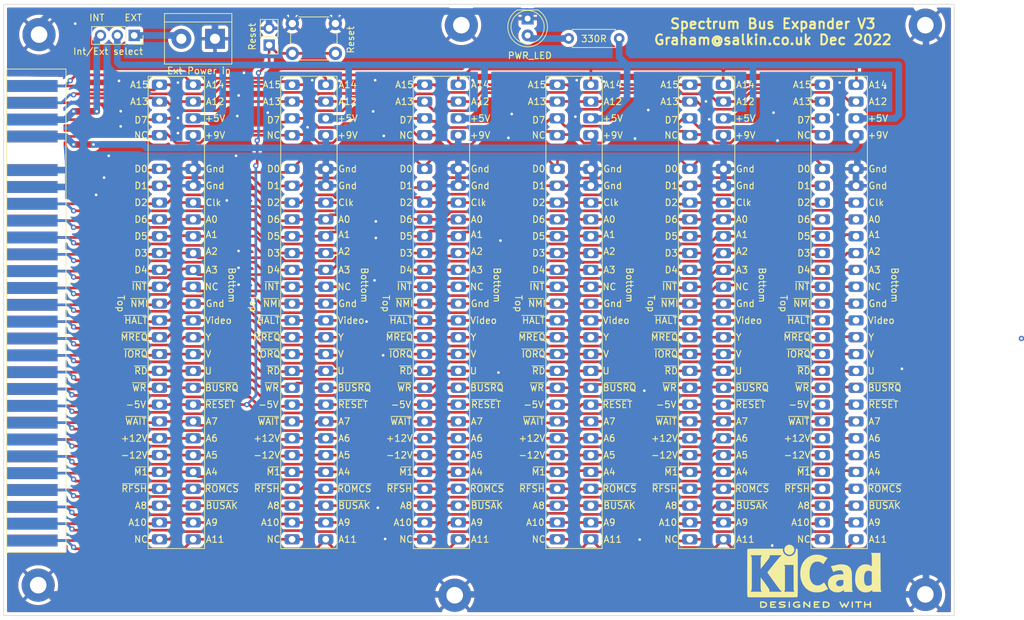
<source format=kicad_pcb>
(kicad_pcb (version 20211014) (generator pcbnew)
  (title_block (title "zx Spectrum backplane") (date "1") (rev "1") (company "Graham Salkin"))
  (layers (0 "F.Cu" signal) (31 "B.Cu" signal) (34 "B.Paste" user) (35 "F.Paste" user) (36 "B.SilkS" user "B.Silkscreen") (37 "F.SilkS" user "F.Silkscreen") (38 "B.Mask" user) (39 "F.Mask" user) (44 "Edge.Cuts" user))
  (net 0 "")
  (net 1 "/A15")
  (net 2 "/A13")
  (net 3 "/D7")
  (net 4 "/NC")
  (net 5 "/{slash}HALT")
  (net 6 "/{slash}MREQ")
  (net 7 "/{slash}IORQ")
  (net 8 "/{slash}RD")
  (net 9 "/{slash}WR")
  (net 10 "/-5V")
  (net 11 "/{slash}WAIT")
  (net 12 "/+12V")
  (net 13 "/-12V")
  (net 14 "/{slash}M1")
  (net 15 "/{slash}RFSH")
  (net 16 "/A8")
  (net 17 "/A10")
  (net 18 "/NC2")
  (net 19 "/A11")
  (net 20 "/A9")
  (net 21 "/{slash}BUSAK")
  (net 22 "/{slash}ROMCS")
  (net 23 "/A4")
  (net 24 "/A5")
  (net 25 "/A6")
  (net 26 "/A7")
  (net 27 "/{slash}RESET")
  (net 28 "/{slash}BUSRQ")
  (net 29 "/V")
  (net 30 "/U")
  (net 31 "/D0")
  (net 32 "/Video")
  (net 33 "/0V1")
  (net 34 "/IORQGE")
  (net 35 "/A3")
  (net 36 "/A2")
  (net 37 "/A1")
  (net 38 "/A0")
  (net 39 "/Clk")
  (net 40 "GND")
  (net 41 "/+9V")
  (net 42 "/+5V")
  (net 43 "/A12")
  (net 44 "/A14")
  (net 45 "/D1")
  (net 46 "/D2")
  (net 47 "/D6")
  (net 48 "/D5")
  (net 49 "/D3")
  (net 50 "/D4")
  (net 51 "/{slash}INT")
  (net 52 "/{slash}NMI")
  (net 53 "Net-(J1-Pad2)")
  (net 54 "Net-(J2-Pad3)")
  (net 55 "/Y")
  (net 56 "Net-(D1-Pad2)")
  (footprint "Spectrum:Speccy_edge_External" (layer "F.Cu") (at 41.275 93.726 -90)
    (fp_text reference "U1" hide)
    (fp_text value "Edge_connector_Male" hide)
  )
  (footprint "Symbol:KiCad-Logo2_8mm_SilkScreen" (layer "F.Cu") (at 159.258 131.318)
    (fp_text reference "REF**" hide)
    (fp_text value "KiCad-Logo2_8mm_SilkScreen" hide)
  )
  (footprint "Spectrum:Speccy_edge_Socket_reversed" (layer "F.Cu") (at 143 91 -90)
    (fp_text reference "U5" hide)
    (fp_text value "Edge_connector_Male" hide)
  )
  (footprint "Button_Switch_THT:SW_PUSH_6mm_H5mm" (layer "F.Cu") (at 87 53.25 180)
    (fp_text reference "SW1" hide)
    (fp_text value "Reset")
  )
  (footprint "Spectrum:Speccy_edge_Socket_reversed" (layer "F.Cu") (at 103 91 -90)
    (fp_text reference "U6" hide)
    (fp_text value "Edge_connector_Male" hide)
  )
  (footprint "MountingHole:MountingHole_2.5mm_Pad" (layer "F.Cu") (at 42.164 133.477 -90)
    (fp_text reference "H2" hide)
    (fp_text value "MountingHole_Pad" hide)
  )
  (footprint "Resistor_THT:R_Axial_DIN0207_L6.3mm_D2.5mm_P7.62mm_Horizontal" (layer "F.Cu") (at 129.81 51 180)
    (fp_text reference "R1" hide)
    (fp_text value "330R")
  )
  (footprint "Spectrum:Speccy_edge_Socket_reversed" (layer "F.Cu") (at 123 91 -90)
    (fp_text reference "U2" hide)
    (fp_text value "Edge_connector_Male" hide)
  )
  (footprint "MountingHole:MountingHole_2.5mm_Pad" (layer "F.Cu") (at 105 135 -90)
    (fp_text reference "H4" hide)
    (fp_text value "MountingHole_Pad" hide)
  )
  (footprint "Connector_PinHeader_2.54mm:PinHeader_1x02_P2.54mm_Vertical" (layer "F.Cu") (at 77 52 180)
    (fp_text reference "J3" hide)
    (fp_text value "Reset")
  )
  (footprint "MountingHole:MountingHole_2.5mm_Pad" (layer "F.Cu") (at 106 49 -90)
    (fp_text reference "H1" hide)
    (fp_text value "MountingHole_Pad" hide)
  )
  (footprint "Connector_PinSocket_2.54mm:PinSocket_1x03_P2.54mm_Vertical" (layer "F.Cu") (at 56.642 50.546 -90)
    (fp_text reference "J2" hide)
    (fp_text value "Int/Ext select")
  )
  (footprint "TerminalBlock:TerminalBlock_bornier-2_P5.08mm" (layer "F.Cu") (at 68.834 51.054 180)
    (fp_text reference "J1" hide)
    (fp_text value "Ext Power in")
  )
  (footprint "LED_THT:LED_D5.0mm" (layer "F.Cu") (at 116 48 -90)
    (fp_text reference "D1" hide)
    (fp_text value "PWR_LED")
  )
  (footprint "Spectrum:Speccy_edge_Socket_reversed" (layer "F.Cu") (at 163 91 -90)
    (fp_text reference "U3" hide)
    (fp_text value "Edge_connector_Male" hide)
  )
  (footprint "MountingHole:MountingHole_2.5mm_Pad" (layer "F.Cu") (at 176 134.874)
    (fp_text reference "H5" hide)
    (fp_text value "MountingHole_Pad" hide)
  )
  (footprint "MountingHole:MountingHole_2.5mm_Pad" (layer "F.Cu") (at 176 49)
    (fp_text reference "H6" hide)
    (fp_text value "MountingHole_Pad" hide)
  )
  (footprint "Spectrum:Speccy_edge_Socket_reversed" (layer "F.Cu") (at 83 91 -90)
    (fp_text reference "U9" hide)
    (fp_text value "Edge_connector_Male" hide)
  )
  (footprint "MountingHole:MountingHole_2.5mm_Pad" (layer "F.Cu") (at 42.291 50.419 -90)
    (fp_text reference "H3" hide)
    (fp_text value "MountingHole_Pad" hide)
  )
  (footprint "Spectrum:Speccy_edge_Socket_reversed" (layer "F.Cu") (at 63 91 -90)
    (fp_text reference "U4" hide)
    (fp_text value "Edge_connector_Male" hide)
  )
  (gr_rect (start 36.957 138.049) (end 180.3516 45.847) (layer "Edge.Cuts") (width 0.1) (fill none))
  (gr_text "INT    EXT" (at 53.848 47.879) (layer "F.SilkS") (effects (font (size 1 1))))
  (gr_text "Spectrum Bus Expander V3\nGraham@salkin.co.uk Dec 2022" (at 153 50) (layer "F.SilkS") (effects (font (size 1.5 1.5) (thickness 0.3))))
  (via (at 190.5 96.266) (size 0.8) (drill 0.4) (layers "F.Cu" "B.Cu") (net 0))
  (segment (start 41.275 58.166) (end 48.006 58.166) (width 0.4) (layer "F.Cu") (net 1))
  (segment (start 123.14152 59.14152) (end 127.35848 59.14152) (width 0.4) (layer "F.Cu") (net 1))
  (segment (start 149.02 57.98) (end 160.46 57.98) (width 0.4) (layer "F.Cu") (net 1))
  (segment (start 120.46 57.98) (end 121.98 57.98) (width 0.4) (layer "F.Cu") (net 1))
  (segment (start 48.59896 58.75896) (end 59.68104 58.75896) (width 0.4) (layer "F.Cu") (net 1))
  (segment (start 101.98 57.98) (end 103.14152 59.14152) (width 0.4) (layer "F.Cu") (net 1))
  (segment (start 63.35848 59.35848) (end 67.64152 59.35848) (width 0.4) (layer "F.Cu") (net 1))
  (segment (start 69.40048 57.59952) (end 78.748329 57.59952) (width 0.4) (layer "F.Cu") (net 1))
  (segment (start 128.52 57.98) (end 140.46 57.98) (width 0.4) (layer "F.Cu") (net 1))
  (segment (start 103.14152 59.14152) (end 107.35848 59.14152) (width 0.4) (layer "F.Cu") (net 1))
  (segment (start 147.85848 59.14152) (end 149.02 57.98) (width 0.4) (layer "F.Cu") (net 1))
  (segment (start 108.52 57.98) (end 120.46 57.98) (width 0.4) (layer "F.Cu") (net 1))
  (segment (start 99.02 57.98) (end 100.46 57.98) (width 0.4) (layer "F.Cu") (net 1))
  (segment (start 121.98 57.98) (end 123.14152 59.14152) (width 0.4) (layer "F.Cu") (net 1))
  (segment (start 142.98 57.98) (end 144.14152 59.14152) (width 0.4) (layer "F.Cu") (net 1))
  (segment (start 97.69904 59.30096) (end 99.02 57.98) (width 0.4) (layer "F.Cu") (net 1))
  (segment (start 144.14152 59.14152) (end 147.85848 59.14152) (width 0.4) (layer "F.Cu") (net 1))
  (segment (start 80.46 57.98) (end 82.98 57.98) (width 0.4) (layer "F.Cu") (net 1))
  (segment (start 79.98 57.5) (end 80.46 57.98) (width 0.4) (layer "F.Cu") (net 1))
  (segment (start 67.64152 59.35848) (end 69.40048 57.59952) (width 0.4) (layer "F.Cu") (net 1))
  (segment (start 78.847849 57.5) (end 79.98 57.5) (width 0.4) (layer "F.Cu") (net 1))
  (segment (start 60.46 57.98) (end 61.98 57.98) (width 0.4) (layer "F.Cu") (net 1))
  (segment (start 82.98 57.98) (end 84.40659 59.40659) (width 0.4) (layer "F.Cu") (net 1))
  (segment (start 78.748329 57.59952) (end 78.847849 57.5) (width 0.4) (layer "F.Cu") (net 1))
  (segment (start 84.51222 59.30096) (end 97.69904 59.30096) (width 0.4) (layer "F.Cu") (net 1))
  (segment (start 127.35848 59.14152) (end 128.52 57.98) (width 0.4) (layer "F.Cu") (net 1))
  (segment (start 107.35848 59.14152) (end 108.52 57.98) (width 0.4) (layer "F.Cu") (net 1))
  (segment (start 48.006 58.166) (end 48.59896 58.75896) (width 0.4) (layer "F.Cu") (net 1))
  (segment (start 84.40659 59.40659) (end 84.51222 59.30096) (width 0.4) (layer "F.Cu") (net 1))
  (segment (start 140.46 57.98) (end 142.98 57.98) (width 0.4) (layer "F.Cu") (net 1))
  (segment (start 59.68104 58.75896) (end 60.46 57.98) (width 0.4) (layer "F.Cu") (net 1))
  (segment (start 100.46 57.98) (end 101.98 57.98) (width 0.4) (layer "F.Cu") (net 1))
  (segment (start 61.98 57.98) (end 63.35848 59.35848) (width 0.4) (layer "F.Cu") (net 1))
  (segment (start 117.49104 59.74104) (end 118.27 60.52) (width 0.4) (layer "F.Cu") (net 2))
  (segment (start 101.83848 61.89848) (end 107.10152 61.89848) (width 0.4) (layer "F.Cu") (net 2))
  (segment (start 126.74585 61.68152) (end 129.24833 59.17904) (width 0.4) (layer "F.Cu") (net 2))
  (segment (start 141.022 59.958) (end 142.74552 61.68152) (width 0.4) (layer "F.Cu") (net 2))
  (segment (start 63 61.89848) (end 69.10152 61.89848) (width 0.4) (layer "F.Cu") (net 2))
  (segment (start 89.5 60.5) (end 100.44 60.5) (width 0.4) (layer "F.Cu") (net 2))
  (segment (start 139.02 60.52) (end 140.46 60.52) (width 0.4) (layer "F.Cu") (net 2))
  (segment (start 70.48 60.52) (end 80.46 60.52) (width 0.4) (layer "F.Cu") (net 2))
  (segment (start 100.44 60.5) (end 100.46 60.52) (width 0.4) (layer "F.Cu") (net 2))
  (segment (start 61.62152 60.52) (end 63 61.89848) (width 0.4) (layer "F.Cu") (net 2))
  (segment (start 142.74552 61.68152) (end 147.01418 61.68152) (width 0.4) (layer "F.Cu") (net 2))
  (segment (start 80.46 60.52) (end 80.48 60.5) (width 0.4) (layer "F.Cu") (net 2))
  (segment (start 116.75167 59.17904) (end 117.31367 59.74104) (width 0.4) (layer "F.Cu") (net 2))
  (segment (start 117.31367 59.74104) (end 117.49104 59.74104) (width 0.4) (layer "F.Cu") (net 2))
  (segment (start 41.275 60.706) (end 48.26 60.706) (width 0.4) (layer "F.Cu") (net 2))
  (segment (start 109.82096 59.17904) (end 116.75167 59.17904) (width 0.4) (layer "F.Cu") (net 2))
  (segment (start 123.68152 61.68152) (end 126.74585 61.68152) (width 0.4) (layer "F.Cu") (net 2))
  (segment (start 83.39848 61.89848) (end 88.10152 61.89848) (width 0.4) (layer "F.Cu") (net 2))
  (segment (start 80.48 60.5) (end 82 60.5) (width 0.4) (layer "F.Cu") (net 2))
  (segment (start 149.51666 59.17904) (end 157.67904 59.17904) (width 0.4) (layer "F.Cu") (net 2))
  (segment (start 88.10152 61.89848) (end 89.5 60.5) (width 0.4) (layer "F.Cu") (net 2))
  (segment (start 120.46 60.52) (end 120.48 60.5) (width 0.4) (layer "F.Cu") (net 2))
  (segment (start 48.26 60.706) (end 49.008 59.958) (width 0.4) (layer "F.Cu") (net 2))
  (segment (start 147.01418 61.68152) (end 149.51666 59.17904) (width 0.4) (layer "F.Cu") (net 2))
  (segment (start 140.46 60.52) (end 141.022 59.958) (width 0.4) (layer "F.Cu") (net 2))
  (segment (start 137.67904 59.17904) (end 139.02 60.52) (width 0.4) (layer "F.Cu") (net 2))
  (segment (start 118.27 60.52) (end 120.46 60.52) (width 0.4) (layer "F.Cu") (net 2))
  (segment (start 59.898 59.958) (end 60.46 60.52) (width 0.4) (layer "F.Cu") (net 2))
  (segment (start 100.46 60.52) (end 101.83848 61.89848) (width 0.4) (layer "F.Cu") (net 2))
  (segment (start 69.10152 61.89848) (end 70.48 60.52) (width 0.4) (layer "F.Cu") (net 2))
  (segment (start 49.008 59.958) (end 59.898 59.958) (width 0.4) (layer "F.Cu") (net 2))
  (segment (start 159.02 60.52) (end 160.46 60.52) (width 0.4) (layer "F.Cu") (net 2))
  (segment (start 60.46 60.52) (end 61.62152 60.52) (width 0.4) (layer "F.Cu") (net 2))
  (segment (start 157.67904 59.17904) (end 159.02 60.52) (width 0.4) (layer "F.Cu") (net 2))
  (segment (start 82 60.5) (end 83.39848 61.89848) (width 0.4) (layer "F.Cu") (net 2))
  (segment (start 107.10152 61.89848) (end 109.82096 59.17904) (width 0.4) (layer "F.Cu") (net 2))
  (segment (start 120.48 60.5) (end 122.5 60.5) (width 0.4) (layer "F.Cu") (net 2))
  (segment (start 122.5 60.5) (end 123.68152 61.68152) (width 0.4) (layer "F.Cu") (net 2))
  (segment (start 129.24833 59.17904) (end 137.67904 59.17904) (width 0.4) (layer "F.Cu") (net 2))
  (segment (start 138.27848 64.22152) (end 139.44 63.06) (width 0.4) (layer "F.Cu") (net 3))
  (segment (start 157.44 63.06) (end 160.46 63.06) (width 0.4) (layer "F.Cu") (net 3))
  (segment (start 67.22152 64.22152) (end 68 65) (width 0.4) (layer "F.Cu") (net 3))
  (segment (start 83.06 63.06) (end 84.43848 64.43848) (width 0.4) (layer "F.Cu") (net 3))
  (segment (start 119.44 63.06) (end 120.46 63.06) (width 0.4) (layer "F.Cu") (net 3))
  (segment (start 88.237115 63.83896) (end 97.66104 63.83896) (width 0.4) (layer "F.Cu") (net 3))
  (segment (start 63.22152 64.22152) (end 67.22152 64.22152) (width 0.4) (layer "F.Cu") (net 3))
  (segment (start 102 63.5) (end 103 64.5) (width 0.4) (layer "F.Cu") (net 3))
  (segment (start 79.898 63.622) (end 80.46 63.06) (width 0.4) (layer "F.Cu") (net 3))
  (segment (start 61.94 63.06) (end 62 63) (width 0.4) (layer "F.Cu") (net 3))
  (segment (start 97.66104 63.83896) (end 98.44 63.06) (width 0.4) (layer "F.Cu") (net 3))
  (segment (start 98.44 63.06) (end 100.46 63.06) (width 0.4) (layer "F.Cu") (net 3))
  (segment (start 156.06152 64.43848) (end 157.44 63.06) (width 0.4) (layer "F.Cu") (net 3))
  (segment (start 120.46 63.06) (end 121.62152 64.22152) (width 0.4) (layer "F.Cu") (net 3))
  (segment (start 100.46 63.06) (end 100.9 63.5) (width 0.4) (layer "F.Cu") (net 3))
  (segment (start 118.06152 64.43848) (end 119.44 63.06) (width 0.4) (layer "F.Cu") (net 3))
  (segment (start 140.46 63.06) (end 141.83848 64.43848) (width 0.4) (layer "F.Cu") (net 3))
  (segment (start 80.46 63.06) (end 83.06 63.06) (width 0.4) (layer "F.Cu") (net 3))
  (segment (start 78.030151 63.622) (end 79.898 63.622) (width 0.4) (layer "F.Cu") (net 3))
  (segment (start 60.274 63.246) (end 60.46 63.06) (width 0.4) (layer "F.Cu") (net 3))
  (segment (start 121.62152 64.22152) (end 138.27848 64.22152) (width 0.4) (layer "F.Cu") (net 3))
  (segment (start 76.65215 65) (end 78.030151 63.622) (width 0.4) (layer "F.Cu") (net 3))
  (segment (start 41.275 63.246) (end 60.274 63.246) (width 0.4) (layer "F.Cu") (net 3))
  (segment (start 62 63) (end 63.22152 64.22152) (width 0.4) (layer "F.Cu") (net 3))
  (segment (start 68 65) (end 76.65215 65) (width 0.4) (layer "F.Cu") (net 3))
  (segment (start 139.44 63.06) (end 140.46 63.06) (width 0.4) (layer "F.Cu") (net 3))
  (segment (start 87.637595 64.43848) (end 88.237115 63.83896) (width 0.4) (layer "F.Cu") (net 3))
  (segment (start 60.46 63.06) (end 61.94 63.06) (width 0.4) (layer "F.Cu") (net 3))
  (segment (start 100.9 63.5) (end 102 63.5) (width 0.4) (layer "F.Cu") (net 3))
  (segment (start 141.83848 64.43848) (end 156.06152 64.43848) (width 0.4) (layer "F.Cu") (net 3))
  (segment (start 84.43848 64.43848) (end 87.637595 64.43848) (width 0.4) (layer "F.Cu") (net 3))
  (segment (start 103 64.5) (end 103.06152 64.43848) (width 0.4) (layer "F.Cu") (net 3))
  (segment (start 103.06152 64.43848) (end 118.06152 64.43848) (width 0.4) (layer "F.Cu") (net 3))
  (segment (start 108.5 65.038) (end 119.898 65.038) (width 0.4) (layer "F.Cu") (net 4))
  (segment (start 139.86 65) (end 140.46 65.6) (width 0.4) (layer "F.Cu") (net 4))
  (segment (start 120.46 65.6) (end 120.56 65.5) (width 0.4) (layer "F.Cu") (net 4))
  (segment (start 119.898 65.038) (end 120.46 65.6) (width 0.4) (layer "F.Cu") (net 4))
  (segment (start 86.625301 66.76152) (end 88.886821 64.5) (width 0.4) (layer "F.Cu") (net 4))
  (segment (start 99.28 65.6) (end 103.1 65.6) (width 0.4) (layer "F.Cu") (net 4))
  (segment (start 99.28 65.6) (end 100.46 65.6) (width 0.4) (layer "F.Cu") (net 4))
  (segment (start 148.348821 65.038) (end 159.898 65.038) (width 0.4) (layer "F.Cu") (net 4))
  (segment (start 84.454699 66.76152) (end 86.625301 66.76152) (width 0.4) (layer "F.Cu") (net 4))
  (segment (start 80.46 65.6) (end 80.56 65.5) (width 0.4) (layer "F.Cu") (net 4))
  (segment (start 146.625301 66.76152) (end 148.348821 65.038) (width 0.4) (layer "F.Cu") (net 4))
  (segment (start 67.787301 65.59952) (end 80.45952 65.59952) (width 0.4) (layer "F.Cu") (net 4))
  (segment (start 98.18 64.5) (end 99.28 65.6) (width 0.4) (layer "F.Cu") (net 4))
  (segment (start 140.56 65.5) (end 143 65.5) (width 0.4) (layer "F.Cu") (net 4))
  (segment (start 144.26152 66.76152) (end 146.625301 66.76152) (width 0.4) (layer "F.Cu") (net 4))
  (segment (start 41.275 65.786) (end 60.274 65.786) (width 0.4) (layer "F.Cu") (net 4))
  (segment (start 120.56 65.5) (end 123.193179 65.5) (width 0.4) (layer "F.Cu") (net 4))
  (segment (start 124.454699 66.76152) (end 127.23848 66.76152) (width 0.4) (layer "F.Cu") (net 4))
  (segment (start 159.898 65.038) (end 160.46 65.6) (width 0.4) (layer "F.Cu") (net 4))
  (segment (start 66.625301 66.76152) (end 67.787301 65.59952) (width 0.4) (layer "F.Cu") (net 4))
  (segment (start 61.2 65) (end 62.96152 66.76152) (width 0.4) (layer "F.Cu") (net 4))
  (segment (start 123.193179 65.5) (end 124.454699 66.76152) (width 0.4) (layer "F.Cu") (net 4))
  (segment (start 83.193179 65.5) (end 84.454699 66.76152) (width 0.4) (layer "F.Cu") (net 4))
  (segment (start 143 65.5) (end 144.26152 66.76152) (width 0.4) (layer "F.Cu") (net 4))
  (segment (start 60.46 65.6) (end 60.6 65.6) (width 0.4) (layer "F.Cu") (net 4))
  (segment (start 104.5 67) (end 107.5 67) (width 0.4) (layer "F.Cu") (net 4))
  (segment (start 88.886821 64.5) (end 98.18 64.5) (width 0.4) (layer "F.Cu") (net 4))
  (segment (start 60.274 65.786) (end 60.46 65.6) (width 0.4) (layer "F.Cu") (net 4))
  (segment (start 80.56 65.5) (end 83.193179 65.5) (width 0.4) (layer "F.Cu") (net 4))
  (segment (start 129 65) (end 139.86 65) (width 0.4) (layer "F.Cu") (net 4))
  (segment (start 127.23848 66.76152) (end 129 65) (width 0.4) (layer "F.Cu") (net 4))
  (segment (start 140.46 65.6) (end 140.56 65.5) (width 0.4) (layer "F.Cu") (net 4))
  (segment (start 108.5 66) (end 108.5 65.038) (width 0.4) (layer "F.Cu") (net 4))
  (segment (start 107.5 67) (end 108.5 66) (width 0.4) (layer "F.Cu") (net 4))
  (segment (start 80.45952 65.59952) (end 80.46 65.6) (width 0.4) (layer "F.Cu") (net 4))
  (segment (start 103.1 65.6) (end 104.5 67) (width 0.4) (layer "F.Cu") (net 4))
  (segment (start 60.6 65.6) (end 61.2 65) (width 0.4) (layer "F.Cu") (net 4))
  (segment (start 62.96152 66.76152) (end 66.625301 66.76152) (width 0.4) (layer "F.Cu") (net 4))
  (segment (start 117.94 93.54) (end 120.46 93.54) (width 0.4) (layer "F.Cu") (net 5))
  (segment (start 60.274 93.726) (end 60.46 93.54) (width 0.4) (layer "F.Cu") (net 5))
  (segment (start 100.46 93.54) (end 102.41215 93.54) (width 0.4) (layer "F.Cu") (net 5))
  (segment (start 135.8 92.2) (end 137.14 93.54) (width 0.4) (layer "F.Cu") (net 5))
  (segment (start 122.26 93.54) (end 123.6 92.2) (width 0.4) (layer "F.Cu") (net 5))
  (segment (start 63.12152 92.37848) (end 74.37848 92.37848) (width 0.4) (layer "F.Cu") (net 5))
  (segment (start 137.14 93.54) (end 140.46 93.54) (width 0.4) (layer "F.Cu") (net 5))
  (segment (start 80.46 93.54) (end 82.86 93.54) (width 0.4) (layer "F.Cu") (net 5))
  (segment (start 123.6 92.2) (end 135.8 92.2) (width 0.4) (layer "F.Cu") (net 5))
  (segment (start 74.37848 92.37848) (end 75.54 93.54) (width 0.4) (layer "F.Cu") (net 5))
  (segment (start 41.275 93.726) (end 60.274 93.726) (width 0.4) (layer "F.Cu") (net 5))
  (segment (start 100.4 93.6) (end 100.46 93.54) (width 0.4) (layer "F.Cu") (net 5))
  (segment (start 61.96 93.54) (end 63.12152 92.37848) (width 0.4) (layer "F.Cu") (net 5))
  (segment (start 140.46 93.54) (end 142.66 93.54) (width 0.4) (layer "F.Cu") (net 5))
  (segment (start 82.86 93.54) (end 84.2 92.2) (width 0.4) (layer "F.Cu") (net 5))
  (segment (start 142.66 93.54) (end 144 92.2) (width 0.4) (layer "F.Cu") (net 5))
  (segment (start 120.46 93.54) (end 122.26 93.54) (width 0.4) (layer "F.Cu") (net 5))
  (segment (start 157.54 93.54) (end 160.46 93.54) (width 0.4) (layer "F.Cu") (net 5))
  (segment (start 144 92.2) (end 156.2 92.2) (width 0.4) (layer "F.Cu") (net 5))
  (segment (start 102.41215 93.54) (end 103.57367 92.37848) (width 0.4) (layer "F.Cu") (net 5))
  (segment (start 60.46 93.54) (end 61.96 93.54) (width 0.4) (layer "F.Cu") (net 5))
  (segment (start 96 92.2) (end 97.4 93.6) (width 0.4) (layer "F.Cu") (net 5))
  (segment (start 97.4 93.6) (end 100.4 93.6) (width 0.4) (layer "F.Cu") (net 5))
  (segment (start 116.77848 92.37848) (end 117.94 93.54) (width 0.4) (layer "F.Cu") (net 5))
  (segment (start 75.54 93.54) (end 80.46 93.54) (width 0.4) (layer "F.Cu") (net 5))
  (segment (start 84.2 92.2) (end 96 92.2) (width 0.4) (layer "F.Cu") (net 5))
  (segment (start 103.57367 92.37848) (end 116.77848 92.37848) (width 0.4) (layer "F.Cu") (net 5))
  (segment (start 156.2 92.2) (end 157.54 93.54) (width 0.4) (layer "F.Cu") (net 5))
  (segment (start 102.52 96.08) (end 103.8 94.8) (width 0.4) (layer "F.Cu") (net 6))
  (segment (start 96.4 94.8) (end 97.68 96.08) (width 0.4) (layer "F.Cu") (net 6))
  (segment (start 122.32 96.08) (end 123.6 94.8) (width 0.4) (layer "F.Cu") (net 6))
  (segment (start 120.46 96.08) (end 122.32 96.08) (width 0.4) (layer "F.Cu") (net 6))
  (segment (start 60.46 96.08) (end 61.67 96.08) (width 0.4) (layer "F.Cu") (net 6))
  (segment (start 156.2 94.8) (end 157.48 96.08) (width 0.4) (layer "F.Cu") (net 6))
  (segment (start 100.46 96.08) (end 102.52 96.08) (width 0.4) (layer "F.Cu") (net 6))
  (segment (start 142.52 96.08) (end 143.8 94.8) (width 0.4) (layer "F.Cu") (net 6))
  (segment (start 97.68 96.08) (end 100.46 96.08) (width 0.4) (layer "F.Cu") (net 6))
  (segment (start 83.6 94.8) (end 96.4 94.8) (width 0.4) (layer "F.Cu") (net 6))
  (segment (start 143.8 94.8) (end 156.2 94.8) (width 0.4) (layer "F.Cu") (net 6))
  (segment (start 116.6 94.8) (end 117.88 96.08) (width 0.4) (layer "F.Cu") (net 6))
  (segment (start 60.274 96.266) (end 60.46 96.08) (width 0.4) (layer "F.Cu") (net 6))
  (segment (start 82.32 96.08) (end 83.6 94.8) (width 0.4) (layer "F.Cu") (net 6))
  (segment (start 80.46 96.08) (end 82.32 96.08) (width 0.4) (layer "F.Cu") (net 6))
  (segment (start 74.125 94.75) (end 75.455 96.08) (width 0.4) (layer "F.Cu") (net 6))
  (segment (start 135.6 94.8) (end 136.88 96.08) (width 0.4) (layer "F.Cu") (net 6))
  (segment (start 63 94.75) (end 74.125 94.75) (width 0.4) (layer "F.Cu") (net 6))
  (segment (start 75.455 96.08) (end 80.46 96.08) (width 0.4) (layer "F.Cu") (net 6))
  (segment (start 123.6 94.8) (end 135.6 94.8) (width 0.4) (layer "F.Cu") (net 6))
  (segment (start 117.88 96.08) (end 120.46 96.08) (width 0.4) (layer "F.Cu") (net 6))
  (segment (start 140.46 96.08) (end 142.52 96.08) (width 0.4) (layer "F.Cu") (net 6))
  (segment (start 157.48 96.08) (end 160.46 96.08) (width 0.4) (layer "F.Cu") (net 6))
  (segment (start 61.67 96.08) (end 63 94.75) (width 0.4) (layer "F.Cu") (net 6))
  (segment (start 103.8 94.8) (end 116.6 94.8) (width 0.4) (layer "F.Cu") (net 6))
  (segment (start 41.275 96.266) (end 60.274 96.266) (width 0.4) (layer "F.Cu") (net 6))
  (segment (start 136.88 96.08) (end 140.46 96.08) (width 0.4) (layer "F.Cu") (net 6))
  (segment (start 80.46 98.62) (end 82.38 98.62) (width 0.4) (layer "F.Cu") (net 7))
  (segment (start 122.38 98.62) (end 123.6 97.4) (width 0.4) (layer "F.Cu") (net 7))
  (segment (start 60.274 98.806) (end 60.46 98.62) (width 0.4) (layer "F.Cu") (net 7))
  (segment (start 88.52048 96.67952) (end 96.07952 96.67952) (width 0.4) (layer "F.Cu") (net 7))
  (segment (start 75.75 98.75) (end 80.33 98.75) (width 0.4) (layer "F.Cu") (net 7))
  (segment (start 74.45848 97.45848) (end 75.75 98.75) (width 0.4) (layer "F.Cu") (net 7))
  (segment (start 142.58 98.62) (end 143.8 97.4) (width 0.4) (layer "F.Cu") (net 7))
  (segment (start 137.22 98.62) (end 140.46 98.62) (width 0.4) (layer "F.Cu") (net 7))
  (segment (start 157.62 98.62) (end 160.46 98.62) (width 0.4) (layer "F.Cu") (net 7))
  (segment (start 102.33215 98.62) (end 103.2 97.75215) (width 0.4) (layer "F.Cu") (net 7))
  (segment (start 80.33 98.75) (end 80.46 98.62) (width 0.4) (layer "F.Cu") (net 7))
  (segment (start 117.62 98.62) (end 120.46 98.62) (width 0.4) (layer "F.Cu") (net 7))
  (segment (start 60.46 98.62) (end 62.63 98.62) (width 0.4) (layer "F.Cu") (net 7))
  (segment (start 103.4 97.4) (end 116.4 97.4) (width 0.4) (layer "F.Cu") (net 7))
  (segment (start 123.6 97.4) (end 136 97.4) (width 0.4) (layer "F.Cu") (net 7))
  (segment (start 140.46 98.62) (end 142.58 98.62) (width 0.4) (layer "F.Cu") (net 7))
  (segment (start 83.6 97.4) (end 87.8 97.4) (width 0.4) (layer "F.Cu") (net 7))
  (segment (start 143.8 97.4) (end 156.4 97.4) (width 0.4) (layer "F.Cu") (net 7))
  (segment (start 87.8 97.4) (end 88.52048 96.67952) (width 0.4) (layer "F.Cu") (net 7))
  (segment (start 41.275 98.806) (end 60.274 98.806) (width 0.4) (layer "F.Cu") (net 7))
  (segment (start 120.46 98.62) (end 122.38 98.62) (width 0.4) (layer "F.Cu") (net 7))
  (segment (start 116.4 97.4) (end 117.62 98.62) (width 0.4) (layer "F.Cu") (net 7))
  (segment (start 103.2 97.6) (end 103.4 97.4) (width 0.4) (layer "F.Cu") (net 7))
  (segment (start 156.4 97.4) (end 157.62 98.62) (width 0.4) (layer "F.Cu") (net 7))
  (segment (start 103.2 97.75215) (end 103.2 97.6) (width 0.4) (layer "F.Cu") (net 7))
  (segment (start 62.63 98.62) (end 63.79152 97.45848) (width 0.4) (layer "F.Cu") (net 7))
  (segment (start 100.46 98.62) (end 102.33215 98.62) (width 0.4) (layer "F.Cu") (net 7))
  (segment (start 63.79152 97.45848) (end 74.45848 97.45848) (width 0.4) (layer "F.Cu") (net 7))
  (segment (start 82.38 98.62) (end 83.6 97.4) (width 0.4) (layer "F.Cu") (net 7))
  (segment (start 96.07952 96.67952) (end 98.02 98.62) (width 0.4) (layer "F.Cu") (net 7))
  (segment (start 136 97.4) (end 137.22 98.62) (width 0.4) (layer "F.Cu") (net 7))
  (segment (start 98.02 98.62) (end 100.46 98.62) (width 0.4) (layer "F.Cu") (net 7))
  (segment (start 74.49848 99.99848) (end 75.75 101.25) (width 0.4) (layer "F.Cu") (net 8))
  (segment (start 60.46 101.16) (end 62.09 101.16) (width 0.4) (layer "F.Cu") (net 8))
  (segment (start 80.37 101.25) (end 80.46 101.16) (width 0.4) (layer "F.Cu") (net 8))
  (segment (start 80.46 101.16) (end 82.44 101.16) (width 0.4) (layer "F.Cu") (net 8))
  (segment (start 103.4 99.8) (end 116.2 99.8) (width 0.4) (layer "F.Cu") (net 8))
  (segment (start 87.187301 100.56048) (end 97.20833 100.56048) (width 0.4) (layer "F.Cu") (net 8))
  (segment (start 137.36 101.16) (end 140.46 101.16) (width 0.4) (layer "F.Cu") (net 8))
  (segment (start 117.56 101.16) (end 120.46 101.16) (width 0.4) (layer "F.Cu") (net 8))
  (segment (start 100.46 101.16) (end 102.04 101.16) (width 0.4) (layer "F.Cu") (net 8))
  (segment (start 128.58152 99.78152) (end 128.6 99.8) (width 0.4) (layer "F.Cu") (net 8))
  (segment (start 116.2 99.8) (end 117.56 101.16) (width 0.4) (layer "F.Cu") (net 8))
  (segment (start 128.6 99.8) (end 136 99.8) (width 0.4) (layer "F.Cu") (net 8))
  (segment (start 86.625301 99.99848) (end 87.187301 100.56048) (width 0.4) (layer "F.Cu") (net 8))
  (segment (start 75.75 101.25) (end 80.37 101.25) (width 0.4) (layer "F.Cu") (net 8))
  (segment (start 83.60152 99.99848) (end 86.625301 99.99848) (width 0.4) (layer "F.Cu") (net 8))
  (segment (start 120.46 101.16) (end 122.24 101.16) (width 0.4) (layer "F.Cu") (net 8))
  (segment (start 143.6 99.8) (end 156.4 99.8) (width 0.4) (layer "F.Cu") (net 8))
  (segment (start 156.4 99.8) (end 157.76 101.16) (width 0.4) (layer "F.Cu") (net 8))
  (segment (start 41.275 101.346) (end 60.274 101.346) (width 0.4) (layer "F.Cu") (net 8))
  (segment (start 142.24 101.16) (end 143.6 99.8) (width 0.4) (layer "F.Cu") (net 8))
  (segment (start 82.44 101.16) (end 83.60152 99.99848) (width 0.4) (layer "F.Cu") (net 8))
  (segment (start 136 99.8) (end 137.36 101.16) (width 0.4) (layer "F.Cu") (net 8))
  (segment (start 97.80785 101.16) (end 100.46 101.16) (width 0.4) (layer "F.Cu") (net 8))
  (segment (start 102.04 101.16) (end 103.4 99.8) (width 0.4) (layer "F.Cu") (net 8))
  (segment (start 122.24 101.16) (end 123.61848 99.78152) (width 0.4) (layer "F.Cu") (net 8))
  (segment (start 60.274 101.346) (end 60.46 101.16) (width 0.4) (layer "F.Cu") (net 8))
  (segment (start 97.20833 100.56048) (end 97.80785 101.16) (width 0.4) (layer "F.Cu") (net 8))
  (segment (start 123.61848 99.78152) (end 128.58152 99.78152) (width 0.4) (layer "F.Cu") (net 8))
  (segment (start 157.76 101.16) (end 160.46 101.16) (width 0.4) (layer "F.Cu") (net 8))
  (segment (start 63.25152 99.99848) (end 74.49848 99.99848) (width 0.4) (layer "F.Cu") (net 8))
  (segment (start 62.09 101.16) (end 63.25152 99.99848) (width 0.4) (layer "F.Cu") (net 8))
  (segment (start 140.46 101.16) (end 142.24 101.16) (width 0.4) (layer "F.Cu") (net 8))
  (segment (start 60.66 103.5) (end 62.5 103.5) (width 0.4) (layer "F.Cu") (net 9))
  (segment (start 75.5 103.5) (end 80.26 103.5) (width 0.4) (layer "F.Cu") (net 9))
  (segment (start 143.26152 102.53848) (end 157.13848 102.53848) (width 0.4) (layer "F.Cu") (net 9))
  (segment (start 100.46 103.7) (end 101.7 103.7) (width 0.4) (layer "F.Cu") (net 9))
  (segment (start 74.53848 102.53848) (end 75.5 103.5) (width 0.4) (layer "F.Cu") (net 9))
  (segment (start 81.164301 102.995699) (end 83.204301 102.995699) (width 0.4) (layer "F.Cu") (net 9))
  (segment (start 83.204301 102.995699) (end 83.8 102.4) (width 0.4) (layer "F.Cu") (net 9))
  (segment (start 103 102.4) (end 116.6 102.4) (width 0.4) (layer "F.Cu") (net 9))
  (segment (start 97 102.4) (end 98.3 103.7) (width 0.4) (layer "F.Cu") (net 9))
  (segment (start 140.46 103.7) (end 142.1 103.7) (width 0.4) (layer "F.Cu") (net 9))
  (segment (start 80.26 103.5) (end 80.46 103.7) (width 0.4) (layer "F.Cu") (net 9))
  (segment (start 157.13848 102.53848) (end 158.3 103.7) (width 0.4) (layer "F.Cu") (net 9))
  (segment (start 62.5 103.5) (end 63.46152 102.53848) (width 0.4) (layer "F.Cu") (net 9))
  (segment (start 117.9 103.7) (end 120.46 103.7) (width 0.4) (layer "F.Cu") (net 9))
  (segment (start 41.275 103.886) (end 60.274 103.886) (width 0.4) (layer "F.Cu") (net 9))
  (segment (start 122.3 103.7) (end 123.46152 102.53848) (width 0.4) (layer "F.Cu") (net 9))
  (segment (start 80.46 103.7) (end 81.164301 102.995699) (width 0.4) (layer "F.Cu") (net 9))
  (segment (start 98.3 103.7) (end 100.46 103.7) (width 0.4) (layer "F.Cu") (net 9))
  (segment (start 60.46 103.7) (end 60.66 103.5) (width 0.4) (layer "F.Cu") (net 9))
  (segment (start 83.8 102.4) (end 97 102.4) (width 0.4) (layer "F.Cu") (net 9))
  (segment (start 136.73848 102.53848) (end 137.9 103.7) (width 0.4) (layer "F.Cu") (net 9))
  (segment (start 123.46152 102.53848) (end 136.73848 102.53848) (width 0.4) (layer "F.Cu") (net 9))
  (segment (start 63.46152 102.53848) (end 74.53848 102.53848) (width 0.4) (layer "F.Cu") (net 9))
  (segment (start 120.46 103.7) (end 122.3 103.7) (width 0.4) (layer "F.Cu") (net 9))
  (segment (start 137.9 103.7) (end 140.46 103.7) (width 0.4) (layer "F.Cu") (net 9))
  (segment (start 101.7 103.7) (end 103 102.4) (width 0.4) (layer "F.Cu") (net 9))
  (segment (start 116.6 102.4) (end 117.9 103.7) (width 0.4) (layer "F.Cu") (net 9))
  (segment (start 60.274 103.886) (end 60.46 103.7) (width 0.4) (layer "F.Cu") (net 9))
  (segment (start 158.3 103.7) (end 160.46 103.7) (width 0.4) (layer "F.Cu") (net 9))
  (segment (start 142.1 103.7) (end 143.26152 102.53848) (width 0.4) (layer "F.Cu") (net 9))
  (segment (start 74.07848 105.07848) (end 75.5 106.5) (width 0.4) (layer "F.Cu") (net 10))
  (segment (start 75.5 106.5) (end 80.2 106.5) (width 0.4) (layer "F.Cu") (net 10))
  (segment (start 84.04063 104.86152) (end 86.73848 104.86152) (width 0.4) (layer "F.Cu") (net 10))
  (segment (start 60.274 106.426) (end 41.275 106.426) (width 0.4) (layer "F.Cu") (net 10))
  (segment (start 136.4 105) (end 137.64 106.24) (width 0.4) (layer "F.Cu") (net 10))
  (segment (start 82.66215 106.24) (end 84.04063 104.86152) (width 0.4) (layer "F.Cu") (net 10))
  (segment (start 143.4 105) (end 156.6 105) (width 0.4) (layer "F.Cu") (net 10))
  (segment (start 96.8 104.8) (end 98.24 106.24) (width 0.4) (layer "F.Cu") (net 10))
  (segment (start 123.4 105) (end 136.4 105) (width 0.4) (layer "F.Cu") (net 10))
  (segment (start 137.64 106.24) (end 140.46 106.24) (width 0.4) (layer "F.Cu") (net 10))
  (segment (start 103.4 105) (end 116.6 105) (width 0.4) (layer "F.Cu") (net 10))
  (segment (start 86.73848 104.86152) (end 86.8 104.8) (width 0.4) (layer "F.Cu") (net 10))
  (segment (start 63.17152 105.07848) (end 74.07848 105.07848) (width 0.4) (layer "F.Cu") (net 10))
  (segment (start 102.16 106.24) (end 103.4 105) (width 0.4) (layer "F.Cu") (net 10))
  (segment (start 80.46 106.24) (end 82.66215 106.24) (width 0.4) (layer "F.Cu") (net 10))
  (segment (start 142.16 106.24) (end 143.4 105) (width 0.4) (layer "F.Cu") (net 10))
  (segment (start 156.6 105) (end 157.84 106.24) (width 0.4) (layer "F.Cu") (net 10))
  (segment (start 98.24 106.24) (end 100.46 106.24) (width 0.4) (layer "F.Cu") (net 10))
  (segment (start 62.01 106.24) (end 63.17152 105.07848) (width 0.4) (layer "F.Cu") (net 10))
  (segment (start 120.46 106.24) (end 122.16 106.24) (width 0.4) (layer "F.Cu") (net 10))
  (segment (start 60.46 106.24) (end 60.274 106.426) (width 0.4) (layer "F.Cu") (net 10))
  (segment (start 116.6 105) (end 117.84 106.24) (width 0.4) (layer "F.Cu") (net 10))
  (segment (start 140.46 106.24) (end 142.16 106.24) (width 0.4) (layer "F.Cu") (net 10))
  (segment (start 117.84 106.24) (end 120.46 106.24) (width 0.4) (layer "F.Cu") (net 10))
  (segment (start 122.16 106.24) (end 123.4 105) (width 0.4) (layer "F.Cu") (net 10))
  (segment (start 100.46 106.24) (end 102.16 106.24) (width 0.4) (layer "F.Cu") (net 10))
  (segment (start 80.2 106.5) (end 80.46 106.24) (width 0.4) (layer "F.Cu") (net 10))
  (segment (start 157.84 106.24) (end 160.46 106.24) (width 0.4) (layer "F.Cu") (net 10))
  (segment (start 86.8 104.8) (end 96.8 104.8) (width 0.4) (layer "F.Cu") (net 10))
  (segment (start 60.46 106.24) (end 62.01 106.24) (width 0.4) (layer "F.Cu") (net 10))
  (segment (start 143.8 107.6) (end 157 107.6) (width 0.4) (layer "F.Cu") (net 11))
  (segment (start 60.274 108.966) (end 60.46 108.78) (width 0.4) (layer "F.Cu") (net 11))
  (segment (start 73.36848 107.61848) (end 74.53 108.78) (width 0.4) (layer "F.Cu") (net 11))
  (segment (start 82.82 108.78) (end 84.19848 107.40152) (width 0.4) (layer "F.Cu") (net 11))
  (segment (start 62.47 108.78) (end 63.63152 107.61848) (width 0.4) (layer "F.Cu") (net 11))
  (segment (start 98.38 108.78) (end 100.46 108.78) (width 0.4) (layer "F.Cu") (net 11))
  (segment (start 138.18 108.78) (end 140.46 108.78) (width 0.4) (layer "F.Cu") (net 11))
  (segment (start 100.46 108.78) (end 102.22 108.78) (width 0.4) (layer "F.Cu") (net 11))
  (segment (start 102.22 108.78) (end 103.6 107.4) (width 0.4) (layer "F.Cu") (net 11))
  (segment (start 103.60152 107.40152) (end 116.20152 107.40152) (width 0.4) (layer "F.Cu") (net 11))
  (segment (start 158.2 108.8) (end 158.8 108.8) (width 0.4) (layer "F.Cu") (net 11))
  (segment (start 157 107.6) (end 158.2 108.8) (width 0.4) (layer "F.Cu") (net 11))
  (segment (start 142.62 108.78) (end 143.8 107.6) (width 0.4) (layer "F.Cu") (net 11))
  (segment (start 63.63152 107.61848) (end 73.36848 107.61848) (width 0.4) (layer "F.Cu") (net 11))
  (segment (start 41.275 108.966) (end 60.274 108.966) (width 0.4) (layer "F.Cu") (net 11))
  (segment (start 97.00152 107.40152) (end 98.38 108.78) (width 0.4) (layer "F.Cu") (net 11))
  (segment (start 80.46 108.78) (end 82.82 108.78) (width 0.4) (layer "F.Cu") (net 11))
  (segment (start 103.6 107.4) (end 103.60152 107.40152) (width 0.4) (layer "F.Cu") (net 11))
  (segment (start 116.20152 107.40152) (end 117.8 109) (width 0.4) (layer "F.Cu") (net 11))
  (segment (start 120.24 109) (end 120.46 108.78) (width 0.4) (layer "F.Cu") (net 11))
  (segment (start 120.46 108.78) (end 122.97215 108.78) (width 0.4) (layer "F.Cu") (net 11))
  (segment (start 122.97215 108.78) (end 124.15215 107.6) (width 0.4) (layer "F.Cu") (net 11))
  (segment (start 60.46 108.78) (end 62.47 108.78) (width 0.4) (layer "F.Cu") (net 11))
  (segment (start 117.8 109) (end 120.24 109) (width 0.4) (layer "F.Cu") (net 11))
  (segment (start 124.15215 107.6) (end 137 107.6) (width 0.4) (layer "F.Cu") (net 11))
  (segment (start 84.19848 107.40152) (end 97.00152 107.40152) (width 0.4) (layer "F.Cu") (net 11))
  (segment (start 158.8 108.8) (end 158.82 108.78) (width 0.4) (layer "F.Cu") (net 11))
  (segment (start 140.46 108.78) (end 142.62 108.78) (width 0.4) (layer "F.Cu") (net 11))
  (segment (start 158.82 108.78) (end 160.46 108.78) (width 0.4) (layer "F.Cu") (net 11))
  (segment (start 74.53 108.78) (end 80.46 108.78) (width 0.4) (layer "F.Cu") (net 11))
  (segment (start 137 107.6) (end 138.18 108.78) (width 0.4) (layer "F.Cu") (net 11))
  (segment (start 63.59152 110.15848) (end 73.15848 110.15848) (width 0.4) (layer "F.Cu") (net 12))
  (segment (start 116.4 110) (end 117.72 111.32) (width 0.4) (layer "F.Cu") (net 12))
  (segment (start 98.32 111.32) (end 100.46 111.32) (width 0.4) (layer "F.Cu") (net 12))
  (segment (start 97 110) (end 98.32 111.32) (width 0.4) (layer "F.Cu") (net 12))
  (segment (start 60.46 111.32) (end 62.43 111.32) (width 0.4) (layer "F.Cu") (net 12))
  (segment (start 157 110) (end 158.32 111.32) (width 0.4) (layer "F.Cu") (net 12))
  (segment (start 74.5 111.5) (end 80.28 111.5) (width 0.4) (layer "F.Cu") (net 12))
  (segment (start 84.2 110) (end 97 110) (width 0.4) (layer "F.Cu") (net 12))
  (segment (start 82.88 111.32) (end 84.2 110) (width 0.4) (layer "F.Cu") (net 12))
  (segment (start 136.94152 109.94152) (end 138.32 111.32) (width 0.4) (layer "F.Cu") (net 12))
  (segment (start 62.43 111.32) (end 63.59152 110.15848) (width 0.4) (layer "F.Cu") (net 12))
  (segment (start 60.274 111.506) (end 60.46 111.32) (width 0.4) (layer "F.Cu") (net 12))
  (segment (start 80.28 111.5) (end 80.46 111.32) (width 0.4) (layer "F.Cu") (net 12))
  (segment (start 144 110) (end 157 110) (width 0.4) (layer "F.Cu") (net 12))
  (segment (start 117.72 111.32) (end 120.46 111.32) (width 0.4) (layer "F.Cu") (net 12))
  (segment (start 100.46 111.32) (end 102.28 111.32) (width 0.4) (layer "F.Cu") (net 12))
  (segment (start 122.88 111.32) (end 124.25848 109.94152) (width 0.4) (layer "F.Cu") (net 12))
  (segment (start 41.275 111.506) (end 60.274 111.506) (width 0.4) (layer "F.Cu") (net 12))
  (segment (start 138.32 111.32) (end 140.46 111.32) (width 0.4) (layer "F.Cu") (net 12))
  (segment (start 102.28 111.32) (end 103.6 110) (width 0.4) (layer "F.Cu") (net 12))
  (segment (start 158.32 111.32) (end 160.46 111.32) (width 0.4) (layer "F.Cu") (net 12))
  (segment (start 73.15848 110.15848) (end 74.5 111.5) (width 0.4) (layer "F.Cu") (net 12))
  (segment (start 140.46 111.32) (end 142.68 111.32) (width 0.4) (layer "F.Cu") (net 12))
  (segment (start 103.6 110) (end 116.4 110) (width 0.4) (layer "F.Cu") (net 12))
  (segment (start 142.68 111.32) (end 144 110) (width 0.4) (layer "F.Cu") (net 12))
  (segment (start 120.46 111.32) (end 122.88 111.32) (width 0.4) (layer "F.Cu") (net 12))
  (segment (start 124.25848 109.94152) (end 136.94152 109.94152) (width 0.4) (layer "F.Cu") (net 12))
  (segment (start 80.46 111.32) (end 82.88 111.32) (width 0.4) (layer "F.Cu") (net 12))
  (segment (start 137.46 113.86) (end 140.46 113.86) (width 0.4) (layer "F.Cu") (net 13))
  (segment (start 142.78785 113.86) (end 143.949369 112.69848) (width 0.4) (layer "F.Cu") (net 13))
  (segment (start 122.74 113.86) (end 124 112.6) (width 0.4) (layer "F.Cu") (net 13))
  (segment (start 120.46 113.86) (end 122.74 113.86) (width 0.4) (layer "F.Cu") (net 13))
  (segment (start 80.46 113.86) (end 82.74 113.86) (width 0.4) (layer "F.Cu") (net 13))
  (segment (start 100.46 113.86) (end 102.74 113.86) (width 0.4) (layer "F.Cu") (net 13))
  (segment (start 140.46 113.86) (end 142.78785 113.86) (width 0.4) (layer "F.Cu") (net 13))
  (segment (start 62.14 113.86) (end 63.30152 112.69848) (width 0.4) (layer "F.Cu") (net 13))
  (segment (start 136.2 112.6) (end 137.46 113.86) (width 0.4) (layer "F.Cu") (net 13))
  (segment (start 118.26 113.86) (end 120.46 113.86) (width 0.4) (layer "F.Cu") (net 13))
  (segment (start 74.5 114) (end 80.32 114) (width 0.4) (layer "F.Cu") (net 13))
  (segment (start 158.06 113.86) (end 160.46 113.86) (width 0.4) (layer "F.Cu") (net 13))
  (segment (start 63.30152 112.69848) (end 73.19848 112.69848) (width 0.4) (layer "F.Cu") (net 13))
  (segment (start 98.26 113.86) (end 100.46 113.86) (width 0.4) (layer "F.Cu") (net 13))
  (segment (start 73.19848 112.69848) (end 74.5 114) (width 0.4) (layer "F.Cu") (net 13))
  (segment (start 41.275 114.046) (end 60.274 114.046) (width 0.4) (layer "F.Cu") (net 13))
  (segment (start 156.89848 112.69848) (end 158.06 113.86) (width 0.4) (layer "F.Cu") (net 13))
  (segment (start 97 112.6) (end 98.26 113.86) (width 0.4) (layer "F.Cu") (net 13))
  (segment (start 104 112.6) (end 117 112.6) (width 0.4) (layer "F.Cu") (net 13))
  (segment (start 60.46 113.86) (end 62.14 113.86) (width 0.4) (layer "F.Cu") (net 13))
  (segment (start 80.32 114) (end 80.46 113.86) (width 0.4) (layer "F.Cu") (net 13))
  (segment (start 84 112.6) (end 97 112.6) (width 0.4) (layer "F.Cu") (net 13))
  (segment (start 82.74 113.86) (end 84 112.6) (width 0.4) (layer "F.Cu") (net 13))
  (segment (start 117 112.6) (end 118.26 113.86) (width 0.4) (layer "F.Cu") (net 13))
  (segment (start 124 112.6) (end 136.2 112.6) (width 0.4) (layer "F.Cu") (net 13))
  (segment (start 143.949369 112.69848) (end 156.89848 112.69848) (width 0.4) (layer "F.Cu") (net 13))
  (segment (start 102.74 113.86) (end 104 112.6) (width 0.4) (layer "F.Cu") (net 13))
  (segment (start 60.274 114.046) (end 60.46 113.86) (width 0.4) (layer "F.Cu") (net 13))
  (segment (start 142.6 116.4) (end 143.76152 115.23848) (width 0.4) (layer "F.Cu") (net 14))
  (segment (start 117.8 116.4) (end 120.46 116.4) (width 0.4) (layer "F.Cu") (net 14))
  (segment (start 98 116.4) (end 100.46 116.4) (width 0.4) (layer "F.Cu") (net 14))
  (segment (start 158 116.4) (end 160.46 116.4) (width 0.4) (layer "F.Cu") (net 14))
  (segment (start 100.46 116.4) (end 102.4 116.4) (width 0.4) (layer "F.Cu") (net 14))
  (segment (start 156.83848 115.23848) (end 158 116.4) (width 0.4) (layer "F.Cu") (net 14))
  (segment (start 140.46 116.4) (end 142.6 116.4) (width 0.4) (layer "F.Cu") (net 14))
  (segment (start 73.23848 115.23848) (end 74.5 116.5) (width 0.4) (layer "F.Cu") (net 14))
  (segment (start 120.46 116.4) (end 122.2 116.4) (width 0.4) (layer "F.Cu") (net 14))
  (segment (start 122.64785 116) (end 123.44785 115.2) (width 0.4) (layer "F.Cu") (net 14))
  (segment (start 96.8 115.2) (end 98 116.4) (width 0.4) (layer "F.Cu") (net 14))
  (segment (start 137.8 116.4) (end 140.46 116.4) (width 0.4) (layer "F.Cu") (net 14))
  (segment (start 143.76152 115.23848) (end 156.83848 115.23848) (width 0.4) (layer "F.Cu") (net 14))
  (segment (start 80.46 116.4) (end 82.6 116.4) (width 0.4) (layer "F.Cu") (net 14))
  (segment (start 82.6 116.4) (end 83.8 115.2) (width 0.4) (layer "F.Cu") (net 14))
  (segment (start 63.26152 115.23848) (end 73.23848 115.23848) (width 0.4) (layer "F.Cu") (net 14))
  (segment (start 60.46 116.4) (end 62.1 116.4) (width 0.4) (layer "F.Cu") (net 14))
  (segment (start 116.6 115.2) (end 117.8 116.4) (width 0.4) (layer "F.Cu") (net 14))
  (segment (start 60.274 116.586) (end 60.46 116.4) (width 0.4) (layer "F.Cu") (net 14))
  (segment (start 80.36 116.5) (end 80.46 116.4) (width 0.4) (layer "F.Cu") (net 14))
  (segment (start 122.2 116.4) (end 122.6 116) (width 0.4) (layer "F.Cu") (net 14))
  (segment (start 102.4 116.4) (end 103.6 115.2) (width 0.4) (layer "F.Cu") (net 14))
  (segment (start 103.6 115.2) (end 116.6 115.2) (width 0.4) (layer "F.Cu") (net 14))
  (segment (start 83.8 115.2) (end 96.8 115.2) (width 0.4) (layer "F.Cu") (net 14))
  (segment (start 62.1 116.4) (end 63.26152 115.23848) (width 0.4) (layer "F.Cu") (net 14))
  (segment (start 41.275 116.586) (end 60.274 116.586) (width 0.4) (layer "F.Cu") (net 14))
  (segment (start 74.5 116.5) (end 80.36 116.5) (width 0.4) (layer "F.Cu") (net 14))
  (segment (start 136.6 115.2) (end 137.8 116.4) (width 0.4) (layer "F.Cu") (net 14))
  (segment (start 122.6 116) (end 122.64785 116) (width 0.4) (layer "F.Cu") (net 14))
  (segment (start 123.44785 115.2) (end 136.6 115.2) (width 0.4) (layer "F.Cu") (net 14))
  (segment (start 80.46 118.94) (end 81.86 118.94) (width 0.4) (layer "F.Cu") (net 15))
  (segment (start 120.46 118.94) (end 122.46 118.94) (width 0.4) (layer "F.Cu") (net 15))
  (segment (start 84 117.6) (end 96.4 117.6) (width 0.4) (layer "F.Cu") (net 15))
  (segment (start 158.14 118.94) (end 160.46 118.94) (width 0.4) (layer "F.Cu") (net 15))
  (segment (start 102.86 118.94) (end 104.2 117.6) (width 0.4) (layer "F.Cu") (net 15))
  (segment (start 140.32 118.8) (end 140.46 118.94) (width 0.4) (layer "F.Cu") (net 15))
  (segment (start 104.2 117.6) (end 116.4 117.6) (width 0.4) (layer "F.Cu") (net 15))
  (segment (start 116.4 117.6) (end 117.8 119) (width 0.4) (layer "F.Cu") (net 15))
  (segment (start 117.8 119) (end 120.4 119) (width 0.4) (layer "F.Cu") (net 15))
  (segment (start 81.86 118.94) (end 82.6 118.2) (width 0.4) (layer "F.Cu") (net 15))
  (segment (start 100.46 118.94) (end 102.86 118.94) (width 0.4) (layer "F.Cu") (net 15))
  (segment (start 60.274 119.126) (end 60.46 118.94) (width 0.4) (layer "F.Cu") (net 15))
  (segment (start 120.4 119) (end 120.46 118.94) (width 0.4) (layer "F.Cu") (net 15))
  (segment (start 63.47152 117.77848) (end 73.27848 117.77848) (width 0.4) (layer "F.Cu") (net 15))
  (segment (start 74.44 118.94) (end 80.46 118.94) (width 0.4) (layer "F.Cu") (net 15))
  (segment (start 60.46 118.94) (end 62.31 118.94) (width 0.4) (layer "F.Cu") (net 15))
  (segment (start 83.4 118.2) (end 84 117.6) (width 0.4) (layer "F.Cu") (net 15))
  (segment (start 123.8 117.6) (end 135.8 117.6) (width 0.4) (layer "F.Cu") (net 15))
  (segment (start 97.74 118.94) (end 100.46 118.94) (width 0.4) (layer "F.Cu") (net 15))
  (segment (start 62.31 118.94) (end 63.47152 117.77848) (width 0.4) (layer "F.Cu") (net 15))
  (segment (start 73.27848 117.77848) (end 74.44 118.94) (width 0.4) (layer "F.Cu") (net 15))
  (segment (start 41.275 119.126) (end 60.274 119.126) (width 0.4) (layer "F.Cu") (net 15))
  (segment (start 96.4 117.6) (end 97.74 118.94) (width 0.4) (layer "F.Cu") (net 15))
  (segment (start 82.6 118.2) (end 83.4 118.2) (width 0.4) (layer "F.Cu") (net 15))
  (segment (start 142.86 118.94) (end 144.02152 117.77848) (width 0.4) (layer "F.Cu") (net 15))
  (segment (start 135.8 117.6) (end 137 118.8) (width 0.4) (layer "F.Cu") (net 15))
  (segment (start 144.02152 117.77848) (end 156.97848 117.77848) (width 0.4) (layer "F.Cu") (net 15))
  (segment (start 156.97848 117.77848) (end 158.14 118.94) (width 0.4) (layer "F.Cu") (net 15))
  (segment (start 140.46 118.94) (end 142.86 118.94) (width 0.4) (layer "F.Cu") (net 15))
  (segment (start 137 118.8) (end 140.32 118.8) (width 0.4) (layer "F.Cu") (net 15))
  (segment (start 122.46 118.94) (end 123.8 117.6) (width 0.4) (layer "F.Cu") (net 15))
  (segment (start 82.32 121.48) (end 83.6 120.2) (width 0.4) (layer "F.Cu") (net 16))
  (segment (start 97.88 121.48) (end 100.46 121.48) (width 0.4) (layer "F.Cu") (net 16))
  (segment (start 116.8 120.2) (end 118.08 121.48) (width 0.4) (layer "F.Cu") (net 16))
  (segment (start 100.46 121.48) (end 102.72 121.48) (width 0.4) (layer "F.Cu") (net 16))
  (segment (start 60.274 121.666) (end 60.46 121.48) (width 0.4) (layer "F.Cu") (net 16))
  (segment (start 83.6 120.2) (end 96.6 120.2) (width 0.4) (layer "F.Cu") (net 16))
  (segment (start 156.91848 120.31848) (end 158.08 121.48) (width 0.4) (layer "F.Cu") (net 16))
  (segment (start 73.06848 120.31848) (end 74.25 121.5) (width 0.4) (layer "F.Cu") (net 16))
  (segment (start 80.44 121.5) (end 80.46 121.48) (width 0.4) (layer "F.Cu") (net 16))
  (segment (start 120.46 121.48) (end 122.72 121.48) (width 0.4) (layer "F.Cu") (net 16))
  (segment (start 142.72 121.48) (end 143.88152 120.31848) (width 0.4) (layer "F.Cu") (net 16))
  (segment (start 63.43152 120.31848) (end 73.06848 120.31848) (width 0.4) (layer "F.Cu") (net 16))
  (segment (start 80.46 121.48) (end 82.32 121.48) (width 0.4) (layer "F.Cu") (net 16))
  (segment (start 74.25 121.5) (end 80.44 121.5) (width 0.4) (layer "F.Cu") (net 16))
  (segment (start 102.72 121.48) (end 104 120.2) (width 0.4) (layer "F.Cu") (net 16))
  (segment (start 96.6 120.2) (end 97.88 121.48) (width 0.4) (layer "F.Cu") (net 16))
  (segment (start 124 120.2) (end 136 120.2) (width 0.4) (layer "F.Cu") (net 16))
  (segment (start 60.46 121.48) (end 62.27 121.48) (width 0.4) (layer "F.Cu") (net 16))
  (segment (start 137.28 121.48) (end 140.46 121.48) (width 0.4) (layer "F.Cu") (net 16))
  (segment (start 104 120.2) (end 116.8 120.2) (width 0.4) (layer "F.Cu") (net 16))
  (segment (start 122.72 121.48) (end 124 120.2) (width 0.4) (layer "F.Cu") (net 16))
  (segment (start 136 120.2) (end 137.28 121.48) (width 0.4) (layer "F.Cu") (net 16))
  (segment (start 140.46 121.48) (end 142.72 121.48) (width 0.4) (layer "F.Cu") (net 16))
  (segment (start 158.08 121.48) (end 160.46 121.48) (width 0.4) (layer "F.Cu") (net 16))
  (segment (start 62.27 121.48) (end 63.43152 120.31848) (width 0.4) (layer "F.Cu") (net 16))
  (segment (start 143.88152 120.31848) (end 156.91848 120.31848) (width 0.4) (layer "F.Cu") (net 16))
  (segment (start 118.08 121.48) (end 120.46 121.48) (width 0.4) (layer "F.Cu") (net 16))
  (segment (start 41.275 121.666) (end 60.274 121.666) (width 0.4) (layer "F.Cu") (net 16))
  (segment (start 63.5 122.75) (end 72.75 122.75) (width 0.4) (layer "F.Cu") (net 17))
  (segment (start 62.23 124.02) (end 63.5 122.75) (width 0.4) (layer "F.Cu") (net 17))
  (segment (start 60.46 124.02) (end 62.23 124.02) (width 0.4) (layer "F.Cu") (net 17))
  (segment (start 80.46 124.02) (end 82.38 124.02) (width 0.4) (layer "F.Cu") (net 17))
  (segment (start 140.28 124.2) (end 140.46 124.02) (width 0.4) (layer "F.Cu") (net 17))
  (segment (start 120.46 124.02) (end 122.58 124.02) (width 0.4) (layer "F.Cu") (net 17))
  (segment (start 160.28 124.2) (end 160.46 124.02) (width 0.4) (layer "F.Cu") (net 17))
  (segment (start 143.94152 122.85848) (end 156.25848 122.85848) (width 0.4) (layer "F.Cu") (net 17))
  (segment (start 157.6 124.2) (end 160.28 124.2) (width 0.4) (layer "F.Cu") (net 17))
  (segment (start 156.25848 122.85848) (end 157.6 124.2) (width 0.4) (layer "F.Cu") (net 17))
  (segment (start 102.78 124.02) (end 104 122.8) (width 0.4) (layer "F.Cu") (net 17))
  (segment (start 104 122.8) (end 116.4 122.8) (width 0.4) (layer "F.Cu") (net 17))
  (segment (start 74.25 124.25) (end 80.23 124.25) (width 0.4) (layer "F.Cu") (net 17))
  (segment (start 123.8 122.8) (end 136.2 122.8) (width 0.4) (layer "F.Cu") (net 17))
  (segment (start 116.4 122.8) (end 117.62 124.02) (width 0.4) (layer "F.Cu") (net 17))
  (segment (start 98.02 124.02) (end 100.46 124.02) (width 0.4) (layer "F.Cu") (net 17))
  (segment (start 136.2 122.8) (end 137.6 124.2) (width 0.4) (layer "F.Cu") (net 17))
  (segment (start 80.23 124.25) (end 80.46 124.02) (width 0.4) (layer "F.Cu") (net 17))
  (segment (start 82.38 124.02) (end 83.6 122.8) (width 0.4) (layer "F.Cu") (net 17))
  (segment (start 142.78 124.02) (end 143.94152 122.85848) (width 0.4) (layer "F.Cu") (net 17))
  (segment (start 41.275 124.206) (end 60.274 124.206) (width 0.4) (layer "F.Cu") (net 17))
  (segment (start 100.46 124.02) (end 102.78 124.02) (width 0.4) (layer "F.Cu") (net 17))
  (segment (start 122.58 124.02) (end 123.8 122.8) (width 0.4) (layer "F.Cu") (net 17))
  (segment (start 72.75 122.75) (end 74.25 124.25) (width 0.4) (layer "F.Cu") (net 17))
  (segment (start 60.274 124.206) (end 60.46 124.02) (width 0.4) (layer "F.Cu") (net 17))
  (segment (start 96.8 122.8) (end 98.02 124.02) (width 0.4) (layer "F.Cu") (net 17))
  (segment (start 117.62 124.02) (end 120.46 124.02) (width 0.4) (layer "F.Cu") (net 17))
  (segment (start 83.6 122.8) (end 96.8 122.8) (width 0.4) (layer "F.Cu") (net 17))
  (segment (start 140.46 124.02) (end 142.78 124.02) (width 0.4) (layer "F.Cu") (net 17))
  (segment (start 137.6 124.2) (end 140.28 124.2) (width 0.4) (layer "F.Cu") (net 17))
  (segment (start 82.84 126.56) (end 84.00152 125.39848) (width 0.4) (layer "F.Cu") (net 18))
  (segment (start 123.60152 125.39848) (end 136.19848 125.39848) (width 0.4) (layer "F.Cu") (net 18))
  (segment (start 84.00152 125.39848) (end 97.19848 125.39848) (width 0.4) (layer "F.Cu") (net 18))
  (segment (start 41.275 126.746) (end 60.274 126.746) (width 0.4) (layer "F.Cu") (net 18))
  (segment (start 143.80152 125.39848) (end 155.19848 125.39848) (width 0.4) (layer "F.Cu") (net 18))
  (segment (start 137.6 126.8) (end 140.22 126.8) (width 0.4) (layer "F.Cu") (net 18))
  (segment (start 97.19848 125.39848) (end 98.36 126.56) (width 0.4) (layer "F.Cu") (net 18))
  (segment (start 142.64 126.56) (end 143.80152 125.39848) (width 0.4) (layer "F.Cu") (net 18))
  (segment (start 156.36 126.56) (end 160.46 126.56) (width 0.4) (layer "F.Cu") (net 18))
  (segment (start 115.79848 125.39848) (end 116.96 126.56) (width 0.4) (layer "F.Cu") (net 18))
  (segment (start 72.89848 125.39848) (end 74.06 126.56) (width 0.4) (layer "F.Cu") (net 18))
  (segment (start 140.46 126.56) (end 142.64 126.56) (width 0.4) (layer "F.Cu") (net 18))
  (segment (start 136.19848 125.39848) (end 137.6 126.8) (width 0.4) (layer "F.Cu") (net 18))
  (segment (start 74.06 126.56) (end 80.46 126.56) (width 0.4) (layer "F.Cu") (net 18))
  (segment (start 63.10152 125.39848) (end 72.89848 125.39848) (width 0.4) (layer "F.Cu") (net 18))
  (segment (start 104.00152 125.39848) (end 115.79848 125.39848) (width 0.4) (layer "F.Cu") (net 18))
  (segment (start 102.84 126.56) (end 104.00152 125.39848) (width 0.4) (layer "F.Cu") (net 18))
  (segment (start 140.22 126.8) (end 140.46 126.56) (width 0.4) (layer "F.Cu") (net 18))
  (segment (start 155.19848 125.39848) (end 156.36 126.56) (width 0.4) (layer "F.Cu") (net 18))
  (segment (start 60.46 126.56) (end 61.94 126.56) (width 0.4) (layer "F.Cu") (net 18))
  (segment (start 98.36 126.56) (end 100.46 126.56) (width 0.4) (layer "F.Cu") (net 18))
  (segment (start 100.46 126.56) (end 102.84 126.56) (width 0.4) (layer "F.Cu") (net 18))
  (segment (start 80.46 126.56) (end 82.84 126.56) (width 0.4) (layer "F.Cu") (net 18))
  (segment (start 61.94 126.56) (end 63.10152 125.39848) (width 0.4) (layer "F.Cu") (net 18))
  (segment (start 122.44 126.56) (end 123.60152 125.39848) (width 0.4) (layer "F.Cu") (net 18))
  (segment (start 60.274 126.746) (end 60.46 126.56) (width 0.4) (layer "F.Cu") (net 18))
  (segment (start 120.46 126.56) (end 122.44 126.56) (width 0.4) (layer "F.Cu") (net 18))
  (segment (start 116.96 126.56) (end 120.46 126.56) (width 0.4) (layer "F.Cu") (net 18))
  (segment (start 74.5 128) (end 84.1 128) (width 0.4) (layer "F.Cu") (net 19))
  (segment (start 125.54 126.56) (end 126.78 127.8) (width 0.4) (layer "F.Cu") (net 19))
  (segment (start 87.2 128.4) (end 103.7 128.4) (width 0.4) (layer "F.Cu") (net 19))
  (segment (start 163.7 128.4) (end 165.54 126.56) (width 0.4) (layer "F.Cu") (net 19))
  (segment (start 115.56 126.56) (end 117 128) (width 0.4) (layer "F.Cu") (net 19))
  (segment (start 65.54 126.56) (end 73.06 126.56) (width 0.4) (layer "F.Cu") (net 19))
  (segment (start 103.7 128.4) (end 105.54 126.56) (width 0.4) (layer "F.Cu") (net 19))
  (segment (start 144.3 127.8) (end 145.54 126.56) (width 0.4) (layer "F.Cu") (net 19))
  (segment (start 64.1 128) (end 65.54 126.56) (width 0.4) (layer "F.Cu") (net 19))
  (segment (start 47.75 128) (end 64.1 128) (width 0.4) (layer "F.Cu") (net 19))
  (segment (start 145.54 126.56) (end 147.38 128.4) (width 0.4) (layer "F.Cu") (net 19))
  (segment (start 47.5 127.75) (end 47.75 128) (width 0.4) (layer "F.Cu") (net 19))
  (segment (start 73.06 126.56) (end 74.5 128) (width 0.4) (layer "F.Cu") (net 19))
  (segment (start 126.78 127.8) (end 144.3 127.8) (width 0.4) (layer "F.Cu") (net 19))
  (segment (start 84.1 128) (end 85.54 126.56) (width 0.4) (layer "F.Cu") (net 19))
  (segment (start 124.1 128) (end 125.54 126.56) (width 0.4) (layer "F.Cu") (net 19))
  (segment (start 117 128) (end 124.1 128) (width 0.4) (layer "F.Cu") (net 19))
  (segment (start 85.54 126.74) (end 87.2 128.4) (width 0.4) (layer "F.Cu") (net 19))
  (segment (start 85.54 126.56) (end 85.54 126.74) (width 0.4) (layer "F.Cu") (net 19))
  (segment (start 105.54 126.56) (end 115.56 126.56) (width 0.4) (layer "F.Cu") (net 19))
  (segment (start 147.38 128.4) (end 163.7 128.4) (width 0.4) (layer "F.Cu") (net 19))
  (via (at 47.5 127.75) (size 0.8) (drill 0.4) (layers "F.Cu" "B.Cu") (net 19))
  (segment (start 46.496 126.746) (end 47.5 127.75) (width 0.4) (layer "B.Cu") (net 19))
  (segment (start 41.275 126.746) (end 46.496 126.746) (width 0.4) (layer "B.Cu") (net 19))
  (segment (start 47.25 125.0055) (end 47.42602 125.18152) (width 0.4) (layer "F.Cu") (net 20))
  (segment (start 163.4 124) (end 165.52 124) (width 0.4) (layer "F.Cu") (net 20))
  (segment (start 63.52896 124.02) (end 65.54 124.02) (width 0.4) (layer "F.Cu") (net 20))
  (segment (start 97.02 124.02) (end 98.39848 125.39848) (width 0.4) (layer "F.Cu") (net 20))
  (segment (start 98.39848 125.39848) (end 101.99848 125.39848) (width 0.4) (layer "F.Cu") (net 20))
  (segment (start 142.8 125.2) (end 143.98 124.02) (width 0.4) (layer "F.Cu") (net 20))
  (segment (start 73.17215 124.02) (end 74.00167 124.84952) (width 0.4) (layer "F.Cu") (net 20))
  (segment (start 122.4 125.2) (end 123.58 124.02) (width 0.4) (layer "F.Cu") (net 20))
  (segment (start 137.2 125.2) (end 142.8 125.2) (width 0.4) (layer "F.Cu") (net 20))
  (segment (start 125.54 124.02) (end 136.02 124.02) (width 0.4) (layer "F.Cu") (net 20))
  (segment (start 74.00167 124.84952) (end 74.09952 124.84952) (width 0.4) (layer "F.Cu") (net 20))
  (segment (start 47.42602 125.18152) (end 62.394555 125.18152) (width 0.4) (layer "F.Cu") (net 20))
  (segment (start 157.4 125.4) (end 159.373179 125.4) (width 0.4) (layer "F.Cu") (net 20))
  (segment (start 104.18 124.02) (end 105.54 124.02) (width 0.4) (layer "F.Cu") (net 20))
  (segment (start 62.576075 125) (end 62.576075 124.972885) (width 0.4) (layer "F.Cu") (net 20))
  (segment (start 82.25 125.25) (end 83.48 124.02) (width 0.4) (layer "F.Cu") (net 20))
  (segment (start 102.8 125.4) (end 104.18 124.02) (width 0.4) (layer "F.Cu") (net 20))
  (segment (start 136.02 124.02) (end 137.2 125.2) (width 0.4) (layer "F.Cu") (net 20))
  (segment (start 123.58 124.02) (end 125.54 124.02) (width 0.4) (layer "F.Cu") (net 20))
  (segment (start 83.48 124.02) (end 85.54 124.02) (width 0.4) (layer "F.Cu") (net 20))
  (segment (start 101.99848 125.39848) (end 102 125.4) (width 0.4) (layer "F.Cu") (net 20))
  (segment (start 145.54 124.02) (end 156.02 124.02) (width 0.4) (layer "F.Cu") (net 20))
  (segment (start 102 125.4) (end 102.8 125.4) (width 0.4) (layer "F.Cu") (net 20))
  (segment (start 162 125.4) (end 163.4 124) (width 0.4) (layer "F.Cu") (net 20))
  (segment (start 165.52 124) (end 165.54 124.02) (width 0.4) (layer "F.Cu") (net 20))
  (segment (start 74.5 125.25) (end 82.25 125.25) (width 0.4) (layer "F.Cu") (net 20))
  (segment (start 62.394555 125.18152) (end 62.576075 125) (width 0.4) (layer "F.Cu") (net 20))
  (segment (start 117.6 125.2) (end 122.4 125.2) (width 0.4) (layer "F.Cu") (net 20))
  (segment (start 159.373179 125.4) (end 159.374699 125.39848) (width 0.4) (layer "F.Cu") (net 20))
  (segment (start 156.02 124.02) (end 157.4 125.4) (width 0.4) (layer "F.Cu") (net 20))
  (segment (start 74.09952 124.84952) (end 74.5 125.25) (width 0.4) (layer "F.Cu") (net 20))
  (segment (start 105.54 124.02) (end 116.42 124.02) (width 0.4) (layer "F.Cu") (net 20))
  (segment (start 85.54 124.02) (end 97.02 124.02) (width 0.4) (layer "F.Cu") (net 20))
  (segment (start 159.374699 125.39848) (end 161.545301 125.39848) (width 0.4) (layer "F.Cu") (net 20))
  (segment (start 161.546821 125.4) (end 162 125.4) (width 0.4) (layer "F.Cu") (net 20))
  (segment (start 116.42 124.02) (end 117.6 125.2) (width 0.4) (layer "F.Cu") (net 20))
  (segment (start 65.54 124.02) (end 73.17215 124.02) (width 0.4) (layer "F.Cu") (net 20))
  (segment (start 161.545301 125.39848) (end 161.546821 125.4) (width 0.4) (layer "F.Cu") (net 20))
  (segment (start 143.98 124.02) (end 145.54 124.02) (width 0.4) (layer "F.Cu") (net 20))
  (segment (start 62.576075 124.972885) (end 63.52896 124.02) (width 0.4) (layer "F.Cu") (net 20))
  (via (at 47.25 125.0055) (size 0.8) (drill 0.4) (layers "F.Cu" "B.Cu") (net 20))
  (segment (start 46.4505 124.206) (end 47.25 125.0055) (width 0.4) (layer "B.Cu") (net 20))
  (segment (start 41.275 124.206) (end 46.4505 124.206) (width 0.4) (layer "B.Cu") (net 20))
  (segment (start 98 122.8) (end 102.4 122.8) (width 0.4) (layer "F.Cu") (net 21))
  (segment (start 62.10848 122.85848) (end 63.48696 121.48) (width 0.4) (layer "F.Cu") (net 21))
  (segment (start 115.92 121.48) (end 116 121.4) (width 0.4) (layer "F.Cu") (net 21))
  (segment (start 122.75848 122.64152) (end 123.92 121.48) (width 0.4) (layer "F.Cu") (net 21))
  (segment (start 103.72 121.48) (end 105.54 121.48) (width 0.4) (layer "F.Cu") (net 21))
  (segment (start 137.6 122.8) (end 143 122.8) (width 0.4) (layer "F.Cu") (net 21))
  (segment (start 89.2 120.8) (end 96 120.8) (width 0.4) (layer "F.Cu") (net 21))
  (segment (start 163.52 121.48) (end 165.54 121.48) (width 0.4) (layer "F.Cu") (net 21))
  (segment (start 102.4 122.8) (end 103.72 121.48) (width 0.4) (layer "F.Cu") (net 21))
  (segment (start 88.52 121.48) (end 89.2 120.8) (width 0.4) (layer "F.Cu") (net 21))
  (segment (start 65.54 121.48) (end 72.48 121.48) (width 0.4) (layer "F.Cu") (net 21))
  (segment (start 144.32 121.48) (end 145.54 121.48) (width 0.4) (layer "F.Cu") (net 21))
  (segment (start 63.48696 121.48) (end 65.54 121.48) (width 0.4) (layer "F.Cu") (net 21))
  (segment (start 123.92 121.48) (end 125.54 121.48) (width 0.4) (layer "F.Cu") (net 21))
  (segment (start 136.28 121.48) (end 137.6 122.8) (width 0.4) (layer "F.Cu") (net 21))
  (segment (start 145.54 121.48) (end 156.48 121.48) (width 0.4) (layer "F.Cu") (net 21))
  (segment (start 85.54 121.48) (end 88.52 121.48) (width 0.4) (layer "F.Cu") (net 21))
  (segment (start 96 120.8) (end 98 122.8) (width 0.4) (layer "F.Cu") (net 21))
  (segment (start 157.8 122.8) (end 162.2 122.8) (width 0.4) (layer "F.Cu") (net 21))
  (segment (start 47.25 122.5) (end 47.60848 122.85848) (width 0.4) (layer "F.Cu") (net 21))
  (segment (start 125.54 121.48) (end 136.28 121.48) (width 0.4) (layer "F.Cu") (net 21))
  (segment (start 156.48 121.48) (end 157.8 122.8) (width 0.4) (layer "F.Cu") (net 21))
  (segment (start 117.24152 122.64152) (end 122.75848 122.64152) (width 0.4) (layer "F.Cu") (net 21))
  (segment (start 82.5 122.75) (end 83.77 121.48) (width 0.4) (layer "F.Cu") (net 21))
  (segment (start 162.2 122.8) (end 163.52 121.48) (width 0.4) (layer "F.Cu") (net 21))
  (segment (start 47.60848 122.85848) (end 62.10848 122.85848) (width 0.4) (layer "F.Cu") (net 21))
  (segment (start 116 121.4) (end 117.24152 122.64152) (width 0.4) (layer "F.Cu") (net 21))
  (segment (start 83.77 121.48) (end 85.54 121.48) (width 0.4) (layer "F.Cu") (net 21))
  (segment (start 72.48 121.48) (end 73.75 122.75) (width 0.4) (layer "F.Cu") (net 21))
  (segment (start 143 122.8) (end 144.32 121.48) (width 0.4) (layer "F.Cu") (net 21))
  (segment (start 105.54 121.48) (end 115.92 121.48) (width 0.4) (layer "F.Cu") (net 21))
  (segment (start 73.75 122.75) (end 82.5 122.75) (width 0.4) (layer "F.Cu") (net 21))
  (via (at 47.25 122.5) (size 0.8) (drill 0.4) (layers "F.Cu" "B.Cu") (net 21))
  (segment (start 41.275 121.666) (end 46.416 121.666) (width 0.4) (layer "B.Cu") (net 21))
  (segment (start 46.416 121.666) (end 47.25 122.5) (width 0.4) (layer "B.Cu") (net 21))
  (segment (start 116.74 118.94) (end 118.11848 120.31848) (width 0.4) (layer "F.Cu") (net 22))
  (segment (start 81.93152 120.31848) (end 83.31 118.94) (width 0.4) (layer "F.Cu") (net 22))
  (segment (start 135.94 118.94) (end 137.2 120.2) (width 0.4) (layer "F.Cu") (net 22))
  (segment (start 105.54 118.94) (end 116.74 118.94) (width 0.4) (layer "F.Cu") (net 22))
  (segment (start 63.96215 118.94) (end 65.54 118.94) (width 0.4) (layer "F.Cu") (net 22))
  (segment (start 85.54 118.94) (end 95.46 118.94) (width 0.4) (layer "F.Cu") (net 22))
  (segment (start 137.2 120.2) (end 142.8 120.2) (width 0.4) (layer "F.Cu") (net 22))
  (segment (start 158.51848 120.31848) (end 162.28152 120.31848) (width 0.4) (layer "F.Cu") (net 22))
  (segment (start 162.28152 120.31848) (end 163.66 118.94) (width 0.4) (layer "F.Cu") (net 22))
  (segment (start 62.80063 120.10152) (end 63.96215 118.94) (width 0.4) (layer "F.Cu") (net 22))
  (segment (start 95.6 118.8) (end 96.6 118.8) (width 0.4) (layer "F.Cu") (net 22))
  (segment (start 122.68152 120.31848) (end 124.06 118.94) (width 0.4) (layer "F.Cu") (net 22))
  (segment (start 73.19 118.94) (end 74.56848 120.31848) (width 0.4) (layer "F.Cu") (net 22))
  (segment (start 83.31 118.94) (end 85.54 118.94) (width 0.4) (layer "F.Cu") (net 22))
  (segment (start 144.06 118.94) (end 145.54 118.94) (width 0.4) (layer "F.Cu") (net 22))
  (segment (start 142.8 120.2) (end 144.06 118.94) (width 0.4) (layer "F.Cu") (net 22))
  (segment (start 47.5 120) (end 47.60152 120.10152) (width 0.4) (layer "F.Cu") (net 22))
  (segment (start 104.06 118.94) (end 105.54 118.94) (width 0.4) (layer "F.Cu") (net 22))
  (segment (start 95.46 118.94) (end 95.6 118.8) (width 0.4) (layer "F.Cu") (net 22))
  (segment (start 96.6 118.8) (end 98 120.2) (width 0.4) (layer "F.Cu") (net 22))
  (segment (start 65.54 118.94) (end 73.19 118.94) (width 0.4) (layer "F.Cu") (net 22))
  (segment (start 98 120.2) (end 102.8 120.2) (width 0.4) (layer "F.Cu") (net 22))
  (segment (start 157.14 118.94) (end 158.51848 120.31848) (width 0.4) (layer "F.Cu") (net 22))
  (segment (start 118.11848 120.31848) (end 122.68152 120.31848) (width 0.4) (layer "F.Cu") (net 22))
  (segment (start 124.06 118.94) (end 125.54 118.94) (width 0.4) (layer "F.Cu") (net 22))
  (segment (start 74.56848 120.31848) (end 81.93152 120.31848) (width 0.4) (layer "F.Cu") (net 22))
  (segment (start 47.60152 120.10152) (end 62.80063 120.10152) (width 0.4) (layer "F.Cu") (net 22))
  (segment (start 125.54 118.94) (end 135.94 118.94) (width 0.4) (layer "F.Cu") (net 22))
  (segment (start 163.66 118.94) (end 165.54 118.94) (width 0.4) (layer "F.Cu") (net 22))
  (segment (start 102.8 120.2) (end 104.06 118.94) (width 0.4) (layer "F.Cu") (net 22))
  (segment (start 145.54 118.94) (end 157.14 118.94) (width 0.4) (layer "F.Cu") (net 22))
  (via (at 47.5 120) (size 0.8) (drill 0.4) (layers "F.Cu" "B.Cu") (net 22))
  (segment (start 46.626 119.126) (end 47.5 120) (width 0.4) (layer "B.Cu") (net 22))
  (segment (start 41.275 119.126) (end 46.626 119.126) (width 0.4) (layer "B.Cu") (net 22))
  (segment (start 74.962 117.56152) (end 82.43848 117.56152) (width 0.4) (layer "F.Cu") (net 23))
  (segment (start 74.5 117.09952) (end 74.962 117.56152) (width 0.4) (layer "F.Cu") (net 23))
  (segment (start 137.57848 117.77848) (end 141.57848 117.77848) (width 0.4) (layer "F.Cu") (net 23))
  (segment (start 157 116.4) (end 158.2 117.6) (width 0.4) (layer "F.Cu") (net 23))
  (segment (start 125.54 116.4) (end 136.2 116.4) (width 0.4) (layer "F.Cu") (net 23))
  (segment (start 62.47152 117.77848) (end 63.85 116.4) (width 0.4) (layer "F.Cu") (net 23))
  (segment (start 163.6 116.2) (end 165.34 116.2) (width 0.4) (layer "F.Cu") (net 23))
  (segment (start 141.6 117.8) (end 142.8 117.8) (width 0.4) (layer "F.Cu") (net 23))
  (segment (start 85.54 116.4) (end 96.8 116.4) (width 0.4) (layer "F.Cu") (net 23))
  (segment (start 136.2 116.4) (end 137.57848 117.77848) (width 0.4) (layer "F.Cu") (net 23))
  (segment (start 141.57848 117.77848) (end 141.6 117.8) (width 0.4) (layer "F.Cu") (net 23))
  (segment (start 105.54 116.4) (end 116.4 116.4) (width 0.4) (layer "F.Cu") (net 23))
  (segment (start 47.5 117.5) (end 47.77848 117.77848) (width 0.4) (layer "F.Cu") (net 23))
  (segment (start 65.54 116.4) (end 66.23952 117.09952) (width 0.4) (layer "F.Cu") (net 23))
  (segment (start 117.77848 117.77848) (end 121.77848 117.77848) (width 0.4) (layer "F.Cu") (net 23))
  (segment (start 144.2 116.4) (end 145.54 116.4) (width 0.4) (layer "F.Cu") (net 23))
  (segment (start 83.6 116.4) (end 85.54 116.4) (width 0.4) (layer "F.Cu") (net 23))
  (segment (start 162.2 117.6) (end 163.6 116.2) (width 0.4) (layer "F.Cu") (net 23))
  (segment (start 104 116.4) (end 105.54 116.4) (width 0.4) (layer "F.Cu") (net 23))
  (segment (start 165.34 116.2) (end 165.54 116.4) (width 0.4) (layer "F.Cu") (net 23))
  (segment (start 47.77848 117.77848) (end 62.47152 117.77848) (width 0.4) (layer "F.Cu") (net 23))
  (segment (start 123.6 116.2) (end 125.34 116.2) (width 0.4) (layer "F.Cu") (net 23))
  (segment (start 142.8 117.8) (end 144.2 116.4) (width 0.4) (layer "F.Cu") (net 23))
  (segment (start 145.54 116.4) (end 157 116.4) (width 0.4) (layer "F.Cu") (net 23))
  (segment (start 96.8 116.4) (end 98.17848 117.77848) (width 0.4) (layer "F.Cu") (net 23))
  (segment (start 116.4 116.4) (end 117.77848 117.77848) (width 0.4) (layer "F.Cu") (net 23))
  (segment (start 82.43848 117.56152) (end 83.6 116.4) (width 0.4) (layer "F.Cu") (net 23))
  (segment (start 158.2 117.6) (end 162.2 117.6) (width 0.4) (layer "F.Cu") (net 23))
  (segment (start 122 117.8) (end 123.6 116.2) (width 0.4) (layer "F.Cu") (net 23))
  (segment (start 102.62152 117.77848) (end 104 116.4) (width 0.4) (layer "F.Cu") (net 23))
  (segment (start 125.34 116.2) (end 125.54 116.4) (width 0.4) (layer "F.Cu") (net 23))
  (segment (start 121.8 117.8) (end 122 117.8) (width 0.4) (layer "F.Cu") (net 23))
  (segment (start 63.85 116.4) (end 65.54 116.4) (width 0.4) (layer "F.Cu") (net 23))
  (segment (start 98.17848 117.77848) (end 102.62152 117.77848) (width 0.4) (layer "F.Cu") (net 23))
  (segment (start 121.77848 117.77848) (end 121.8 117.8) (width 0.4) (layer "F.Cu") (net 23))
  (segment (start 66.23952 117.09952) (end 74.5 117.09952) (width 0.4) (layer "F.Cu") (net 23))
  (via (at 47.5 117.5) (size 0.8) (drill 0.4) (layers "F.Cu" "B.Cu") (net 23))
  (segment (start 46.586 116.586) (end 47.5 117.5) (width 0.4) (layer "B.Cu") (net 23))
  (segment (start 41.275 116.586) (end 46.586 116.586) (width 0.4) (layer "B.Cu") (net 23))
  (segment (start 144.2 113.6) (end 145.28 113.6) (width 0.4) (layer "F.Cu") (net 24))
  (segment (start 85.54 113.86) (end 96.66 113.86) (width 0.4) (layer "F.Cu") (net 24))
  (segment (start 116.66 113.86) (end 118 115.2) (width 0.4) (layer "F.Cu") (net 24))
  (segment (start 142.6 115.2) (end 144.2 113.6) (width 0.4) (layer "F.Cu") (net 24))
  (segment (start 82.51152 115.23848) (end 83.89 113.86) (width 0.4) (layer "F.Cu") (net 24))
  (segment (start 96.66 113.86) (end 98 115.2) (width 0.4) (layer "F.Cu") (net 24))
  (segment (start 47.64298 115.23848) (end 62.26152 115.23848) (width 0.4) (layer "F.Cu") (net 24))
  (segment (start 79.363179 115.25) (end 79.374699 115.23848) (width 0.4) (layer "F.Cu") (net 24))
  (segment (start 122.6 115.2) (end 123.94 113.86) (width 0.4) (layer "F.Cu") (net 24))
  (segment (start 163.74 113.86) (end 165.54 113.86) (width 0.4) (layer "F.Cu") (net 24))
  (segment (start 118 115.2) (end 122.6 115.2) (width 0.4) (layer "F.Cu") (net 24))
  (segment (start 83.89 113.86) (end 85.54 113.86) (width 0.4) (layer "F.Cu") (net 24))
  (segment (start 63.64 113.86) (end 65.54 113.86) (width 0.4) (layer "F.Cu") (net 24))
  (segment (start 145.54 113.86) (end 156.86 113.86) (width 0.4) (layer "F.Cu") (net 24))
  (segment (start 65.54 113.86) (end 73.36 113.86) (width 0.4) (layer "F.Cu") (net 24))
  (segment (start 158.2 115.2) (end 162.4 115.2) (width 0.4) (layer "F.Cu") (net 24))
  (segment (start 98 115.2) (end 102.6 115.2) (width 0.4) (layer "F.Cu") (net 24))
  (segment (start 79.374699 115.23848) (end 82.51152 115.23848) (width 0.4) (layer "F.Cu") (net 24))
  (segment (start 73.36 113.86) (end 74.75 115.25) (width 0.4) (layer "F.Cu") (net 24))
  (segment (start 105.54 113.86) (end 116.66 113.86) (width 0.4) (layer "F.Cu") (net 24))
  (segment (start 102.6 115.2) (end 103.94 113.86) (width 0.4) (layer "F.Cu") (net 24))
  (segment (start 137.6 115.2) (end 142.6 115.2) (width 0.4) (layer "F.Cu") (net 24))
  (segment (start 125.54 113.86) (end 136.26 113.86) (width 0.4) (layer "F.Cu") (net 24))
  (segment (start 145.28 113.6) (end 145.54 113.86) (width 0.4) (layer "F.Cu") (net 24))
  (segment (start 156.86 113.86) (end 158.2 115.2) (width 0.4) (layer "F.Cu") (net 24))
  (segment (start 136.26 113.86) (end 137.6 115.2) (width 0.4) (layer "F.Cu") (net 24))
  (segment (start 47.25 114.8455) (end 47.64298 115.23848) (width 0.4) (layer "F.Cu") (net 24))
  (segment (start 162.4 115.2) (end 163.74 113.86) (width 0.4) (layer "F.Cu") (net 24))
  (segment (start 103.94 113.86) (end 105.54 113.86) (width 0.4) (layer "F.Cu") (net 24))
  (segment (start 74.75 115.25) (end 79.363179 115.25) (width 0.4) (layer "F.Cu") (net 24))
  (segment (start 123.94 113.86) (end 125.54 113.86) (width 0.4) (layer "F.Cu") (net 24))
  (segment (start 62.26152 115.23848) (end 63.64 113.86) (width 0.4) (layer "F.Cu") (net 24))
  (via (at 47.25 114.8455) (size 0.8) (drill 0.4) (layers "F.Cu" "B.Cu") (net 24))
  (segment (start 46.4505 114.046) (end 47.25 114.8455) (width 0.4) (layer "B.Cu") (net 24))
  (segment (start 41.275 114.046) (end 46.4505 114.046) (width 0.4) (layer "B.Cu") (net 24))
  (segment (start 124.08 111.32) (end 125.54 111.32) (width 0.4) (layer "F.Cu") (net 25))
  (segment (start 136.52 111.32) (end 137.8 112.6) (width 0.4) (layer "F.Cu") (net 25))
  (segment (start 74.75 112.75) (end 74.80152 112.69848) (width 0.4) (layer "F.Cu") (net 25))
  (segment (start 85.54 111.32) (end 96.92 111.32) (width 0.4) (layer "F.Cu") (net 25))
  (segment (start 125.54 111.32) (end 136.52 111.32) (width 0.4) (layer "F.Cu") (net 25))
  (segment (start 162.2 112.6) (end 163.48 111.32) (width 0.4) (layer "F.Cu") (net 25))
  (segment (start 96.92 111.32) (end 98.2 112.6) (width 0.4) (layer "F.Cu") (net 25))
  (segment (start 145.54 111.32) (end 156.92 111.32) (width 0.4) (layer "F.Cu") (net 25))
  (segment (start 98.2 112.6) (end 102.4 112.6) (width 0.4) (layer "F.Cu") (net 25))
  (segment (start 83.88 111.32) (end 85.54 111.32) (width 0.4) (layer "F.Cu") (net 25))
  (segment (start 118 112.6) (end 122.8 112.6) (width 0.4) (layer "F.Cu") (net 25))
  (segment (start 82.50152 112.69848) (end 83.88 111.32) (width 0.4) (layer "F.Cu") (net 25))
  (segment (start 158.2 112.6) (end 162.2 112.6) (width 0.4) (layer "F.Cu") (net 25))
  (segment (start 156.92 111.32) (end 158.2 112.6) (width 0.4) (layer "F.Cu") (net 25))
  (segment (start 73.32 111.32) (end 74.75 112.75) (width 0.4) (layer "F.Cu") (net 25))
  (segment (start 105.54 111.32) (end 116.72 111.32) (width 0.4) (layer "F.Cu") (net 25))
  (segment (start 74.80152 112.69848) (end 82.50152 112.69848) (width 0.4) (layer "F.Cu") (net 25))
  (segment (start 102.4 112.6) (end 103.68 111.32) (width 0.4) (layer "F.Cu") (net 25))
  (segment (start 103.68 111.32) (end 105.54 111.32) (width 0.4) (layer "F.Cu") (net 25))
  (segment (start 62.65215 112.5) (end 63.83215 111.32) (width 0.4) (layer "F.Cu") (net 25))
  (segment (start 143.2 112.6) (end 144.48 111.32) (width 0.4) (layer "F.Cu") (net 25))
  (segment (start 122.8 112.6) (end 124.08 111.32) (width 0.4) (layer "F.Cu") (net 25))
  (segment (start 65.54 111.32) (end 73.32 111.32) (width 0.4) (layer "F.Cu") (net 25))
  (segment (start 137.8 112.6) (end 143.2 112.6) (width 0.4) (layer "F.Cu") (net 25))
  (segment (start 47.25 112.5) (end 62.65215 112.5) (width 0.4) (layer "F.Cu") (net 25))
  (segment (start 63.83215 111.32) (end 65.54 111.32) (width 0.4) (layer "F.Cu") (net 25))
  (segment (start 163.48 111.32) (end 165.54 111.32) (width 0.4) (layer "F.Cu") (net 25))
  (segment (start 116.72 111.32) (end 118 112.6) (width 0.4) (layer "F.Cu") (net 25))
  (segment (start 144.48 111.32) (end 145.54 111.32) (width 0.4) (layer "F.Cu") (net 25))
  (via (at 47.25 112.5) (size 0.8) (drill 0.4) (layers "F.Cu" "B.Cu") (net 25))
  (segment (start 46.256 111.506) (end 47.25 112.5) (width 0.4) (layer "B.Cu") (net 25))
  (segment (start 41.275 111.506) (end 46.256 111.506) (width 0.4) (layer "B.Cu") (net 25))
  (segment (start 74.65848 110.15848) (end 82.84152 110.15848) (width 0.4) (layer "F.Cu") (net 26))
  (segment (start 62.80848 109.94152) (end 64 108.75) (width 0.4) (layer "F.Cu") (net 26))
  (segment (start 144.02 108.78) (end 145.54 108.78) (width 0.4) (layer "F.Cu") (net 26))
  (segment (start 145.54 108.78) (end 156.78 108.78) (width 0.4) (layer "F.Cu") (net 26))
  (segment (start 116.38 108.78) (end 117.75848 110.15848) (width 0.4) (layer "F.Cu") (net 26))
  (segment (start 123.82 108.78) (end 125.54 108.78) (width 0.4) (layer "F.Cu") (net 26))
  (segment (start 96.78 108.78) (end 98 110) (width 0.4) (layer "F.Cu") (net 26))
  (segment (start 163.82 108.78) (end 165.54 108.78) (width 0.4) (layer "F.Cu") (net 26))
  (segment (start 85.54 108.78) (end 96.78 108.78) (width 0.4) (layer "F.Cu") (net 26))
  (segment (start 105.54 108.78) (end 116.38 108.78) (width 0.4) (layer "F.Cu") (net 26))
  (segment (start 65.51 108.75) (end 65.54 108.78) (width 0.4) (layer "F.Cu") (net 26))
  (segment (start 122.44152 110.15848) (end 123.82 108.78) (width 0.4) (layer "F.Cu") (net 26))
  (segment (start 64 108.75) (end 65.51 108.75) (width 0.4) (layer "F.Cu") (net 26))
  (segment (start 65.54 108.78) (end 66.13952 109.37952) (width 0.4) (layer "F.Cu") (net 26))
  (segment (start 117.75848 110.15848) (end 122.44152 110.15848) (width 0.4) (layer "F.Cu") (net 26))
  (segment (start 73.87952 109.37952) (end 74.65848 110.15848) (width 0.4) (layer "F.Cu") (net 26))
  (segment (start 136.78 108.78) (end 138 110) (width 0.4) (layer "F.Cu") (net 26))
  (segment (start 142.8 110) (end 144.02 108.78) (width 0.4) (layer "F.Cu") (net 26))
  (segment (start 125.54 108.78) (end 136.78 108.78) (width 0.4) (layer "F.Cu") (net 26))
  (segment (start 84.22 108.78) (end 85.54 108.78) (width 0.4) (layer "F.Cu") (net 26))
  (segment (start 82.84152 110.15848) (end 84.22 108.78) (width 0.4) (layer "F.Cu") (net 26))
  (segment (start 47.42602 109.94152) (end 62.80848 109.94152) (width 0.4) (layer "F.Cu") (net 26))
  (segment (start 102.2 110) (end 103.42 108.78) (width 0.4) (layer "F.Cu") (net 26))
  (segment (start 158 110) (end 162.6 110) (width 0.4) (layer "F.Cu") (net 26))
  (segment (start 47.25 109.7655) (end 47.42602 109.94152) (width 0.4) (layer "F.Cu") (net 26))
  (segment (start 138 110) (end 142.8 110) (width 0.4) (layer "F.Cu") (net 26))
  (segment (start 103.42 108.78) (end 105.54 108.78) (width 0.4) (layer "F.Cu") (net 26))
  (segment (start 66.13952 109.37952) (end 73.87952 109.37952) (width 0.4) (layer "F.Cu") (net 26))
  (segment (start 98 110) (end 102.2 110) (width 0.4) (layer "F.Cu") (net 26))
  (segment (start 156.78 108.78) (end 158 110) (width 0.4) (layer "F.Cu") (net 26))
  (segment (start 162.6 110) (end 163.82 108.78) (width 0.4) (layer "F.Cu") (net 26))
  (via (at 47.25 109.7655) (size 0.8) (drill 0.4) (layers "F.Cu" "B.Cu") (net 26))
  (segment (start 41.275 108.966) (end 46.4505 108.966) (width 0.4) (layer "B.Cu") (net 26))
  (segment (start 46.4505 108.966) (end 47.25 109.7655) (width 0.4) (layer "B.Cu") (net 26))
  (segment (start 125.54 106.24) (end 136.64 106.24) (width 0.4) (layer "F.Cu") (net 27))
  (segment (start 83.76 106.24) (end 85.54 106.24) (width 0.4) (layer "F.Cu") (net 27))
  (segment (start 63.26 106.24) (end 65.54 106.24) (width 0.4) (layer "F.Cu") (net 27))
  (segment (start 98.20152 107.40152) (end 102.39848 107.40152) (width 0.4) (layer "F.Cu") (net 27))
  (segment (start 78.25 53.25) (end 77 52) (width 0.4) (layer "F.Cu") (net 27))
  (segment (start 75.25 107.5) (end 82.5 107.5) (width 0.4) (layer "F.Cu") (net 27))
  (segment (start 47.40152 107.40152) (end 62.09848 107.40152) (width 0.4) (layer "F.Cu") (net 27))
  (segment (start 165.5 106.2) (end 165.54 106.24) (width 0.4) (layer "F.Cu") (net 27))
  (segment (start 80.5 53.25) (end 78.25 53.25) (width 0.4) (layer "F.Cu") (net 27))
  (segment (start 162.18152 107.61848) (end 163.6 106.2) (width 0.4) (layer "F.Cu") (net 27))
  (segment (start 124.2 106.2) (end 125.5 106.2) (width 0.4) (layer "F.Cu") (net 27))
  (segment (start 103.6 106.2) (end 105.5 106.2) (width 0.4) (layer "F.Cu") (net 27))
  (segment (start 156.4 106) (end 158.01848 107.61848) (width 0.4) (layer "F.Cu") (net 27))
  (segment (start 73.64 106.24) (end 73.99 106.24) (width 0.4) (layer "F.Cu") (net 27))
  (segment (start 142.59848 107.40152) (end 143.8 106.2) (width 0.4) (layer "F.Cu") (net 27))
  (segment (start 116.64 106.24) (end 118 107.6) (width 0.4) (layer "F.Cu") (net 27))
  (segment (start 158.01848 107.61848) (end 162.18152 107.61848) (width 0.4) (layer "F.Cu") (net 27))
  (segment (start 87 53.25) (end 80.5 53.25) (width 0.4) (layer "F.Cu") (net 27))
  (segment (start 77 52) (end 77 54.6) (width 0.4) (layer "F.Cu") (net 27))
  (segment (start 85.54 106.24) (end 97.04 106.24) (width 0.4) (layer "F.Cu") (net 27))
  (segment (start 136.64 106.24) (end 137.80152 107.40152) (width 0.4) (layer "F.Cu") (net 27))
  (segment (start 145.5 106.2) (end 145.54 106.24) (width 0.4) (layer "F.Cu") (net 27))
  (segment (start 118 107.6) (end 122.8 107.6) (width 0.4) (layer "F.Cu") (net 27))
  (segment (start 125.5 106.2) (end 125.54 106.24) (width 0.4) (layer "F.Cu") (net 27))
  (segment (start 82.5 107.5) (end 83.76 106.24) (width 0.4) (layer "F.Cu") (net 27))
  (segment (start 143.8 106.2) (end 145.5 106.2) (width 0.4) (layer "F.Cu") (net 27))
  (segment (start 137.80152 107.40152) (end 142.59848 107.40152) (width 0.4) (layer "F.Cu") (net 27))
  (segment (start 77 54.6) (end 75.4 56.2) (width 0.4) (layer "F.Cu") (net 27))
  (segment (start 105.54 106.24) (end 116.64 106.24) (width 0.4) (layer "F.Cu") (net 27))
  (segment (start 145.54 106.24) (end 145.78 106) (width 0.4) (layer "F.Cu") (net 27))
  (segment (start 145.78 106) (end 156.4 106) (width 0.4) (layer "F.Cu") (net 27))
  (segment (start 75.2 66.39902) (end 75.2 70) (width 0.4) (layer "F.Cu") (net 27))
  (segment (start 122.8 107.6) (end 124.2 106.2) (width 0.4) (layer "F.Cu") (net 27))
  (segment (start 62.09848 107.40152) (end 63.26 106.24) (width 0.4) (layer "F.Cu") (net 27))
  (segment (start 97.04 106.24) (end 98.20152 107.40152) (width 0.4) (layer "F.Cu") (net 27))
  (segment (start 102.39848 107.40152) (end 103.6 106.2) (width 0.4) (layer "F.Cu") (net 27))
  (segment (start 163.6 106.2) (end 165.5 106.2) (width 0.4) (layer "F.Cu") (net 27))
  (segment (start 73.99 106.24) (end 75.25 107.5) (width 0.4) (layer "F.Cu") (net 27))
  (segment (start 47.25 107.25) (end 47.40152 107.40152) (width 0.4) (layer "F.Cu") (net 27))
  (segment (start 65.54 106.24) (end 73.64 106.24) (width 0.4) (layer "F.Cu") (net 27))
  (segment (start 105.5 106.2) (end 105.54 106.24) (width 0.4) (layer "F.Cu") (net 27))
  (segment (start 75.2 70) (end 75 70.2) (width 0.4) (layer "F.Cu") (net 27))
  (via (at 75.4 56.2) (size 0.8) (drill 0.4) (layers "F.Cu" "B.Cu") (net 27))
  (via (at 75 70.2) (size 0.8) (drill 0.4) (layers "F.Cu" "B.Cu") (net 27))
  (via (at 47.25 107.25) (size 0.8) (drill 0.4) (layers "F.Cu" "B.Cu") (net 27))
  (via (at 75.2 66.39902) (size 0.8) (drill 0.4) (layers "F.Cu" "B.Cu") (net 27))
  (via (at 73.64 106.24) (size 0.8) (drill 0.4) (layers "F.Cu" "B.Cu") (net 27))
  (segment (start 75 70.2) (end 75 104.88) (width 0.4) (layer "B.Cu") (net 27))
  (segment (start 75.4 66.19902) (end 75.2 66.39902) (width 0.4) (layer "B.Cu") (net 27))
  (segment (start 46.426 106.426) (end 47.25 107.25) (width 0.4) (layer "B.Cu") (net 27))
  (segment (start 41.275 106.426) (end 46.426 106.426) (width 0.4) (layer "B.Cu") (net 27))
  (segment (start 75 104.88) (end 73.64 106.24) (width 0.4) (layer "B.Cu") (net 27))
  (segment (start 75.4 56.2) (end 75.4 66.19902) (width 0.4) (layer "B.Cu") (net 27))
  (segment (start 82.5 105) (end 83.8 103.7) (width 0.4) (layer "F.Cu") (net 28))
  (segment (start 145.44 103.6) (end 145.54 103.7) (width 0.4) (layer "F.Cu") (net 28))
  (segment (start 116.5 103.7) (end 117.66152 104.86152) (width 0.4) (layer "F.Cu") (net 28))
  (segment (start 157.1 103.7) (end 158.4 105) (width 0.4) (layer "F.Cu") (net 28))
  (segment (start 123.6 103.6) (end 125.44 103.6) (width 0.4) (layer "F.Cu") (net 28))
  (segment (start 136.4 103.2) (end 138 104.8) (width 0.4) (layer "F.Cu") (net 28))
  (segment (start 165.44 103.6) (end 165.54 103.7) (width 0.4) (layer "F.Cu") (net 28))
  (segment (start 125.54 103.7) (end 126.04 103.2) (width 0.4) (layer "F.Cu") (net 28))
  (segment (start 101.73848 104.86152) (end 102.9 103.7) (width 0.4) (layer "F.Cu") (net 28))
  (segment (start 83.8 103.7) (end 85.54 103.7) (width 0.4) (layer "F.Cu") (net 28))
  (segment (start 102.9 103.7) (end 105.54 103.7) (width 0.4) (layer "F.Cu") (net 28))
  (segment (start 98.26152 104.86152) (end 101.73848 104.86152) (width 0.4) (layer "F.Cu") (net 28))
  (segment (start 145.54 103.7) (end 157.1 103.7) (width 0.4) (layer "F.Cu") (net 28))
  (segment (start 65.54 103.7) (end 74.45 103.7) (width 0.4) (layer "F.Cu") (net 28))
  (segment (start 62.54063 104.86152) (end 63.70215 103.7) (width 0.4) (layer "F.Cu") (net 28))
  (segment (start 47.36152 104.86152) (end 62.54063 104.86152) (width 0.4) (layer "F.Cu") (net 28))
  (segment (start 74.45 103.7) (end 75.75 105) (width 0.4) (layer "F.Cu") (net 28))
  (segment (start 126.04 103.2) (end 136.4 103.2) (width 0.4) (layer "F.Cu") (net 28))
  (segment (start 97.1 103.7) (end 98.26152 104.86152) (width 0.4) (layer "F.Cu") (net 28))
  (segment (start 142.33848 104.86152) (end 143.6 103.6) (width 0.4) (layer "F.Cu") (net 28))
  (segment (start 162.2 105) (end 163.6 103.6) (width 0.4) (layer "F.Cu") (net 28))
  (segment (start 122.33848 104.86152) (end 123.6 103.6) (width 0.4) (layer "F.Cu") (net 28))
  (segment (start 138.6 104.8) (end 138.66152 104.86152) (width 0.4) (layer "F.Cu") (net 28))
  (segment (start 125.44 103.6) (end 125.54 103.7) (width 0.4) (layer "F.Cu") (net 28))
  (segment (start 138.66152 104.86152) (end 142.33848 104.86152) (width 0.4) (layer "F.Cu") (net 28))
  (segment (start 163.6 103.6) (end 165.44 103.6) (width 0.4) (layer "F.Cu") (net 28))
  (segment (start 143.6 103.6) (end 145.44 103.6) (width 0.4) (layer "F.Cu") (net 28))
  (segment (start 105.54 103.7) (end 116.5 103.7) (width 0.4) (layer "F.Cu") (net 28))
  (segment (start 47.25 104.75) (end 47.36152 104.86152) (width 0.4) (layer "F.Cu") (net 28))
  (segment (start 75.75 105) (end 82.5 105) (width 0.4) (layer "F.Cu") (net 28))
  (segment (start 85.54 103.7) (end 97.1 103.7) (width 0.4) (layer "F.Cu") (net 28))
  (segment (start 63.70215 103.7) (end 65.54 103.7) (width 0.4) (layer "F.Cu") (net 28))
  (segment (start 117.66152 104.86152) (end 122.33848 104.86152) (width 0.4) (layer "F.Cu") (net 28))
  (segment (start 158.4 105) (end 162.2 105) (width 0.4) (layer "F.Cu") (net 28))
  (segment (start 138 104.8) (end 138.6 104.8) (width 0.4) (layer "F.Cu") (net 28))
  (via (at 47.25 104.75) (size 0.8) (drill 0.4) (layers "F.Cu" "B.Cu") (net 28))
  (segment (start 41.275 103.886) (end 46.386 103.886) (width 0.4) (layer "B.Cu") (net 28))
  (segment (start 46.386 103.886) (end 47.25 104.75) (width 0.4) (layer "B.Cu") (net 28))
  (segment (start 63.5 101.25) (end 63.59 101.16) (width 0.4) (layer "F.Cu") (net 29))
  (segment (start 63.5 101.5) (end 63.5 101.25) (width 0.4) (layer "F.Cu") (net 29))
  (segment (start 156.76 101.16) (end 158 102.4) (width 0.4) (layer "F.Cu") (net 29))
  (segment (start 123.44 101.16) (end 125.54 101.16) (width 0.4) (layer "F.Cu") (net 29))
  (segment (start 98.12152 102.32152) (end 102.07848 102.32152) (width 0.4) (layer "F.Cu") (net 29))
  (segment (start 115.95167 100.39952) (end 117.95215 102.4) (width 0.4) (layer "F.Cu") (net 29))
  (segment (start 108.40048 100.39952) (end 115.95167 100.39952) (width 0.4) (layer "F.Cu") (net 29))
  (segment (start 165.5 101.2) (end 165.54 101.16) (width 0.4) (layer "F.Cu") (net 29))
  (segment (start 107.64 101.16) (end 108.40048 100.39952) (width 0.4) (layer "F.Cu") (net 29))
  (segment (start 62.5 102.5) (end 63.5 101.5) (width 0.4) (layer "F.Cu") (net 29))
  (segment (start 85.54 101.16) (end 96.96 101.16) (width 0.4) (layer "F.Cu") (net 29))
  (segment (start 82.92848 102.32152) (end 84.09 101.16) (width 0.4) (layer "F.Cu") (net 29))
  (segment (start 65.54 101.16) (end 74.16 101.16) (width 0.4) (layer "F.Cu") (net 29))
  (segment (start 143.6 101) (end 145.38 101) (width 0.4) (layer "F.Cu") (net 29))
  (segment (start 47.5 102.1455) (end 47.8545 102.5) (width 0.4) (layer "F.Cu") (net 29))
  (segment (start 145.38 101) (end 145.54 101.16) (width 0.4) (layer "F.Cu") (net 29))
  (segment (start 137.73848 102.53848) (end 142.06152 102.53848) (width 0.4) (layer "F.Cu") (net 29))
  (segment (start 145.54 101.16) (end 156.76 101.16) (width 0.4) (layer "F.Cu") (net 29))
  (segment (start 122.2 102.4) (end 123.44 101.16) (width 0.4) (layer "F.Cu") (net 29))
  (segment (start 84.09 101.16) (end 85.54 101.16) (width 0.4) (layer "F.Cu") (net 29))
  (segment (start 142.06152 102.53848) (end 143.6 101) (width 0.4) (layer "F.Cu") (net 29))
  (segment (start 47.8545 102.5) (end 62.5 102.5) (width 0.4) (layer "F.Cu") (net 29))
  (segment (start 163.2 101.2) (end 165.5 101.2) (width 0.4) (layer "F.Cu") (net 29))
  (segment (start 96.96 101.16) (end 98.12152 102.32152) (width 0.4) (layer "F.Cu") (net 29))
  (segment (start 77.75 102.25) (end 77.82152 102.32152) (width 0.4) (layer "F.Cu") (net 29))
  (segment (start 158 102.4) (end 162 102.4) (width 0.4) (layer "F.Cu") (net 29))
  (segment (start 125.54 101.16) (end 136.36 101.16) (width 0.4) (layer "F.Cu") (net 29))
  (segment (start 102.07848 102.32152) (end 103.24 101.16) (width 0.4) (layer "F.Cu") (net 29))
  (segment (start 162 102.4) (end 163.2 101.2) (width 0.4) (layer "F.Cu") (net 29))
  (segment (start 105.54 101.16) (end 107.64 101.16) (width 0.4) (layer "F.Cu") (net 29))
  (segment (start 103.24 101.16) (end 105.54 101.16) (width 0.4) (layer "F.Cu") (net 29))
  (segment (start 75.25 102.25) (end 77.75 102.25) (width 0.4) (layer "F.Cu") (net 29))
  (segment (start 63.59 101.16) (end 65.54 101.16) (width 0.4) (layer "F.Cu") (net 29))
  (segment (start 77.82152 102.32152) (end 82.92848 102.32152) (width 0.4) (layer "F.Cu") (net 29))
  (segment (start 136.36 101.16) (end 137.73848 102.53848) (width 0.4) (layer "F.Cu") (net 29))
  (segment (start 74.16 101.16) (end 75.25 102.25) (width 0.4) (layer "F.Cu") (net 29))
  (segment (start 117.95215 102.4) (end 122.2 102.4) (width 0.4) (layer "F.Cu") (net 29))
  (via (at 47.5 102.1455) (size 0.8) (drill 0.4) (layers "F.Cu" "B.Cu") (net 29))
  (segment (start 46.7005 101.346) (end 47.5 102.1455) (width 0.4) (layer "B.Cu") (net 29))
  (segment (start 41.275 101.346) (end 46.7005 101.346) (width 0.4) (layer "B.Cu") (net 29))
  (segment (start 74.62 98.62) (end 76 100) (width 0.4) (layer "F.Cu") (net 30))
  (segment (start 157.8 99.8) (end 162 99.8) (width 0.4) (layer "F.Cu") (net 30))
  (segment (start 82.25152 99.99848) (end 83.63 98.62) (width 0.4) (layer "F.Cu") (net 30))
  (segment (start 65.54 98.62) (end 74.62 98.62) (width 0.4) (layer "F.Cu") (net 30))
  (segment (start 79.373179 100) (end 79.374699 99.99848) (width 0.4) (layer "F.Cu") (net 30))
  (segment (start 122.2 99.8) (end 123.38 98.62) (width 0.4) (layer "F.Cu") (net 30))
  (segment (start 47.67602 99.78152) (end 62.62063 99.78152) (width 0.4) (layer "F.Cu") (net 30))
  (segment (start 102.01848 99.78152) (end 103.2 98.6) (width 0.4) (layer "F.Cu") (net 30))
  (segment (start 103.2 98.6) (end 105.52 98.6) (width 0.4) (layer "F.Cu") (net 30))
  (segment (start 156.4 98.4) (end 157.8 99.8) (width 0.4) (layer "F.Cu") (net 30))
  (segment (start 85.72 98.8) (end 87.8 98.8) (width 0.4) (layer "F.Cu") (net 30))
  (segment (start 162 99.8) (end 163.2 98.6) (width 0.4) (layer "F.Cu") (net 30))
  (segment (start 145.54 98.62) (end 145.76 98.4) (width 0.4) (layer "F.Cu") (net 30))
  (segment (start 117.8 99.8) (end 122.2 99.8) (width 0.4) (layer "F.Cu") (net 30))
  (segment (start 76 100) (end 79.373179 100) (width 0.4) (layer "F.Cu") (net 30))
  (segment (start 145.76 98.4) (end 156.4 98.4) (width 0.4) (layer "F.Cu") (net 30))
  (segment (start 105.52 98.6) (end 105.54 98.62) (width 0.4) (layer "F.Cu") (net 30))
  (segment (start 83.63 98.62) (end 85.54 98.62) (width 0.4) (layer "F.Cu") (net 30))
  (segment (start 135.8 98.6) (end 136.98152 99.78152) (width 0.4) (layer "F.Cu") (net 30))
  (segment (start 63.78215 98.62) (end 65.54 98.62) (width 0.4) (layer "F.Cu") (net 30))
  (segment (start 163.2 98.6) (end 165.52 98.6) (width 0.4) (layer "F.Cu") (net 30))
  (segment (start 135.78 98.62) (end 135.8 98.6) (width 0.4) (layer "F.Cu") (net 30))
  (segment (start 98.33367 99.78152) (end 102.01848 99.78152) (width 0.4) (layer "F.Cu") (net 30))
  (segment (start 123.38 98.62) (end 125.54 98.62) (width 0.4) (layer "F.Cu") (net 30))
  (segment (start 89.32096 97.27904) (end 95.83119 97.27904) (width 0.4) (layer "F.Cu") (net 30))
  (segment (start 87.8 98.8) (end 89.32096 97.27904) (width 0.4) (layer "F.Cu") (net 30))
  (segment (start 125.54 98.62) (end 135.78 98.62) (width 0.4) (layer "F.Cu") (net 30))
  (segment (start 142.61848 99.78152) (end 143.78 98.62) (width 0.4) (layer "F.Cu") (net 30))
  (segment (start 47.5 99.6055) (end 47.67602 99.78152) (width 0.4) (layer "F.Cu") (net 30))
  (segment (start 79.374699 99.99848) (end 82.25152 99.99848) (width 0.4) (layer "F.Cu") (net 30))
  (segment (start 116.62 98.62) (end 117.8 99.8) (width 0.4) (layer "F.Cu") (net 30))
  (segment (start 143.78 98.62) (end 145.54 98.62) (width 0.4) (layer "F.Cu") (net 30))
  (segment (start 105.54 98.62) (end 116.62 98.62) (width 0.4) (layer "F.Cu") (net 30))
  (segment (start 165.52 98.6) (end 165.54 98.62) (width 0.4) (layer "F.Cu") (net 30))
  (segment (start 136.98152 99.78152) (end 142.61848 99.78152) (width 0.4) (layer "F.Cu") (net 30))
  (segment (start 85.54 98.62) (end 85.72 98.8) (width 0.4) (layer "F.Cu") (net 30))
  (segment (start 62.62063 99.78152) (end 63.78215 98.62) (width 0.4) (layer "F.Cu") (net 30))
  (segment (start 95.83119 97.27904) (end 98.33367 99.78152) (width 0.4) (layer "F.Cu") (net 30))
  (via (at 47.5 99.6055) (size 0.8) (drill 0.4) (layers "F.Cu" "B.Cu") (net 30))
  (segment (start 46.7005 98.806) (end 47.5 99.6055) (width 0.4) (layer "B.Cu") (net 30))
  (segment (start 41.275 98.806) (end 46.7005 98.806) (width 0.4) (layer "B.Cu") (net 30))
  (segment (start 81.89 69.25) (end 99.03 69.25) (width 0.4) (layer "F.Cu") (net 31))
  (segment (start 79.94 71.2) (end 80.46 70.68) (width 0.4) (layer "F.Cu") (net 31))
  (segment (start 139.03 69.25) (end 140.46 70.68) (width 0.4) (layer "F.Cu") (net 31))
  (segment (start 159.5 69.25) (end 160.46 70.21) (width 0.4) (layer "F.Cu") (net 31))
  (segment (start 100.46 70.29) (end 101.5 69.25) (width 0.4) (layer "F.Cu") (net 31))
  (segment (start 60.46 70.68) (end 62.07 70.68) (width 0.4) (layer "F.Cu") (net 31))
  (segment (start 101.5 69.25) (end 119.03 69.25) (width 0.4) (layer "F.Cu") (net 31))
  (segment (start 140.46 70.68) (end 141.89 69.25) (width 0.4) (layer "F.Cu") (net 31))
  (segment (start 63.5 69.25) (end 67.85 69.25) (width 0.4) (layer "F.Cu") (net 31))
  (segment (start 160.46 70.21) (end 160.46 70.68) (width 0.4) (layer "F.Cu") (net 31))
  (segment (start 41.275 70.866) (end 60.274 70.866) (width 0.4) (layer "F.Cu") (net 31))
  (segment (start 120.5 69.25) (end 139.03 69.25) (width 0.4) (layer "F.Cu") (net 31))
  (segment (start 141.89 69.25) (end 159.5 69.25) (width 0.4) (layer "F.Cu") (net 31))
  (segment (start 67.85 69.25) (end 69.8 71.2) (width 0.4) (layer "F.Cu") (net 31))
  (segment (start 99.03 69.25) (end 100.46 70.68) (width 0.4) (layer "F.Cu") (net 31))
  (segment (start 60.274 70.866) (end 60.46 70.68) (width 0.4) (layer "F.Cu") (net 31))
  (segment (start 62.07 70.68) (end 63.5 69.25) (width 0.4) (layer "F.Cu") (net 31))
  (segment (start 80.46 70.68) (end 81.89 69.25) (width 0.4) (layer "F.Cu") (net 31))
  (segment (start 100.46 70.68) (end 100.46 70.29) (width 0.4) (layer "F.Cu") (net 31))
  (segment (start 119.03 69.25) (end 120.46 70.68) (width 0.4) (layer "F.Cu") (net 31))
  (segment (start 69.8 71.2) (end 79.94 71.2) (width 0.4) (layer "F.Cu") (net 31))
  (segment (start 120.5 70.64) (end 120.5 69.25) (width 0.4) (layer "F.Cu") (net 31))
  (segment (start 120.46 70.68) (end 120.5 70.64) (width 0.4) (layer "F.Cu") (net 31))
  (segment (start 75.75 94.75) (end 82.5 94.75) (width 0.4) (layer "F.Cu") (net 32))
  (segment (start 102.09848 94.70152) (end 103.2 93.6) (width 0.4) (layer "F.Cu") (net 32))
  (segment (start 157.4 94.8) (end 162.4 94.8) (width 0.4) (layer "F.Cu") (net 32))
  (segment (start 85.54 93.54) (end 87.34 93.54) (width 0.4) (layer "F.Cu") (net 32))
  (segment (start 136 93.4) (end 137.4 94.8) (width 0.4) (layer "F.Cu") (net 32))
  (segment (start 62.20063 94.70152) (end 63.36215 93.54) (width 0.4) (layer "F.Cu") (net 32))
  (segment (start 135.4 93.4) (end 136 93.4) (width 0.4) (layer "F.Cu") (net 32))
  (segment (start 103.2 93.6) (end 105.48 93.6) (width 0.4) (layer "F.Cu") (net 32))
  (segment (start 123.46 93.54) (end 125.54 93.54) (width 0.4) (layer "F.Cu") (net 32))
  (segment (start 142.6 94.8) (end 143.86 93.54) (width 0.4) (layer "F.Cu") (net 32))
  (segment (start 162.4 94.8) (end 163.66 93.54) (width 0.4) (layer "F.Cu") (net 32))
  (segment (start 125.54 93.54) (end 135.26 93.54) (width 0.4) (layer "F.Cu") (net 32))
  (segment (start 135.26 93.54) (end 135.4 93.4) (width 0.4) (layer "F.Cu") (net 32))
  (segment (start 87.34 93.54) (end 88.08048 92.79952) (width 0.4) (layer "F.Cu") (net 32))
  (segment (start 83.71 93.54) (end 85.54 93.54) (width 0.4) (layer "F.Cu") (net 32))
  (segment (start 118.2 94.8) (end 122.2 94.8) (width 0.4) (layer "F.Cu") (net 32))
  (segment (start 145.54 93.54) (end 156.14 93.54) (width 0.4) (layer "F.Cu") (net 32))
  (segment (start 105.54 93.54) (end 116.94 93.54) (width 0.4) (layer "F.Cu") (net 32))
  (segment (start 122.2 94.8) (end 123.46 93.54) (width 0.4) (layer "F.Cu") (net 32))
  (segment (start 47.5 94.5255) (end 47.67602 94.70152) (width 0.4) (layer "F.Cu") (net 32))
  (segment (start 116.94 93.54) (end 118.2 94.8) (width 0.4) (layer "F.Cu") (net 32))
  (segment (start 95.75167 92.79952) (end 97.65367 94.70152) (width 0.4) (layer "F.Cu") (net 32))
  (segment (start 156.14 93.54) (end 157.4 94.8) (width 0.4) (layer "F.Cu") (net 32))
  (segment (start 65.54 93.54) (end 74.54 93.54) (width 0.4) (layer "F.Cu") (net 32))
  (segment (start 63.36215 93.54) (end 65.54 93.54) (width 0.4) (layer "F.Cu") (net 32))
  (segment (start 47.67602 94.70152) (end 62.20063 94.70152) (width 0.4) (layer "F.Cu") (net 32))
  (segment (start 74.54 93.54) (end 75.75 94.75) (width 0.4) (layer "F.Cu") (net 32))
  (segment (start 163.66 93.54) (end 165.54 93.54) (width 0.4) (layer "F.Cu") (net 32))
  (segment (start 88.08048 92.79952) (end 95.75167 92.79952) (width 0.4) (layer "F.Cu") (net 32))
  (segment (start 82.5 94.75) (end 83.71 93.54) (width 0.4) (layer "F.Cu") (net 32))
  (segment (start 143.86 93.54) (end 145.54 93.54) (width 0.4) (layer "F.Cu") (net 32))
  (segment (start 97.65367 94.70152) (end 102.09848 94.70152) (width 0.4) (layer "F.Cu") (net 32))
  (segment (start 137.4 94.8) (end 142.6 94.8) (width 0.4) (layer "F.Cu") (net 32))
  (segment (start 105.48 93.6) (end 105.54 93.54) (width 0.4) (layer "F.Cu") (net 32))
  (via (at 47.5 94.5255) (size 0.8) (drill 0.4) (layers "F.Cu" "B.Cu") (net 32))
  (segment (start 46.7005 93.726) (end 47.5 94.5255) (width 0.4) (layer "B.Cu") (net 32))
  (segment (start 41.275 93.726) (end 46.7005 93.726) (width 0.4) (layer "B.Cu") (net 32))
  (segment (start 85.54 91) (end 87.2 91) (width 0.4) (layer "F.Cu") (net 33))
  (segment (start 144 91) (end 145.54 91) (width 0.4) (layer "F.Cu") (net 33))
  (segment (start 98.57848 92.37848) (end 102.42152 92.37848) (width 0.4) (layer "F.Cu") (net 33))
  (segment (start 62.49063 92.16152) (end 63.65215 91) (width 0.4) (layer "F.Cu") (net 33))
  (segment (start 75.226329 92.37848) (end 82.37152 92.37848) (width 0.4) (layer "F.Cu") (net 33))
  (segment (start 136.951671 91.59952) (end 137.99952 91.59952) (width 0.4) (layer "F.Cu") (net 33))
  (segment (start 142.8 92.2) (end 144 91) (width 0.4) (layer "F.Cu") (net 33))
  (segment (start 83.75 91) (end 85.54 91) (width 0.4) (layer "F.Cu") (net 33))
  (segment (start 102.42152 92.37848) (end 103.8 91) (width 0.4) (layer "F.Cu") (net 33))
  (segment (start 118 92.2) (end 122 92.2) (width 0.4) (layer "F.Cu") (net 33))
  (segment (start 65.54 91) (end 73.847849 91) (width 0.4) (layer "F.Cu") (net 33))
  (segment (start 157.2 92.2) (end 162.6 92.2) (width 0.4) (layer "F.Cu") (net 33))
  (segment (start 105.54 91) (end 116.8 91) (width 0.4) (layer "F.Cu") (net 33))
  (segment (start 87.2 91) (end 87.8 90.4) (width 0.4) (layer "F.Cu") (net 33))
  (segment (start 137.99952 91.59952) (end 138.6 92.2) (width 0.4) (layer "F.Cu") (net 33))
  (segment (start 63.65215 91) (end 65.54 91) (width 0.4) (layer "F.Cu") (net 33))
  (segment (start 163.8 91) (end 165.54 91) (width 0.4) (layer "F.Cu") (net 33))
  (segment (start 162.6 92.2) (end 163.8 91) (width 0.4) (layer "F.Cu") (net 33))
  (segment (start 98 91.8) (end 98.57848 92.37848) (width 0.4) (layer "F.Cu") (net 33))
  (segment (start 138.6 92.2) (end 142.8 92.2) (width 0.4) (layer "F.Cu") (net 33))
  (segment (start 73.847849 91) (end 75.226329 92.37848) (width 0.4) (layer "F.Cu") (net 33))
  (segment (start 156 91) (end 157.2 92.2) (width 0.4) (layer "F.Cu") (net 33))
  (segment (start 82.37152 92.37848) (end 83.75 91) (width 0.4) (layer "F.Cu") (net 33))
  (segment (start 87.8 90.4) (end 95.15215 90.4) (width 0.4) (layer "F.Cu") (net 33))
  (segment (start 96.55215 91.8) (end 98 91.8) (width 0.4) (layer "F.Cu") (net 33))
  (segment (start 145.54 91) (end 156 91) (width 0.4) (layer "F.Cu") (net 33))
  (segment (start 136.35215 91) (end 136.951671 91.59952) (width 0.4) (layer "F.Cu") (net 33))
  (segment (start 123.2 91) (end 125.54 91) (width 0.4) (layer "F.Cu") (net 33))
  (segment (start 125.54 91) (end 136.35215 91) (width 0.4) (layer "F.Cu") (net 33))
  (segment (start 47.5 92) (end 47.66152 92.16152) (width 0.4) (layer "F.Cu") (net 33))
  (segment (start 122 92.2) (end 123.2 91) (width 0.4) (layer "F.Cu") (net 33))
  (segment (start 47.66152 92.16152) (end 62.49063 92.16152) (width 0.4) (layer "F.Cu") (net 33))
  (segment (start 103.8 91) (end 105.54 91) (width 0.4) (layer "F.Cu") (net 33))
  (segment (start 95.15215 90.4) (end 96.55215 91.8) (width 0.4) (layer "F.Cu") (net 33))
  (segment (start 116.8 91) (end 118 92.2) (width 0.4) (layer "F.Cu") (net 33))
  (via (at 47.5 92) (size 0.8) (drill 0.4) (layers "F.Cu" "B.Cu") (net 33))
  (segment (start 46.686 91.186) (end 47.5 92) (width 0.4) (layer "B.Cu") (net 33))
  (segment (start 41.275 91.186) (end 46.686 91.186) (width 0.4) (layer "B.Cu") (net 33))
  (segment (start 123.4 88.4) (end 125.48 88.4) (width 0.4) (layer "F.Cu") (net 34))
  (segment (start 87.14 88.46) (end 89.80096 85.79904) (width 0.4) (layer "F.Cu") (net 34))
  (segment (start 62.12848 89.62152) (end 63 88.75) (width 0.4) (layer "F.Cu") (net 34))
  (segment (start 125.54 88.46) (end 135.66 88.46) (width 0.4) (layer "F.Cu") (net 34))
  (segment (start 47.5 89.5) (end 47.62152 89.62152) (width 0.4) (layer "F.Cu") (net 34))
  (segment (start 157.22152 89.62152) (end 162.57848 89.62152) (width 0.4) (layer "F.Cu") (net 34))
  (segment (start 82.16152 89.83848) (end 83.54 88.46) (width 0.4) (layer "F.Cu") (net 34))
  (segment (start 117.2 88.4) (end 118.42152 89.62152) (width 0.4) (layer "F.Cu") (net 34))
  (segment (start 83.54 88.46) (end 85.54 88.46) (width 0.4) (layer "F.Cu") (net 34))
  (segment (start 155.8 88.2) (end 157.22152 89.62152) (width 0.4) (layer "F.Cu") (net 34))
  (segment (start 125.48 88.4) (end 125.54 88.46) (width 0.4) (layer "F.Cu") (net 34))
  (segment (start 47.62152 89.62152) (end 62.12848 89.62152) (width 0.4) (layer "F.Cu") (net 34))
  (segment (start 65.25 88.75) (end 65.54 88.46) (width 0.4) (layer "F.Cu") (net 34))
  (segment (start 135.66 88.46) (end 137 89.8) (width 0.4) (layer "F.Cu") (net 34))
  (segment (start 144.34 88.46) (end 145.54 88.46) (width 0.4) (layer "F.Cu") (net 34))
  (segment (start 66.17952 89.09952) (end 78.29952 89.09952) (width 0.4) (layer "F.Cu") (net 34))
  (segment (start 143 89.8) (end 144.34 88.46) (width 0.4) (layer "F.Cu") (net 34))
  (segment (start 102.57848 89.62152) (end 103.74 88.46) (width 0.4) (layer "F.Cu") (net 34))
  (segment (start 163.74 88.46) (end 165.54 88.46) (width 0.4) (layer "F.Cu") (net 34))
  (segment (start 103.74 88.46) (end 105.54 88.46) (width 0.4) (layer "F.Cu") (net 34))
  (segment (start 98.97367 89.62152) (end 102.57848 89.62152) (width 0.4) (layer "F.Cu") (net 34))
  (segment (start 89.80096 85.79904) (end 95.15119 85.79904) (width 0.4) (layer "F.Cu") (net 34))
  (segment (start 137 89.8) (end 143 89.8) (width 0.4) (layer "F.Cu") (net 34))
  (segment (start 63 88.75) (end 65.25 88.75) (width 0.4) (layer "F.Cu") (net 34))
  (segment (start 145.54 88.46) (end 145.8 88.2) (width 0.4) (layer "F.Cu") (net 34))
  (segment (start 162.57848 89.62152) (end 163.74 88.46) (width 0.4) (layer "F.Cu") (net 34))
  (segment (start 65.54 88.46) (end 66.17952 89.09952) (width 0.4) (layer "F.Cu") (net 34))
  (segment (start 105.6 88.4) (end 117.2 88.4) (width 0.4) (layer "F.Cu") (net 34))
  (segment (start 78.29952 89.09952) (end 79.03848 89.83848) (width 0.4) (layer "F.Cu") (net 34))
  (segment (start 95.15119 85.79904) (end 98.97367 89.62152) (width 0.4) (layer "F.Cu") (net 34))
  (segment (start 105.54 88.46) (end 105.6 88.4) (width 0.4) (layer "F.Cu") (net 34))
  (segment (start 145.8 88.2) (end 155.8 88.2) (width 0.4) (layer "F.Cu") (net 34))
  (segment (start 85.54 88.46) (end 87.14 88.46) (width 0.4) (layer "F.Cu") (net 34))
  (segment (start 79.03848 89.83848) (end 82.16152 89.83848) (width 0.4) (layer "F.Cu") (net 34))
  (segment (start 118.42152 89.62152) (end 122.17848 89.62152) (width 0.4) (layer "F.Cu") (net 34))
  (segment (start 122.17848 89.62152) (end 123.4 88.4) (width 0.4) (layer "F.Cu") (net 34))
  (via (at 47.5 89.5) (size 0.8) (drill 0.4) (layers "F.Cu" "B.Cu") (net 34))
  (segment (start 41.275 88.646) (end 46.646 88.646) (width 0.4) (layer "B.Cu") (net 34))
  (segment (start 46.646 88.646) (end 47.5 89.5) (width 0.4) (layer "B.Cu") (net 34))
  (segment (start 144.48 85.92) (end 145.54 85.92) (width 0.4) (layer "F.Cu") (net 35))
  (segment (start 86.48 85.92) (end 87.8 84.6) (width 0.4) (layer "F.Cu") (net 35))
  (segment (start 163.68 85.92) (end 165.54 85.92) (width 0.4) (layer "F.Cu") (net 35))
  (segment (start 62.25 86.5) (end 63.25 86.5) (width 0.4) (layer "F.Cu") (net 35))
  (segment (start 82.5 87.25) (end 83.83 85.92) (width 0.4) (layer "F.Cu") (net 35))
  (segment (start 65.54 85.92) (end 66.244301 86.624301) (width 0.4) (layer "F.Cu") (net 35))
  (segment (start 137 87.2) (end 143.2 87.2) (width 0.4) (layer "F.Cu") (net 35))
  (segment (start 64 85.75) (end 65.37 85.75) (width 0.4) (layer "F.Cu") (net 35))
  (segment (start 63.25 86.5) (end 64 85.75) (width 0.4) (layer "F.Cu") (net 35))
  (segment (start 95.8 84.6) (end 98.28152 87.08152) (width 0.4) (layer "F.Cu") (net 35))
  (segment (start 65.37 85.75) (end 65.54 85.92) (width 0.4) (layer "F.Cu") (net 35))
  (segment (start 125.54 85.92) (end 135.72 85.92) (width 0.4) (layer "F.Cu") (net 35))
  (segment (start 122.11848 87.08152) (end 123.28 85.92) (width 0.4) (layer "F.Cu") (net 35))
  (segment (start 145.54 85.92) (end 156.12 85.92) (width 0.4) (layer "F.Cu") (net 35))
  (segment (start 47.58152 87.08152) (end 61.66848 87.08152) (width 0.4) (layer "F.Cu") (net 35))
  (segment (start 162.4 87.2) (end 163.68 85.92) (width 0.4) (layer "F.Cu") (net 35))
  (segment (start 83.83 85.92) (end 85.54 85.92) (width 0.4) (layer "F.Cu") (net 35))
  (segment (start 87.8 84.6) (end 95.8 84.6) (width 0.4) (layer "F.Cu") (net 35))
  (segment (start 118.48152 87.08152) (end 122.11848 87.08152) (width 0.4) (layer "F.Cu") (net 35))
  (segment (start 47.5 87) (end 47.58152 87.08152) (width 0.4) (layer "F.Cu") (net 35))
  (segment (start 135.72 85.92) (end 137 87.2) (width 0.4) (layer "F.Cu") (net 35))
  (segment (start 105.54 85.92) (end 117.32 85.92) (width 0.4) (layer "F.Cu") (net 35))
  (segment (start 156.12 85.92) (end 157.4 87.2) (width 0.4) (layer "F.Cu") (net 35))
  (segment (start 61.66848 87.08152) (end 62.25 86.5) (width 0.4) (layer "F.Cu") (net 35))
  (segment (start 85.54 85.92) (end 86.48 85.92) (width 0.4) (layer "F.Cu") (net 35))
  (segment (start 103.68 85.92) (end 105.54 85.92) (width 0.4) (layer "F.Cu") (net 35))
  (segment (start 77.25 87.25) (end 82.5 87.25) (width 0.4) (layer "F.Cu") (net 35))
  (segment (start 123.28 85.92) (end 125.54 85.92) (width 0.4) (layer "F.Cu") (net 35))
  (segment (start 66.244301 86.624301) (end 76.624301 86.624301) (width 0.4) (layer "F.Cu") (net 35))
  (segment (start 98.28152 87.08152) (end 102.51848 87.08152) (width 0.4) (layer "F.Cu") (net 35))
  (segment (start 157.4 87.2) (end 162.4 87.2) (width 0.4) (layer "F.Cu") (net 35))
  (segment (start 117.32 85.92) (end 118.48152 87.08152) (width 0.4) (layer "F.Cu") (net 35))
  (segment (start 76.624301 86.624301) (end 77.25 87.25) (width 0.4) (layer "F.Cu") (net 35))
  (segment (start 102.51848 87.08152) (end 103.68 85.92) (width 0.4) (layer "F.Cu") (net 35))
  (segment (start 143.2 87.2) (end 144.48 85.92) (width 0.4) (layer "F.Cu") (net 35))
  (via (at 47.5 87) (size 0.8) (drill 0.4) (layers "F.Cu" "B.Cu") (net 35))
  (segment (start 41.275 86.106) (end 46.606 86.106) (width 0.4) (layer "B.Cu") (net 35))
  (segment (start 46.606 86.106) (end 47.5 87) (width 0.4) (layer "B.Cu") (net 35))
  (segment (start 145.54 83.38) (end 155.58 83.38) (width 0.4) (layer "F.Cu") (net 36))
  (segment (start 96.98 83.38) (end 98.2 84.6) (width 0.4) (layer "F.Cu") (net 36))
  (segment (start 63.62 83.38) (end 65.54 83.38) (width 0.4) (layer "F.Cu") (net 36))
  (segment (start 47.54152 84.54152) (end 62.45848 84.54152) (width 0.4) (layer "F.Cu") (net 36))
  (segment (start 103 83.8) (end 105.12 83.8) (width 0.4) (layer "F.Cu") (net 36))
  (segment (start 98.2 84.6) (end 102.2 84.6) (width 0.4) (layer "F.Cu") (net 36))
  (segment (start 164.22 83.38) (end 165.54 83.38) (width 0.4) (layer "F.Cu") (net 36))
  (segment (start 82.45848 84.54152) (end 83.62 83.38) (width 0.4) (layer "F.Cu") (net 36))
  (segment (start 144.42 83.38) (end 145.54 83.38) (width 0.4) (layer "F.Cu") (net 36))
  (segment (start 79.374699 84.54152) (end 82.45848 84.54152) (width 0.4) (layer "F.Cu") (net 36))
  (segment (start 78.91748 84.084301) (end 79.374699 84.54152) (width 0.4) (layer "F.Cu") (net 36))
  (segment (start 102.2 84.6) (end 103 83.8) (width 0.4) (layer "F.Cu") (net 36))
  (segment (start 156.8 84.6) (end 163 84.6) (width 0.4) (layer "F.Cu") (net 36))
  (segment (start 118.14152 84.54152) (end 122.25848 84.54152) (width 0.4) (layer "F.Cu") (net 36))
  (segment (start 163 84.6) (end 164.22 83.38) (width 0.4) (layer "F.Cu") (net 36))
  (segment (start 135.18 83.38) (end 136.4 84.6) (width 0.4) (layer "F.Cu") (net 36))
  (segment (start 116.98 83.38) (end 118.14152 84.54152) (width 0.4) (layer "F.Cu") (net 36))
  (segment (start 66.244301 84.084301) (end 78.91748 84.084301) (width 0.4) (layer "F.Cu") (net 36))
  (segment (start 65.54 83.38) (end 66.244301 84.084301) (width 0.4) (layer "F.Cu") (net 36))
  (segment (start 125.54 83.38) (end 135.18 83.38) (width 0.4) (layer "F.Cu") (net 36))
  (segment (start 123.42 83.38) (end 125.54 83.38) (width 0.4) (layer "F.Cu") (net 36))
  (segment (start 122.25848 84.54152) (end 123.42 83.38) (width 0.4) (layer "F.Cu") (net 36))
  (segment (start 105.12 83.8) (end 105.54 83.38) (width 0.4) (layer "F.Cu") (net 36))
  (segment (start 85.54 83.38) (end 96.98 83.38) (width 0.4) (layer "F.Cu") (net 36))
  (segment (start 143.2 84.6) (end 144.42 83.38) (width 0.4) (layer "F.Cu") (net 36))
  (segment (start 83.62 83.38) (end 85.54 83.38) (width 0.4) (layer "F.Cu") (net 36))
  (segment (start 155.58 83.38) (end 156.8 84.6) (width 0.4) (layer "F.Cu") (net 36))
  (segment (start 62.45848 84.54152) (end 63.62 83.38) (width 0.4) (layer "F.Cu") (net 36))
  (segment (start 136.4 84.6) (end 143.2 84.6) (width 0.4) (layer "F.Cu") (net 36))
  (segment (start 105.54 83.38) (end 116.98 83.38) (width 0.4) (layer "F.Cu") (net 36))
  (segment (start 47.5 84.5) (end 47.54152 84.54152) (width 0.4) (layer "F.Cu") (net 36))
  (via (at 47.5 84.5) (size 0.8) (drill 0.4) (layers "F.Cu" "B.Cu") (net 36))
  (segment (start 41.275 83.566) (end 46.566 83.566) (width 0.4) (layer "B.Cu") (net 36))
  (segment (start 46.566 83.566) (end 47.5 84.5) (width 0.4) (layer "B.Cu") (net 36))
  (segment (start 101.99848 82.00152) (end 103.16 80.84) (width 0.4) (layer "F.Cu") (net 37))
  (segment (start 78.75152 82.00152) (end 82.49848 82.00152) (width 0.4) (layer "F.Cu") (net 37))
  (segment (start 117.55367 82.00152) (end 122.19848 82.00152) (width 0.4) (layer "F.Cu") (net 37))
  (segment (start 125.54 80.84) (end 135.16 80.84) (width 0.4) (layer "F.Cu") (net 37))
  (segment (start 103.16 80.84) (end 105.54 80.84) (width 0.4) (layer "F.Cu") (net 37))
  (segment (start 96.35167 80.19952) (end 98.15367 82.00152) (width 0.4) (layer "F.Cu") (net 37))
  (segment (start 75.751671 81.59952) (end 78.34952 81.59952) (width 0.4) (layer "F.Cu") (net 37))
  (segment (start 125.5 80.8) (end 125.54 80.84) (width 0.4) (layer "F.Cu") (net 37))
  (segment (start 162.4 82.2) (end 164 80.6) (width 0.4) (layer "F.Cu") (net 37))
  (segment (start 86.18048 80.19952) (end 96.35167 80.19952) (width 0.4) (layer "F.Cu") (net 37))
  (segment (start 65.54 80.84) (end 74.99215 80.84) (width 0.4) (layer "F.Cu") (net 37))
  (segment (start 74.99215 80.84) (end 75.751671 81.59952) (width 0.4) (layer "F.Cu") (net 37))
  (segment (start 47.5 81.8255) (end 47.67602 82.00152) (width 0.4) (layer "F.Cu") (net 37))
  (segment (start 115.75215 80.2) (end 117.55367 82.00152) (width 0.4) (layer "F.Cu") (net 37))
  (segment (start 47.67602 82.00152) (end 62.24848 82.00152) (width 0.4) (layer "F.Cu") (net 37))
  (segment (start 63.5 80.75) (end 65.45 80.75) (width 0.4) (layer "F.Cu") (net 37))
  (segment (start 143.39848 82.00152) (end 144.56 80.84) (width 0.4) (layer "F.Cu") (net 37))
  (segment (start 156.4 82.2) (end 162.4 82.2) (width 0.4) (layer "F.Cu") (net 37))
  (segment (start 155.04 80.84) (end 156.4 82.2) (width 0.4) (layer "F.Cu") (net 37))
  (segment (start 83.66 80.84) (end 85.54 80.84) (width 0.4) (layer "F.Cu") (net 37))
  (segment (start 165.3 80.6) (end 165.54 80.84) (width 0.4) (layer "F.Cu") (net 37))
  (segment (start 65.45 80.75) (end 65.54 80.84) (width 0.4) (layer "F.Cu") (net 37))
  (segment (start 135.16 80.84) (end 135.2 80.8) (width 0.4) (layer "F.Cu") (net 37))
  (segment (start 78.34952 81.59952) (end 78.75152 82.00152) (width 0.4) (layer "F.Cu") (net 37))
  (segment (start 136.40152 82.00152) (end 143.39848 82.00152) (width 0.4) (layer "F.Cu") (net 37))
  (segment (start 122.19848 82.00152) (end 123.4 80.8) (width 0.4) (layer "F.Cu") (net 37))
  (segment (start 135.2 80.8) (end 136.40152 82.00152) (width 0.4) (layer "F.Cu") (net 37))
  (segment (start 106.18 80.2) (end 115.75215 80.2) (width 0.4) (layer "F.Cu") (net 37))
  (segment (start 144.56 80.84) (end 145.54 80.84) (width 0.4) (layer "F.Cu") (net 37))
  (segment (start 98.15367 82.00152) (end 101.99848 82.00152) (width 0.4) (layer "F.Cu") (net 37))
  (segment (start 62.24848 82.00152) (end 63.5 80.75) (width 0.4) (layer "F.Cu") (net 37))
  (segment (start 82.49848 82.00152) (end 83.66 80.84) (width 0.4) (layer "F.Cu") (net 37))
  (segment (start 105.54 80.84) (end 106.18 80.2) (width 0.4) (layer "F.Cu") (net 37))
  (segment (start 123.4 80.8) (end 125.5 80.8) (width 0.4) (layer "F.Cu") (net 37))
  (segment (start 145.54 80.84) (end 155.04 80.84) (width 0.4) (layer "F.Cu") (net 37))
  (segment (start 164 80.6) (end 165.3 80.6) (width 0.4) (layer "F.Cu") (net 37))
  (segment (start 85.54 80.84) (end 86.18048 80.19952) (width 0.4) (layer "F.Cu") (net 37))
  (via (at 47.5 81.8255) (size 0.8) (drill 0.4) (layers "F.Cu" "B.Cu") (net 37))
  (segment (start 41.275 81.026) (end 46.7005 81.026) (width 0.4) (layer "B.Cu") (net 37))
  (segment (start 46.7005 81.026) (end 47.5 81.8255) (width 0.4) (layer "B.Cu") (net 37))
  (segment (start 85.54 78.3) (end 85.54 78.26) (width 0.4) (layer "F.Cu") (net 38))
  (segment (start 161.92152 79.67848) (end 163.3 78.3) (width 0.4) (layer "F.Cu") (net 38))
  (segment (start 85.54 78.3) (end 83.7 78.3) (width 0.4) (layer "F.Cu") (net 38))
  (segment (start 83.7 78.3) (end 82.5 79.5) (width 0.4) (layer "F.Cu") (net 38))
  (segment (start 122.15696 79.6) (end 122.2 79.6) (width 0.4) (layer "F.Cu") (net 38))
  (segment (start 62.25 79.5) (end 63.45 78.3) (width 0.4) (layer "F.Cu") (net 38))
  (segment (start 104.1 78.3) (end 105.54 78.3) (width 0.4) (layer "F.Cu") (net 38))
  (segment (start 142.8 79.6) (end 144.1 78.3) (width 0.4) (layer "F.Cu") (net 38))
  (segment (start 144.1 78.3) (end 145.54 78.3) (width 0.4) (layer "F.Cu") (net 38))
  (segment (start 102.93848 79.46152) (end 104.1 78.3) (width 0.4) (layer "F.Cu") (net 38))
  (segment (start 63.45 78.3) (end 65.54 78.3) (width 0.4) (layer "F.Cu") (net 38))
  (segment (start 117.47848 79.67848) (end 122.07848 79.67848) (width 0.4) (layer "F.Cu") (net 38))
  (segment (start 76 79.5) (end 74.8 78.3) (width 0.4) (layer "F.Cu") (net 38))
  (segment (start 135.7 78.3) (end 137 79.6) (width 0.4) (layer "F.Cu") (net 38))
  (segment (start 137 79.6) (end 142.8 79.6) (width 0.4) (layer "F.Cu") (net 38))
  (segment (start 122.07848 79.67848) (end 122.15696 79.6) (width 0.4) (layer "F.Cu") (net 38))
  (segment (start 97.46152 79.46152) (end 102.93848 79.46152) (width 0.4) (layer "F.Cu") (net 38))
  (segment (start 163.3 78.3) (end 165.54 78.3) (width 0.4) (layer "F.Cu") (net 38))
  (segment (start 105.54 78.3) (end 116.1 78.3) (width 0.4) (layer "F.Cu") (net 38))
  (segment (start 85.54 78.26) (end 86.2 77.6) (width 0.4) (layer "F.Cu") (net 38))
  (segment (start 155.87848 79.67848) (end 161.92152 79.67848) (width 0.4) (layer "F.Cu") (net 38))
  (segment (start 86.2 77.6) (end 95.6 77.6) (width 0.4) (layer "F.Cu") (net 38))
  (segment (start 74.8 78.3) (end 65.54 78.3) (width 0.4) (layer "F.Cu") (net 38))
  (segment (start 125.54 78.3) (end 135.7 78.3) (width 0.4) (layer "F.Cu") (net 38))
  (segment (start 145.54 78.3) (end 154.5 78.3) (width 0.4) (layer "F.Cu") (net 38))
  (segment (start 82.5 79.5) (end 76 79.5) (width 0.4) (layer "F.Cu") (net 38))
  (segment (start 123.5 78.3) (end 125.54 78.3) (width 0.4) (layer "F.Cu") (net 38))
  (segment (start 116.1 78.3) (end 117.47848 79.67848) (width 0.4) (layer "F.Cu") (net 38))
  (segment (start 154.5 78.3) (end 155.87848 79.67848) (width 0.4) (layer "F.Cu") (net 38))
  (segment (start 47.5 79.5) (end 62.25 79.5) (width 0.4) (layer "F.Cu") (net 38))
  (segment (start 95.6 77.6) (end 97.46152 79.46152) (width 0.4) (layer "F.Cu") (net 38))
  (segment (start 122.2 79.6) (end 123.5 78.3) (width 0.4) (layer "F.Cu") (net 38))
  (via (at 47.5 79.5) (size 0.8) (drill 0.4) (layers "F.Cu" "B.Cu") (net 38))
  (segment (start 46.486 78.486) (end 47.5 79.5) (width 0.4) (layer "B.Cu") (net 38))
  (segment (start 41.275 78.486) (end 46.486 78.486) (width 0.4) (layer "B.Cu") (net 38))
  (segment (start 104.04 75.76) (end 105.54 75.76) (width 0.4) (layer "F.Cu") (net 39))
  (segment (start 135.56 75.76) (end 136.8 77) (width 0.4) (layer "F.Cu") (net 39))
  (segment (start 142.6 77) (end 143.84 75.76) (width 0.4) (layer "F.Cu") (net 39))
  (segment (start 123.44 75.76) (end 125.54 75.76) (width 0.4) (layer "F.Cu") (net 39))
  (segment (start 156.82367 76.92152) (end 162.67848 76.92152) (width 0.4) (layer "F.Cu") (net 39))
  (segment (start 65.54 75.76) (end 66.13952 76.35952) (width 0.4) (layer "F.Cu") (net 39))
  (segment (start 98.73848 77.13848) (end 102.66152 77.13848) (width 0.4) (layer "F.Cu") (net 39))
  (segment (start 122.2 77) (end 123.44 75.76) (width 0.4) (layer "F.Cu") (net 39))
  (segment (start 76 77) (end 82.25 77) (width 0.4) (layer "F.Cu") (net 39))
  (segment (start 117 77) (end 122.2 77) (width 0.4) (layer "F.Cu") (net 39))
  (segment (start 143.84 75.76) (end 145.54 75.76) (width 0.4) (layer "F.Cu") (net 39))
  (segment (start 136.8 77) (end 142.6 77) (width 0.4) (layer "F.Cu") (net 39))
  (segment (start 47.5 77) (end 62 77) (width 0.4) (layer "F.Cu") (net 39))
  (segment (start 102.66152 77.13848) (end 104.04 75.76) (width 0.4) (layer "F.Cu") (net 39))
  (segment (start 66.13952 76.35952) (end 75.35952 76.35952) (width 0.4) (layer "F.Cu") (net 39))
  (segment (start 155.66215 75.76) (end 156.82367 76.92152) (width 0.4) (layer "F.Cu") (net 39))
  (segment (start 97.36 75.76) (end 98.73848 77.13848) (width 0.4) (layer "F.Cu") (net 39))
  (segment (start 82.25 77) (end 83.49 75.76) (width 0.4) (layer "F.Cu") (net 39))
  (segment (start 162.67848 76.92152) (end 163.84 75.76) (width 0.4) (layer "F.Cu") (net 39))
  (segment (start 63.24 75.76) (end 65.54 75.76) (width 0.4) (layer "F.Cu") (net 39))
  (segment (start 163.84 75.76) (end 165.54 75.76) (width 0.4) (layer "F.Cu") (net 39))
  (segment (start 75.35952 76.35952) (end 76 77) (width 0.4) (layer "F.Cu") (net 39))
  (segment (start 62 77) (end 63.24 75.76) (width 0.4) (layer "F.Cu") (net 39))
  (segment (start 125.54 75.76) (end 135.56 75.76) (width 0.4) (layer "F.Cu") (net 39))
  (segment (start 105.54 75.76) (end 115.76 75.76) (width 0.4) (layer "F.Cu") (net 39))
  (segment (start 145.54 75.76) (end 155.66215 75.76) (width 0.4) (layer "F.Cu") (net 39))
  (segment (start 115.76 75.76) (end 117 77) (width 0.4) (layer "F.Cu") (net 39))
  (segment (start 85.54 75.76) (end 97.36 75.76) (width 0.4) (layer "F.Cu") (net 39))
  (segment (start 83.49 75.76) (end 85.54 75.76) (width 0.4) (layer "F.Cu") (net 39))
  (via (at 47.5 77) (size 0.8) (drill 0.4) (layers "F.Cu" "B.Cu") (net 39))
  (segment (start 46.446 75.946) (end 47.5 77) (width 0.4) (layer "B.Cu") (net 39))
  (segment (start 41.275 75.946) (end 46.446 75.946) (width 0.4) (layer "B.Cu") (net 39))
  (via (at 52.1 72) (size 0.8) (drill 0.4) (layers "F.Cu" "B.Cu") (net 40))
  (via (at 87.6 57.4) (size 0.8) (drill 0.4) (layers "F.Cu" "B.Cu") (net 40))
  (via (at 134.2 61.8) (size 0.8) (drill 0.4) (layers "F.Cu" "B.Cu") (net 40))
  (via (at 76.8 62.2) (size 0.8) (drill 0.4) (layers "F.Cu" "B.Cu") (net 40))
  (via (at 72.39 88.138) (size 0.8) (drill 0.4) (layers "F.Cu" "B.Cu") (net 40))
  (via (at 133.604 104.14) (size 0.8) (drill 0.4) (layers "F.Cu" "B.Cu") (net 40))
  (via (at 94.2 98.8) (size 0.8) (drill 0.4) (layers "F.Cu" "B.Cu") (net 40))
  (via (at 92.9 87.5) (size 0.8) (drill 0.4) (layers "F.Cu" "B.Cu") (net 40))
  (via (at 72.2 62.7) (size 0.8) (drill 0.4) (layers "F.Cu" "B.Cu") (net 40))
  (via (at 93.4 121.8) (size 0.8) (drill 0.4) (layers "F.Cu" "B.Cu") (net 40))
  (via (at 123.2 62.8) (size 0.8) (drill 0.4) (layers "F.Cu" "B.Cu") (net 40))
  (via (at 50.9 74.6) (size 0.8) (drill 0.4) (layers "F.Cu" "B.Cu") (net 40))
  (via (at 142.9 60.5) (size 0.8) (drill 0.4) (layers "F.Cu" "B.Cu") (net 40))
  (via (at 93.1 81.1) (size 0.8) (drill 0.4) (layers "F.Cu" "B.Cu") (net 40))
  (via (at 92.7 62) (size 0.8) (drill 0.4) (layers "F.Cu" "B.Cu") (net 40))
  (via (at 91.694 93.726) (size 0.8) (drill 0.4) (layers "F.Cu" "B.Cu") (net 40))
  (via (at 72.4 59.6) (size 0.8) (drill 0.4) (layers "F.Cu" "B.Cu") (net 40))
  (via (at 111.9 81.5) (size 0.8) (drill 0.4) (layers "F.Cu" "B.Cu") (net 40))
  (via (at 93.1 78.6) (size 0.8) (drill 0.4) (layers "F.Cu" "B.Cu") (net 40))
  (via (at 52.80048 68.69952) (size 0.8) (drill 0.4) (layers "F.Cu" "B.Cu") (net 40))
  (via (at 123.4 57.3) (size 0.8) (drill 0.4) (layers "F.Cu" "B.Cu") (net 40))
  (via (at 94.3 65.7) (size 0.8) (drill 0.4) (layers "F.Cu" "B.Cu") (net 40))
  (via (at 143.4 63.2) (size 0.8) (drill 0.4) (layers "F.Cu" "B.Cu") (net 40))
  (via (at 111.6 101.4) (size 0.8) (drill 0.4) (layers "F.Cu" "B.Cu") (net 40))
  (via (at 82.8 64.4) (size 0.8) (drill 0.4) (layers "F.Cu" "B.Cu") (net 40))
  (via (at 72.01648 68.69952) (size 0.8) (drill 0.4) (layers "F.Cu" "B.Cu") (net 40))
  (via (at 132.2 66.1) (size 0.8) (drill 0.4) (layers "F.Cu" "B.Cu") (net 40))
  (via (at 107.7 57.3) (size 0.8) (drill 0.4) (layers "F.Cu" "B.Cu") (net 40))
  (via (at 153.7 66.4) (size 0.8) (drill 0.4) (layers "F.Cu" "B.Cu") (net 40))
  (via (at 169.926 58.42) (size 0.8) (drill 0.4) (layers "F.Cu" "B.Cu") (net 40))
  (via (at 162.814 62.484) (size 0.8) (drill 0.4) (layers "F.Cu" "B.Cu") (net 40))
  (via (at 83.5 57.3) (size 0.8) (drill 0.4) (layers "F.Cu" "B.Cu") (net 40))
  (via (at 47.752 48.768) (size 0.8) (drill 0.4) (layers "F.Cu" "B.Cu") (net 40))
  (via (at 54.61 64.262) (size 0.8) (drill 0.4) (layers "F.Cu" "B.Cu") (net 40))
  (via (at 54.61 61.976) (size 0.8) (drill 0.4) (layers "F.Cu" "B.Cu") (net 40))
  (via (at 94.5 126.5) (size 0.8) (drill 0.4) (layers "F.Cu" "B.Cu") (net 40))
  (via (at 63.246 62.992) (size 0.8) (drill 0.4) (layers "F.Cu" "B.Cu") (net 40))
  (via (at 72.39 83.058) (size 0.8) (drill 0.4) (layers "F.Cu" "B.Cu") (net 40))
  (via (at 73.2 56.2) (size 0.8) (drill 0.4) (layers "F.Cu" "B.Cu") (net 40))
  (via (at 63.246 57.658) (size 0.8) (drill 0.4) (layers "F.Cu" "B.Cu") (net 40))
  (via (at 127.5 57.5) (size 0.8) (drill 0.4) (layers "F.Cu" "B.Cu") (net 40))
  (via (at 113.6 62.4) (size 0.8) (drill 0.4) (layers "F.Cu" "B.Cu") (net 40))
  (via (at 54.356 57.404) (size 0.8) (drill 0.4) (layers "F.Cu" "B.Cu") (net 40))
  (via (at 163.068 57.658) (size 0.8) (drill 0.4) (layers "F.Cu" "B.Cu") (net 40))
  (via (at 172.466 100.838) (size 0.8) (drill 0.4) (layers "F.Cu" "B.Cu") (net 40))
  (via (at 153.1 62.2) (size 0.8) (drill 0.4) (layers "F.Cu" "B.Cu") (net 40))
  (via (at 152.9 127.5) (size 0.8) (drill 0.4) (layers "F.Cu" "B.Cu") (net 40))
  (via (at 72.39 85.598) (size 0.8) (drill 0.4) (layers "F.Cu" "B.Cu") (net 40))
  (via (at 63.246 65.278) (size 0.8) (drill 0.4) (layers "F.Cu" "B.Cu") (net 40))
  (via (at 132.9 126.6) (size 0.8) (drill 0.4) (layers "F.Cu" "B.Cu") (net 40))
  (via (at 70.612 75.438) (size 0.8) (drill 0.4) (layers "F.Cu" "B.Cu") (net 40))
  (via (at 113.1 66) (size 0.8) (drill 0.4) (layers "F.Cu" "B.Cu") (net 40))
  (via (at 93 57.3) (size 0.8) (drill 0.4) (layers "F.Cu" "B.Cu") (net 40))
  (segment (start 115.9392 46.9392) (end 130.9392 46.9392) (width 1) (layer "B.Cu") (net 40))
  (segment (start 42.291 50.419) (end 45.872 54) (width 1) (layer "B.Cu") (net 40))
  (segment (start 131 47) (end 174 47) (width 1) (layer "B.Cu") (net 40))
  (segment (start 87 47) (end 87.0608 46.9392) (width 1) (layer "B.Cu") (net 40))
  (segment (start 105.55048 68.69952) (end 105.55048 73.20952) (width 1) (layer "B.Cu") (net 40))
  (segment (start 49 71) (end 48.5 70.5) (width 1) (layer "B.Cu") (net 40))
  (segment (start 47.594 73.406) (end 49 72) (width 1) (layer "B.Cu") (net 40))
  (segment (start 87.0608 46.9392) (end 115.9392 46.9392) (width 1) (layer "B.Cu") (net 40))
  (segment (start 76.9392 46.9392) (end 80.9392 46.9392) (width 1) (layer "B.Cu") (net 40))
  (segment (start 85.55048 68.69952) (end 105.55048 68.69952) (width 1) (layer "B.Cu") (net 40))
  (segment (start 68.9392 46.9392) (end 68.834 47.0444) (width 1) (layer "B.Cu") (net 40))
  (segment (start 145.55048 68.69952) (end 165.69952 68.69952) (width 1) (layer "B.Cu") (net 40))
  (segment (start 49 72) (end 49 71) (width 1) (layer "B.Cu") (net 40))
  (segment (start 48.5 70.5) (end 48.134 70.866) (width 1) (layer "B.Cu") (net 40))
  (segment (start 125.1712 134.874) (end 43.561 134.874) (width 1) (layer "B.Cu") (net 40))
  (segment (start 174 47) (end 176 49) (width 1) (layer "B.Cu") (net 40))
  (segment (start 145.55048 68.69952) (end 145.55048 73.20952) (width 1) (layer "B.Cu") (net 40))
  (segment (start 87 48.75) (end 87 47) (width 1) (layer "B.Cu") (net 40))
  (segment (start 176 134.874) (end 125.1712 134.874) (width 1) (layer "B.Cu") (net 40))
  (segment (start 165.69952 68.69952) (end 165.75 68.75) (width 1) (layer "B.Cu") (net 40))
  (segment (start 43.434 134.747) (end 42.164 133.477) (width 0.25) (layer "B.Cu") (net 40))
  (segment (start 85.55048 68.69952) (end 85.55048 73.20952) (width 1) (layer "B.Cu") (net 40))
  (segment (start 105.55048 73.20952) (end 105.54 73.22) (width 1) (layer "B.Cu") (net 40))
  (segment (start 130.9392 46.9392) (end 131 47) (width 1) (layer "B.Cu") (net 40))
  (segment (start 80.5 47.3784) (end 80.9392 46.9392) (width 1) (layer "B.Cu") (net 40))
  (segment (start 176.1016 134.7724) (end 176.1016 49.1744) (width 1) (layer "B.Cu") (net 40))
  (segment (start 80.5 48.75) (end 80.5 47.3784) (width 1) (layer "B.Cu") (net 40))
  (segment (start 65.80048 72.95952) (end 65.54 73.22) (width 1) (layer "B.Cu") (net 40))
  (segment (start 77 47) (end 76.9392 46.9392) (width 1) (layer "B.Cu") (net 40))
  (segment (start 42.291 48.8442) (end 44.196 46.9392) (width 1) (layer "B.Cu") (net 40))
  (segment (start 45.872 54) (end 46 54) (width 1) (layer "B.Cu") (net 40))
  (segment (start 145.55048 73.20952) (end 145.54 73.22) (width 1) (layer "B.Cu") (net 40))
  (segment (start 46 54) (end 49 57) (width 1) (layer "B.Cu") (net 40))
  (segment (start 42.291 50.419) (end 42.291 48.8442) (width 1) (layer "B.Cu") (net 40))
  (segment (start 52.80048 68.69952) (end 65.80048 68.69952) (width 1) (layer "B.Cu") (net 40))
  (segment (start 85.55048 73.20952) (end 85.54 73.22) (width 1) (layer "B.Cu") (net 40))
  (segment (start 41.275 73.406) (end 47.594 73.406) (width 1) (layer "B.Cu") (net 40))
  (segment (start 44.196 46.9392) (end 68.9392 46.9392) (width 1) (layer "B.Cu") (net 40))
  (segment (start 126.05048 68.69952) (end 126.05048 72.70952) (width 1) (layer "B.Cu") (net 40))
  (segment (start 72.01648 68.69952) (end 85.55048 68.69952) (width 1) (layer "B.Cu") (net 40))
  (segment (start 116 47) (end 115.9392 46.9392) (width 1) (layer "B.Cu") (net 40))
  (segment (start 65.80048 68.69952) (end 65.80048 72.95952) (width 1) (layer "B.Cu") (net 40))
  (segment (start 65.80048 68.69952) (end 72.01648 68.69952) (width 1) (layer "B.Cu") (net 40))
  (segment (start 165.75 70.47) (end 165.54 70.68) (width 1) (layer "B.Cu") (net 40))
  (segment (start 49 70) (end 48.5 70.5) (width 1) (layer "B.Cu") (net 40))
  (segment (start 49 69.5) (end 49.80048 68.69952) (width 1) (layer "B.Cu") (net 40))
  (segment (start 49 69.5) (end 49 70) (width 1) (layer "B.Cu") (net 40))
  (segment (start 105.55048 68.69952) (end 126.05048 68.69952) (width 1) (layer "B.Cu") (net 40))
  (segment (start 80.9392 46.9392) (end 87.0608 46.9392) (width 1) (layer "B.Cu") (net 40))
  (segment (start 126.05048 68.69952) (end 145.55048 68.69952) (width 1) (layer "B.Cu") (net 40))
  (segment (start 176 134.874) (end 176.1016 134.7724) (width 1) (layer "B.Cu") (net 40))
  (segment (start 68.9392 46.9392) (end 76.9392 46.9392) (width 1) (layer "B.Cu") (net 40))
  (segment (start 165.54 70.68) (end 165.54 73.22) (width 1) (layer "B.Cu") (net 40))
  (segment (start 43.561 134.874) (end 42.164 133.477) (width 1) (layer "B.Cu") (net 40))
  (segment (start 49 57) (end 49 69.5) (width 1) (layer "B.Cu") (net 40))
  (segment (start 165.75 68.75) (end 165.75 70.47) (width 1) (layer "B.Cu") (net 40))
  (segment (start 116 48) (end 116 47) (width 1) (layer "B.Cu") (net 40))
  (segment (start 48.134 70.866) (end 41.275 70.866) (width 1) (layer "B.Cu") (net 40))
  (segment (start 68.834 47.0444) (end 68.834 51.054) (width 1) (layer "B.Cu") (net 40))
  (segment (start 126.05048 72.70952) (end 125.54 73.22) (width 1) (layer "B.Cu") (net 40))
  (segment (start 49.80048 68.69952) (end 52.80048 68.69952) (width 1) (layer "B.Cu") (net 40))
  (segment (start 77 49.46) (end 77 47) (width 1) (layer "B.Cu") (net 40))
  (segment (start 47.5 67) (end 50.5 67) (width 1) (layer "F.Cu") (net 41))
  (via (at 47.5 67) (size 0.8) (drill 0.4) (layers "F.Cu" "B.Cu") (net 41))
  (via (at 50.5 67) (size 0.8) (drill 0.4) (layers "F.Cu" "B.Cu") (net 41))
  (segment (start 146 67.5) (end 165 67.5) (width 1) (layer "B.Cu") (net 41))
  (segment (start 105.54 65.6) (end 105.54 67.46) (width 1) (layer "B.Cu") (net 41))
  (segment (start 165.54 66.96) (end 165.54 65.6) (width 1) (layer "B.Cu") (net 41))
  (segment (start 126 67.5) (end 126 66.06) (width 1) (layer "B.Cu") (net 41))
  (segment (start 65 67.5) (end 86 67.5) (width 1) (layer "B.Cu") (net 41))
  (segment (start 105.5 67.5) (end 126 67.5) (width 1) (layer "B.Cu") (net 41))
  (segment (start 85.54 67.04) (end 86 67.5) (width 1) (layer "B.Cu") (net 41))
  (segment (start 126 66.06) (end 125.54 65.6) (width 1) (layer "B.Cu") (net 41))
  (segment (start 41.275 65.786) (end 46.286 65.786) (width 1) (layer "B.Cu") (net 41))
  (segment (start 145.54 67.04) (end 146 67.5) (width 1) (layer "B.Cu") (net 41))
  (segment (start 145.54 65.6) (end 145.54 67.04) (width 1) (layer "B.Cu") (net 41))
  (segment (start 105.54 67.46) (end 105.5 67.5) (width 1) (layer "B.Cu") (net 41))
  (segment (start 86 67.5) (end 105.5 67.5) (width 1) (layer "B.Cu") (net 41))
  (segment (start 65.54 66.96) (end 65 67.5) (width 1) (layer "B.Cu") (net 41))
  (segment (start 165 67.5) (end 165.54 66.96) (width 1) (layer "B.Cu") (net 41))
  (segment (start 58.5 67.5) (end 65 67.5) (width 1) (layer "B.Cu") (net 41))
  (segment (start 58 67) (end 58.5 67.5) (width 1) (layer "B.Cu") (net 41))
  (segment (start 65.54 65.6) (end 65.54 66.96) (width 1) (layer "B.Cu") (net 41))
  (segment (start 46.286 65.786) (end 47.5 67) (width 1) (layer "B.Cu") (net 41))
  (segment (start 126 67.5) (end 146 67.5) (width 1) (layer "B.Cu") (net 41))
  (segment (start 85.54 65.6) (end 85.54 67.04) (width 1) (layer "B.Cu") (net 41))
  (segment (start 50.5 67) (end 58 67) (width 1) (layer "B.Cu") (net 41))
  (segment (start 109 55) (end 131 55) (width 1) (layer "B.Cu") (net 42))
  (segment (start 54.102 54.602) (end 54.5 55) (width 1) (layer "B.Cu") (net 42))
  (segment (start 70 62) (end 70 55.5) (width 1) (layer "B.Cu") (net 42))
  (segment (start 89 62.5) (end 89 55) (width 1) (layer "B.Cu") (net 42))
  (segment (start 145.54 63.06) (end 149.44 63.06) (width 1) (layer "B.Cu") (net 42))
  (segment (start 85.54 63.06) (end 88.44 63.06) (width 1) (layer "B.Cu") (net 42))
  (segment (start 54.102 50.546) (end 54.102 54.602) (width 1) (layer "B.Cu") (net 42))
  (segment (start 70 55.5) (end 69.5 55) (width 1) (layer "B.Cu") (net 42))
  (segment (start 109.5 55.5) (end 109 55) (width 1) (layer "B.Cu") (net 42))
  (segment (start 149.44 63.06) (end 150 62.5) (width 1) (layer "B.Cu") (net 42))
  (segment (start 171.44 63.06) (end 165.54 63.06) (width 1) (layer "B.Cu") (net 42))
  (segment (start 54.5 55) (end 69.5 55) (width 1) (layer "B.Cu") (net 42))
  (segment (start 150 62.5) (end 150 55) (width 1) (layer "B.Cu") (net 42))
  (segment (start 172 62.5) (end 171.44 63.06) (width 1) (layer "B.Cu") (net 42))
  (segment (start 125.54 63.06) (end 127.94 63.06) (width 1) (layer "B.Cu") (net 42))
  (segment (start 129.81 53.81) (end 131 55) (width 1) (layer "B.Cu") (net 42))
  (segment (start 88.44 63.06) (end 89 62.5) (width 1) (layer "B.Cu") (net 42))
  (segment (start 131 60) (end 131 55) (width 1) (layer "B.Cu") (net 42))
  (segment (start 150 55) (end 172 55) (width 1) (layer "B.Cu") (net 42))
  (segment (start 129.81 51) (end 129.81 53.81) (width 1) (layer "B.Cu") (net 42))
  (segment (start 127.94 63.06) (end 131 60) (width 1) (layer "B.Cu") (net 42))
  (segment (start 89 55) (end 109 55) (width 1) (layer "B.Cu") (net 42))
  (segment (start 68.94 63.06) (end 70 62) (width 1) (layer "B.Cu") (net 42))
  (segment (start 109.44 63.06) (end 109.5 63) (width 1) (layer "B.Cu") (net 42))
  (segment (start 69.5 55) (end 89 55) (width 1) (layer "B.Cu") (net 42))
  (segment (start 172 55) (end 172 62.5) (width 1) (layer "B.Cu") (net 42))
  (segment (start 131 55) (end 150 55) (width 1) (layer "B.Cu") (net 42))
  (segment (start 109.5 63) (end 109.5 55.5) (width 1) (layer "B.Cu") (net 42))
  (segment (start 65.54 63.06) (end 68.94 63.06) (width 1) (layer "B.Cu") (net 42))
  (segment (start 105.54 63.06) (end 109.44 63.06) (width 1) (layer "B.Cu") (net 42))
  (segment (start 149.26833 58.57952) (end 158.07952 58.57952) (width 0.4) (layer "F.Cu") (net 43))
  (segment (start 77.416 58.19904) (end 78.35848 59.14152) (width 0.4) (layer "F.Cu") (net 43))
  (segment (start 105.54 60.52) (end 107.55952 60.52) (width 0.4) (layer "F.Cu") (net 43))
  (segment (start 63.02 60.52) (end 65.54 60.52) (width 0.4) (layer "F.Cu") (net 43))
  (segment (start 117.562 59.14152) (end 122.29367 59.14152) (width 0.4) (layer "F.Cu") (net 43))
  (segment (start 158.07952 58.57952) (end 158.64152 59.14152) (width 0.4) (layer "F.Cu") (net 43))
  (segment (start 139.35848 59.35848) (end 143.35848 59.35848) (width 0.4) (layer "F.Cu") (net 43))
  (segment (start 107.55952 60.52) (end 109.5 58.57952) (width 0.4) (layer "F.Cu") (net 43))
  (segment (start 164.52 60.52) (end 165.54 60.52) (width 0.4) (layer "F.Cu") (net 43))
  (segment (start 109.5 58.57952) (end 117 58.57952) (width 0.4) (layer "F.Cu") (net 43))
  (segment (start 99.14152 59.35848) (end 102.35848 59.35848) (width 0.4) (layer "F.Cu") (net 43))
  (segment (start 163.14152 59.14152) (end 164.52 60.52) (width 0.4) (layer "F.Cu") (net 43))
  (segment (start 84.02 60.52) (end 85.54 60.52) (width 0.4) (layer "F.Cu") (net 43))
  (segment (start 82.64152 59.14152) (end 84.02 60.52) (width 0.4) (layer "F.Cu") (net 43))
  (segment (start 158.64152 59.14152) (end 163.14152 59.14152) (width 0.4) (layer "F.Cu") (net 43))
  (segment (start 88.5 60.5) (end 89.09952 59.90048) (width 0.4) (layer "F.Cu") (net 43))
  (segment (start 123.67215 60.52) (end 125.54 60.52) (width 0.4) (layer "F.Cu") (net 43))
  (segment (start 67.48 60.52) (end 69.80096 58.19904) (width 0.4) (layer "F.Cu") (net 43))
  (segment (start 145.54 60.52) (end 147.32785 60.52) (width 0.4) (layer "F.Cu") (net 43))
  (segment (start 89.09952 59.90048) (end 98.59952 59.90048) (width 0.4) (layer "F.Cu") (net 43))
  (segment (start 117 58.57952) (end 117.562 59.14152) (width 0.4) (layer "F.Cu") (net 43))
  (segment (start 78.35848 59.14152) (end 82.64152 59.14152) (width 0.4) (layer "F.Cu") (net 43))
  (segment (start 127.05952 60.52) (end 129 58.57952) (width 0.4) (layer "F.Cu") (net 43))
  (segment (start 143.35848 59.35848) (end 144.52 60.52) (width 0.4) (layer "F.Cu") (net 43))
  (segment (start 69.80096 58.19904) (end 77.416 58.19904) (width 0.4) (layer "F.Cu") (net 43))
  (segment (start 47.5 59.5) (end 47.64152 59.35848) (width 0.4) (layer "F.Cu") (net 43))
  (segment (start 98.59952 59.90048) (end 99.14152 59.35848) (width 0.4) (layer "F.Cu") (net 43))
  (segment (start 122.29367 59.14152) (end 123.67215 60.52) (width 0.4) (layer "F.Cu") (net 43))
  (segment (start 61.85848 59.35848) (end 63.02 60.52) (width 0.4) (layer "F.Cu") (net 43))
  (segment (start 85.54 60.52) (end 85.56 60.5) (width 0.4) (layer "F.Cu") (net 43))
  (segment (start 125.54 60.52) (end 127.05952 60.52) (width 0.4) (layer "F.Cu") (net 43))
  (segment (start 103.52 60.52) (end 105.54 60.52) (width 0.4) (layer "F.Cu") (net 43))
  (segment (start 47.64152 59.35848) (end 61.85848 59.35848) (width 0.4) (layer "F.Cu") (net 43))
  (segment (start 85.56 60.5) (end 88.5 60.5) (width 0.4) (layer "F.Cu") (net 43))
  (segment (start 144.52 60.52) (end 145.54 60.52) (width 0.4) (layer "F.Cu") (net 43))
  (segment (start 138.57952 58.57952) (end 139.35848 59.35848) (width 0.4) (layer "F.Cu") (net 43))
  (segment (start 147.32785 60.52) (end 149.26833 58.57952) (width 0.4) (layer "F.Cu") (net 43))
  (segment (start 129 58.57952) (end 138.57952 58.57952) (width 0.4) (layer "F.Cu") (net 43))
  (segment (start 102.35848 59.35848) (end 103.52 60.52) (width 0.4) (layer "F.Cu") (net 43))
  (segment (start 65.54 60.52) (end 67.48 60.52) (width 0.4) (layer "F.Cu") (net 43))
  (via (at 47.5 59.5) (size 0.8) (drill 0.4) (layers "F.Cu" "B.Cu") (net 43))
  (segment (start 41.275 60.706) (end 45.706 60.706) (width 0.4) (layer "B.Cu") (net 43))
  (segment (start 46.912 59.5) (end 47.5 59.5) (width 0.4) (layer "B.Cu") (net 43))
  (segment (start 45.706 60.706) (end 46.912 59.5) (width 0.4) (layer "B.Cu") (net 43))
  (segment (start 106.5 56.5) (end 105.54 56.5) (width 0.4) (layer "F.Cu") (net 44))
  (segment (start 64.06 56.5) (end 65.54 57.98) (width 0.4) (layer "F.Cu") (net 44))
  (segment (start 145.288 55.626) (end 145.5 55.838) (width 0.4) (layer "F.Cu") (net 44))
  (segment (start 78.5 57) (end 79 56.5) (width 0.4) (layer "F.Cu") (net 44))
  (segment (start 107.374 55.626) (end 145.288 55.626) (width 0.4) (layer "F.Cu") (net 44))
  (segment (start 125.54 55.816) (end 125.54 57.98) (width 0.4) (layer "F.Cu") (net 44))
  (segment (start 106.5 56.5) (end 107.374 55.626) (width 0.4) (layer "F.Cu") (net 44))
  (segment (start 85.54 57.04) (end 85.54 57.98) (width 0.4) (layer "F.Cu") (net 44))
  (segment (start 47 57.3665) (end 47.8665 56.5) (width 0.4) (layer "F.Cu") (net 44))
  (segment (start 85 56.5) (end 85.54 57.04) (width 0.4) (layer "F.Cu") (net 44))
  (segment (start 145.5 56.5) (end 145.5 57.94) (width 0.4) (layer "F.Cu") (net 44))
  (segment (start 65.54 57.98) (end 68.02 57.98) (width 0.4) (layer "F.Cu") (net 44))
  (segment (start 47.8665 56.5) (end 64.06 56.5) (width 0.4) (layer "F.Cu") (net 44))
  (segment (start 145.5 56.5) (end 145.5 55.922) (width 0.4) (layer "F.Cu") (net 44))
  (segment (start 69 57) (end 78.5 57) (width 0.4) (layer "F.Cu") (net 44))
  (segment (start 79 56.5) (end 85 56.5) (width 0.4) (layer "F.Cu") (net 44))
  (segment (start 145.5 55.838) (end 145.5 56.5) (width 0.4) (layer "F.Cu") (net 44))
  (segment (start 145.796 55.626) (end 165.608 55.626) (width 0.4) (layer "F.Cu") (net 44))
  (segment (start 84.75 56.5) (end 106.5 56.5) (width 0.4) (layer "F.Cu") (net 44))
  (segment (start 145.5 57.94) (end 145.54 57.98) (width 0.4) (layer "F.Cu") (net 44))
  (segment (start 68.02 57.98) (end 69 57) (width 0.4) (layer "F.Cu") (net 44))
  (segment (start 165.608 57.912) (end 165.54 57.98) (width 0.4) (layer "F.Cu") (net 44))
  (segment (start 105.54 56.5) (end 105.54 57.98) (width 0.4) (layer "F.Cu") (net 44))
  (segment (start 145.5 55.922) (end 145.796 55.626) (width 0.4) (layer "F.Cu") (net 44))
  (segment (start 165.608 55.626) (end 165.608 57.912) (width 0.4) (layer "F.Cu") (net 44))
  (via (at 47 57.3665) (size 0.8) (drill 0.4) (layers "F.Cu" "B.Cu") (net 44))
  (segment (start 46.2005 58.166) (end 47 57.3665) (width 0.4) (layer "B.Cu") (net 44))
  (segment (start 41.275 58.166) (end 46.166 58.166) (width 0.4) (layer "B.Cu") (net 44))
  (segment (start 46.166 58.166) (end 46.2005 58.166) (width 0.4) (layer "B.Cu") (net 44))
  (segment (start 123.19152 72.05848) (end 135.55848 72.05848) (width 0.4) (layer "F.Cu") (net 45))
  (segment (start 116.97 73.22) (end 120.46 73.22) (width 0.4) (layer "F.Cu") (net 45))
  (segment (start 142.03 73.22) (end 143.25 72) (width 0.4) (layer "F.Cu") (net 45))
  (segment (start 140.46 73.22) (end 142.03 73.22) (width 0.4) (layer "F.Cu") (net 45))
  (segment (start 80.43 73.25) (end 80.46 73.22) (width 0.4) (layer "F.Cu") (net 45))
  (segment (start 103.25 72) (end 115.75 72) (width 0.4) (layer "F.Cu") (net 45))
  (segment (start 115.75 72) (end 116.97 73.22) (width 0.4) (layer "F.Cu") (net 45))
  (segment (start 60.49 73.25) (end 62.25 73.25) (width 0.4) (layer "F.Cu") (net 45))
  (segment (start 156.97 73.22) (end 160.46 73.22) (width 0.4) (layer "F.Cu") (net 45))
  (segment (start 95.05848 72.05848) (end 96.5 73.5) (width 0.4) (layer "F.Cu") (net 45))
  (segment (start 102.03 73.22) (end 103.25 72) (width 0.4) (layer "F.Cu") (net 45))
  (segment (start 120.46 73.22) (end 122.03 73.22) (width 0.4) (layer "F.Cu") (net 45))
  (segment (start 41.275 73.406) (end 60.274 73.406) (width 0.4) (layer "F.Cu") (net 45))
  (segment (start 82.94152 72.05848) (end 95.05848 72.05848) (width 0.4) (layer "F.Cu") (net 45))
  (segment (start 136.75 73.25) (end 140.43 73.25) (width 0.4) (layer "F.Cu") (net 45))
  (segment (start 96.5 73.5) (end 100.18 73.5) (width 0.4) (layer "F.Cu") (net 45))
  (segment (start 140.43 73.25) (end 140.46 73.22) (width 0.4) (layer "F.Cu") (net 45))
  (segment (start 155.75 72) (end 156.97 73.22) (width 0.4) (layer "F.Cu") (net 45))
  (segment (start 62.25 73.25) (end 63.5 72) (width 0.4) (layer "F.Cu") (net 45))
  (segment (start 81.78 73.22) (end 82.94152 72.05848) (width 0.4) (layer "F.Cu") (net 45))
  (segment (start 74.5 72) (end 75.75 73.25) (width 0.4) (layer "F.Cu") (net 45))
  (segment (start 80.46 73.22) (end 81.78 73.22) (width 0.4) (layer "F.Cu") (net 45))
  (segment (start 60.274 73.406) (end 60.46 73.22) (width 0.4) (layer "F.Cu") (net 45))
  (segment (start 135.55848 72.05848) (end 136.75 73.25) (width 0.4) (layer "F.Cu") (net 45))
  (segment (start 60.46 73.22) (end 60.49 73.25) (width 0.4) (layer "F.Cu") (net 45))
  (segment (start 143.25 72) (end 155.75 72) (width 0.4) (layer "F.Cu") (net 45))
  (segment (start 63.5 72) (end 74.5 72) (width 0.4) (layer "F.Cu") (net 45))
  (segment (start 122.03 73.22) (end 123.19152 72.05848) (width 0.4) (layer "F.Cu") (net 45))
  (segment (start 75.75 73.25) (end 80.43 73.25) (width 0.4) (layer "F.Cu") (net 45))
  (segment (start 100.46 73.22) (end 102.03 73.22) (width 0.4) (layer "F.Cu") (net 45))
  (segment (start 100.18 73.5) (end 100.46 73.22) (width 0.4) (layer "F.Cu") (net 45))
  (segment (start 102.74 75.76) (end 104 74.5) (width 0.4) (layer "F.Cu") (net 46))
  (segment (start 123.60152 74.59848) (end 135.41098 74.59848) (width 0.4) (layer "F.Cu") (net 46))
  (segment (start 60.274 75.946) (end 60.46 75.76) (width 0.4) (layer "F.Cu") (net 46))
  (segment (start 62.90152 74.59848) (end 74.59848 74.59848) (width 0.4) (layer "F.Cu") (net 46))
  (segment (start 136.8125 76) (end 140.22 76) (width 0.4) (layer "F.Cu") (net 46))
  (segment (start 104 74.5) (end 115.5 74.5) (width 0.4) (layer "F.Cu") (net 46))
  (segment (start 160.22 76) (end 160.46 75.76) (width 0.4) (layer "F.Cu") (net 46))
  (segment (start 100.46 75.76) (end 102.74 75.76) (width 0.4) (layer "F.Cu") (net 46))
  (segment (start 142.49 75.76) (end 143.65152 74.59848) (width 0.4) (layer "F.Cu") (net 46))
  (segment (start 122.44 75.76) (end 123.60152 74.59848) (width 0.4) (layer "F.Cu") (net 46))
  (segment (start 140.22 76) (end 140.46 75.76) (width 0.4) (layer "F.Cu") (net 46))
  (segment (start 99.7 75) (end 100.46 75.76) (width 0.4) (layer "F.Cu") (net 46))
  (segment (start 60.46 75.76) (end 61.74 75.76) (width 0.4) (layer "F.Cu") (net 46))
  (segment (start 143.65152 74.59848) (end 155.34848 74.59848) (width 0.4) (layer "F.Cu") (net 46))
  (segment (start 87.026821 75) (end 99.7 75) (width 0.4) (layer "F.Cu") (net 46))
  (segment (start 135.41098 74.59848) (end 136.8125 76) (width 0.4) (layer "F.Cu") (net 46))
  (segment (start 80.46 75.76) (end 81.74 75.76) (width 0.4) (layer "F.Cu") (net 46))
  (segment (start 155.34848 74.59848) (end 156.75 76) (width 0.4) (layer "F.Cu") (net 46))
  (segment (start 41.275 75.946) (end 60.274 75.946) (width 0.4) (layer "F.Cu") (net 46))
  (segment (start 75.76 75.76) (end 80.46 75.76) (width 0.4) (layer "F.Cu") (net 46))
  (segment (start 115.5 74.5) (end 116.76 75.76) (width 0.4) (layer "F.Cu") (net 46))
  (segment (start 120.46 75.76) (end 122.44 75.76) (width 0.4) (layer "F.Cu") (net 46))
  (segment (start 74.59848 74.59848) (end 75.76 75.76) (width 0.4) (layer "F.Cu") (net 46))
  (segment (start 82.90152 74.59848) (end 86.625301 74.59848) (width 0.4) (layer "F.Cu") (net 46))
  (segment (start 116.76 75.76) (end 120.46 75.76) (width 0.4) (layer "F.Cu") (net 46))
  (segment (start 81.74 75.76) (end 82.90152 74.59848) (width 0.4) (layer "F.Cu") (net 46))
  (segment (start 140.46 75.76) (end 142.49 75.76) (width 0.4) (layer "F.Cu") (net 46))
  (segment (start 156.75 76) (end 160.22 76) (width 0.4) (layer "F.Cu") (net 46))
  (segment (start 86.625301 74.59848) (end 87.026821 75) (width 0.4) (layer "F.Cu") (net 46))
  (segment (start 61.74 75.76) (end 62.90152 74.59848) (width 0.4) (layer "F.Cu") (net 46))
  (segment (start 135.8 77) (end 137.1 78.3) (width 0.4) (layer "F.Cu") (net 47))
  (segment (start 156.3 78.3) (end 160.46 78.3) (width 0.4) (layer "F.Cu") (net 47))
  (segment (start 41.275 78.486) (end 60.274 78.486) (width 0.4) (layer "F.Cu") (net 47))
  (segment (start 100.46 78.3) (end 103.25215 78.3) (width 0.4) (layer "F.Cu") (net 47))
  (segment (start 63.25 77) (end 74.75 77) (width 0.4) (layer "F.Cu") (net 47))
  (segment (start 117.3 78.3) (end 120.46 78.3) (width 0.4) (layer "F.Cu") (net 47))
  (segment (start 74.75 77) (end 76.25 78.5) (width 0.4) (layer "F.Cu") (net 47))
  (segment (start 82.5 78.3) (end 83.8 77) (width 0.4) (layer "F.Cu") (net 47))
  (segment (start 61.95 78.3) (end 63.25 77) (width 0.4) (layer "F.Cu") (net 47))
  (segment (start 137.1 78.3) (end 140.46 78.3) (width 0.4) (layer "F.Cu") (net 47))
  (segment (start 103.25215 78.3) (end 104.41367 77.13848) (width 0.4) (layer "F.Cu") (net 47))
  (segment (start 83.8 77) (end 97.6 77) (width 0.4) (layer "F.Cu") (net 47))
  (segment (start 144 77) (end 155 77) (width 0.4) (layer "F.Cu") (net 47))
  (segment (start 76.25 78.5) (end 80.26 78.5) (width 0.4) (layer "F.Cu") (net 47))
  (segment (start 140.46 78.3) (end 142.7 78.3) (width 0.4) (layer "F.Cu") (net 47))
  (segment (start 104.41367 77.13848) (end 116.13848 77.13848) (width 0.4) (layer "F.Cu") (net 47))
  (segment (start 60.46 78.3) (end 61.95 78.3) (width 0.4) (layer "F.Cu") (net 47))
  (segment (start 123.8 77) (end 135.8 77) (width 0.4) (layer "F.Cu") (net 47))
  (segment (start 155 77) (end 156.3 78.3) (width 0.4) (layer "F.Cu") (net 47))
  (segment (start 60.274 78.486) (end 60.46 78.3) (width 0.4) (layer "F.Cu") (net 47))
  (segment (start 122.5 78.3) (end 123.8 77) (width 0.4) (layer "F.Cu") (net 47))
  (segment (start 116.13848 77.13848) (end 117.3 78.3) (width 0.4) (layer "F.Cu") (net 47))
  (segment (start 98.9 78.3) (end 100.46 78.3) (width 0.4) (layer "F.Cu") (net 47))
  (segment (start 80.46 78.3) (end 82.5 78.3) (width 0.4) (layer "F.Cu") (net 47))
  (segment (start 120.46 78.3) (end 122.5 78.3) (width 0.4) (layer "F.Cu") (net 47))
  (segment (start 142.7 78.3) (end 144 77) (width 0.4) (layer "F.Cu") (net 47))
  (segment (start 80.26 78.5) (end 80.46 78.3) (width 0.4) (layer "F.Cu") (net 47))
  (segment (start 97.6 77) (end 98.9 78.3) (width 0.4) (layer "F.Cu") (net 47))
  (segment (start 104.2 79.6) (end 116 79.6) (width 0.4) (layer "F.Cu") (net 48))
  (segment (start 122.16 80.84) (end 123.4 79.6) (width 0.4) (layer "F.Cu") (net 48))
  (segment (start 142.76 80.84) (end 143.92152 79.67848) (width 0.4) (layer "F.Cu") (net 48))
  (segment (start 97.84 80.84) (end 100.46 80.84) (width 0.4) (layer "F.Cu") (net 48))
  (segment (start 80.3 81) (end 80.46 80.84) (width 0.4) (layer "F.Cu") (net 48))
  (segment (start 140.46 80.84) (end 142.76 80.84) (width 0.4) (layer "F.Cu") (net 48))
  (segment (start 63.32152 79.67848) (end 74.67848 79.67848) (width 0.4) (layer "F.Cu") (net 48))
  (segment (start 101.23896 80.06104) (end 103.73896 80.06104) (width 0.4) (layer "F.Cu") (net 48))
  (segment (start 83.8 79.6) (end 96.6 79.6) (width 0.4) (layer "F.Cu") (net 48))
  (segment (start 74.67848 79.67848) (end 76 81) (width 0.4) (layer "F.Cu") (net 48))
  (segment (start 140.3 81) (end 140.46 80.84) (width 0.4) (layer "F.Cu") (net 48))
  (segment (start 96.6 79.6) (end 97.84 80.84) (width 0.4) (layer "F.Cu") (net 48))
  (segment (start 143.92152 79.67848) (end 155.03063 79.67848) (width 0.4) (layer "F.Cu") (net 48))
  (segment (start 123.4 79.6) (end 135.8 79.6) (width 0.4) (layer "F.Cu") (net 48))
  (segment (start 103.73896 80.06104) (end 104.2 79.6) (width 0.4) (layer "F.Cu") (net 48))
  (segment (start 155.03063 79.67848) (end 156.19215 80.84) (width 0.4) (layer "F.Cu") (net 48))
  (segment (start 117.24 80.84) (end 120.46 80.84) (width 0.4) (layer "F.Cu") (net 48))
  (segment (start 62.16 80.84) (end 63.32152 79.67848) (width 0.4) (layer "F.Cu") (net 48))
  (segment (start 76 81) (end 80.3 81) (width 0.4) (layer "F.Cu") (net 48))
  (segment (start 60.46 80.84) (end 62.16 80.84) (width 0.4) (layer "F.Cu") (net 48))
  (segment (start 156.19215 80.84) (end 160.46 80.84) (width 0.4) (layer "F.Cu") (net 48))
  (segment (start 137.2 81) (end 140.3 81) (width 0.4) (layer "F.Cu") (net 48))
  (segment (start 82.56 80.84) (end 83.8 79.6) (width 0.4) (layer "F.Cu") (net 48))
  (segment (start 80.46 80.84) (end 82.56 80.84) (width 0.4) (layer "F.Cu") (net 48))
  (segment (start 135.8 79.6) (end 137.2 81) (width 0.4) (layer "F.Cu") (net 48))
  (segment (start 120.46 80.84) (end 122.16 80.84) (width 0.4) (layer "F.Cu") (net 48))
  (segment (start 60.274 81.026) (end 60.46 80.84) (width 0.4) (layer "F.Cu") (net 48))
  (segment (start 100.46 80.84) (end 101.23896 80.06104) (width 0.4) (layer "F.Cu") (net 48))
  (segment (start 41.275 81.026) (end 60.274 81.026) (width 0.4) (layer "F.Cu") (net 48))
  (segment (start 116 79.6) (end 117.24 80.84) (width 0.4) (layer "F.Cu") (net 48))
  (segment (start 140.46 83.38) (end 143.02 83.38) (width 0.4) (layer "F.Cu") (net 49))
  (segment (start 155.4 82.2) (end 156.8 83.6) (width 0.4) (layer "F.Cu") (net 49))
  (segment (start 60.46 83.38) (end 62.37 83.38) (width 0.4) (layer "F.Cu") (net 49))
  (segment (start 107.20152 82.00152) (end 107.98048 82.78048) (width 0.4) (layer "F.Cu") (net 49))
  (segment (start 103.4 82) (end 103.40152 82.00152) (width 0.4) (layer "F.Cu") (net 49))
  (segment (start 102.02 83.38) (end 103.4 82) (width 0.4) (layer "F.Cu") (net 49))
  (segment (start 75.88 83.38) (end 80.46 83.38) (width 0.4) (layer "F.Cu") (net 49))
  (segment (start 107.98048 82.78048) (end 117.22833 82.78048) (width 0.4) (layer "F.Cu") (net 49))
  (segment (start 98.58 83.38) (end 97.4 82.2) (width 0.4) (layer "F.Cu") (net 49))
  (segment (start 84 82.2) (end 83.524301 82.675699) (width 0.4) (layer "F.Cu") (net 49))
  (segment (start 143.02 83.38) (end 144.2 82.2) (width 0.4) (layer "F.Cu") (net 49))
  (segment (start 144.2 82.2) (end 155.4 82.2) (width 0.4) (layer "F.Cu") (net 49))
  (segment (start 41.275 83.566) (end 60.274 83.566) (width 0.4) (layer "F.Cu") (net 49))
  (segment (start 123.6 82.2) (end 135.6 82.2) (width 0.4) (layer "F.Cu") (net 49))
  (segment (start 117.22833 82.78048) (end 117.82785 83.38) (width 0.4) (layer "F.Cu") (net 49))
  (segment (start 120.46 83.38) (end 122.42 83.38) (width 0.4) (layer "F.Cu") (net 49))
  (segment (start 74.71848 82.21848) (end 75.88 83.38) (width 0.4) (layer "F.Cu") (net 49))
  (segment (start 83.124301 82.675699) (end 82.42 83.38) (width 0.4) (layer "F.Cu") (net 49))
  (segment (start 160.24 83.6) (end 160.46 83.38) (width 0.4) (layer "F.Cu") (net 49))
  (segment (start 117.82785 83.38) (end 120.46 83.38) (width 0.4) (layer "F.Cu") (net 49))
  (segment (start 135.6 82.2) (end 136.78 83.38) (width 0.4) (layer "F.Cu") (net 49))
  (segment (start 83.524301 82.675699) (end 83.124301 82.675699) (width 0.4) (layer "F.Cu") (net 49))
  (segment (start 103.40152 82.00152) (end 107.20152 82.00152) (width 0.4) (layer "F.Cu") (net 49))
  (segment (start 62.37 83.38) (end 63.53152 82.21848) (width 0.4) (layer "F.Cu") (net 49))
  (segment (start 60.274 83.566) (end 60.46 83.38) (width 0.4) (layer "F.Cu") (net 49))
  (segment (start 97.4 82.2) (end 84 82.2) (width 0.4) (layer "F.Cu") (net 49))
  (segment (start 100.46 83.38) (end 102.02 83.38) (width 0.4) (layer "F.Cu") (net 49))
  (segment (start 63.53152 82.21848) (end 74.71848 82.21848) (width 0.4) (layer "F.Cu") (net 49))
  (segment (start 82.42 83.38) (end 80.46 83.38) (width 0.4) (layer "F.Cu") (net 49))
  (segment (start 122.42 83.38) (end 123.6 82.2) (width 0.4) (layer "F.Cu") (net 49))
  (segment (start 136.78 83.38) (end 140.46 83.38) (width 0.4) (layer "F.Cu") (net 49))
  (segment (start 156.8 83.6) (end 160.24 83.6) (width 0.4) (layer "F.Cu") (net 49))
  (segment (start 100.46 83.38) (end 98.58 83.38) (width 0.4) (layer "F.Cu") (net 49))
  (segment (start 96.75215 84) (end 98.67215 85.92) (width 0.4) (layer "F.Cu") (net 50))
  (segment (start 157.12 85.92) (end 160.46 85.92) (width 0.4) (layer "F.Cu") (net 50))
  (segment (start 124.413179 84.8) (end 124.454699 84.75848) (width 0.4) (layer "F.Cu") (net 50))
  (segment (start 135.55848 84.75848) (end 136.72 85.92) (width 0.4) (layer "F.Cu") (net 50))
  (segment (start 120.46 85.92) (end 122.28 85.92) (width 0.4) (layer "F.Cu") (net 50))
  (segment (start 117 84.6) (end 118.32 85.92) (width 0.4) (layer "F.Cu") (net 50))
  (segment (start 98.67215 85.92) (end 100.46 85.92) (width 0.4) (layer "F.Cu") (net 50))
  (segment (start 140.46 85.92) (end 143.08 85.92) (width 0.4) (layer "F.Cu") (net 50))
  (segment (start 124.454699 84.75848) (end 135.55848 84.75848) (width 0.4) (layer "F.Cu") (net 50))
  (segment (start 63.24152 84.75848) (end 74.75848 84.75848) (width 0.4) (layer "F.Cu") (net 50))
  (segment (start 74.75848 84.75848) (end 75.92 85.92) (width 0.4) (layer "F.Cu") (net 50))
  (segment (start 104.15215 84.6) (end 117 84.6) (width 0.4) (layer "F.Cu") (net 50))
  (segment (start 80.46 85.92) (end 82.48 85.92) (width 0.4) (layer "F.Cu") (net 50))
  (segment (start 62.08 85.92) (end 63.24152 84.75848) (width 0.4) (layer "F.Cu") (net 50))
  (segment (start 143.08 85.92) (end 144.24152 84.75848) (width 0.4) (layer "F.Cu") (net 50))
  (segment (start 87.08252 84.084301) (end 87.08252 84) (width 0.4) (layer "F.Cu") (net 50))
  (segment (start 123.4 84.8) (end 124.413179 84.8) (width 0.4) (layer "F.Cu") (net 50))
  (segment (start 118.32 85.92) (end 120.46 85.92) (width 0.4) (layer "F.Cu") (net 50))
  (segment (start 136.72 85.92) (end 140.46 85.92) (width 0.4) (layer "F.Cu") (net 50))
  (segment (start 102.83215 85.92) (end 104.15215 84.6) (width 0.4) (layer "F.Cu") (net 50))
  (segment (start 100.46 85.92) (end 102.83215 85.92) (width 0.4) (layer "F.Cu") (net 50))
  (segment (start 60.46 85.92) (end 62.08 85.92) (width 0.4) (layer "F.Cu") (net 50))
  (segment (start 83.85848 84.54152) (end 86.625301 84.54152) (width 0.4) (layer "F.Cu") (net 50))
  (segment (start 144.24152 84.75848) (end 155.95848 84.75848) (width 0.4) (layer "F.Cu") (net 50))
  (segment (start 75.92 85.92) (end 80.46 85.92) (width 0.4) (layer "F.Cu") (net 50))
  (segment (start 86.625301 84.54152) (end 87.08252 84.084301) (width 0.4) (layer "F.Cu") (net 50))
  (segment (start 60.274 86.106) (end 60.46 85.92) (width 0.4) (layer "F.Cu") (net 50))
  (segment (start 82.48 85.92) (end 83.85848 84.54152) (width 0.4) (layer "F.Cu") (net 50))
  (segment (start 122.28 85.92) (end 123.4 84.8) (width 0.4) (layer "F.Cu") (net 50))
  (segment (start 155.95848 84.75848) (end 157.12 85.92) (width 0.4) (layer "F.Cu") (net 50))
  (segment (start 41.275 86.106) (end 60.274 86.106) (width 0.4) (layer "F.Cu") (net 50))
  (segment (start 87.08252 84) (end 96.75215 84) (width 0.4) (layer "F.Cu") (net 50))
  (segment (start 82.69215 88.46) (end 84.07063 87.08152) (width 0.4) (layer "F.Cu") (net 51))
  (segment (start 80.42 88.5) (end 80.46 88.46) (width 0.4) (layer "F.Cu") (net 51))
  (segment (start 122.14 88.46) (end 123.4 87.2) (width 0.4) (layer "F.Cu") (net 51))
  (segment (start 60.274 88.646) (end 60.46 88.46) (width 0.4) (layer "F.Cu") (net 51))
  (segment (start 80.46 88.46) (end 82.69215 88.46) (width 0.4) (layer "F.Cu") (net 51))
  (segment (start 84.07063 87.08152) (end 86.91848 87.08152) (width 0.4) (layer "F.Cu") (net 51))
  (segment (start 61.54 88.46) (end 62.75 87.25) (width 0.4) (layer "F.Cu") (net 51))
  (segment (start 157.66 88.46) (end 160.46 88.46) (width 0.4) (layer "F.Cu") (net 51))
  (segment (start 100.46 88.46) (end 102.34 88.46) (width 0.4) (layer "F.Cu") (net 51))
  (segment (start 120.46 88.46) (end 122.14 88.46) (width 0.4) (layer "F.Cu") (net 51))
  (segment (start 95.39952 85.19952) (end 98.66 88.46) (width 0.4) (layer "F.Cu") (net 51))
  (segment (start 117.6 87.2) (end 118.86 88.46) (width 0.4) (layer "F.Cu") (net 51))
  (segment (start 41.275 88.646) (end 60.274 88.646) (width 0.4) (layer "F.Cu") (net 51))
  (segment (start 135.6 87.2) (end 137 88.6) (width 0.4) (layer "F.Cu") (net 51))
  (segment (start 74.5 87.25) (end 75.75 88.5) (width 0.4) (layer "F.Cu") (net 51))
  (segment (start 156.49848 87.29848) (end 157.66 88.46) (width 0.4) (layer "F.Cu") (net 51))
  (segment (start 143.14 88.46) (end 144.30152 87.29848) (width 0.4) (layer "F.Cu") (net 51))
  (segment (start 86.91848 87.08152) (end 88.80048 85.19952) (width 0.4) (layer "F.Cu") (net 51))
  (segment (start 60.46 88.46) (end 61.54 88.46) (width 0.4) (layer "F.Cu") (net 51))
  (segment (start 123.4 87.2) (end 135.6 87.2) (width 0.4) (layer "F.Cu") (net 51))
  (segment (start 102.34 88.46) (end 103.6 87.2) (width 0.4) (layer "F.Cu") (net 51))
  (segment (start 140.32 88.6) (end 140.46 88.46) (width 0.4) (layer "F.Cu") (net 51))
  (segment (start 137 88.6) (end 140.32 88.6) (width 0.4) (layer "F.Cu") (net 51))
  (segment (start 88.80048 85.19952) (end 95.39952 85.19952) (width 0.4) (layer "F.Cu") (net 51))
  (segment (start 62.75 87.25) (end 74.5 87.25) (width 0.4) (layer "F.Cu") (net 51))
  (segment (start 103.6 87.2) (end 117.6 87.2) (width 0.4) (layer "F.Cu") (net 51))
  (segment (start 144.30152 87.29848) (end 156.49848 87.29848) (width 0.4) (layer "F.Cu") (net 51))
  (segment (start 118.86 88.46) (end 120.46 88.46) (width 0.4) (layer "F.Cu") (net 51))
  (segment (start 75.75 88.5) (end 80.42 88.5) (width 0.4) (layer "F.Cu") (net 51))
  (segment (start 98.66 88.46) (end 100.46 88.46) (width 0.4) (layer "F.Cu") (net 51))
  (segment (start 140.46 88.46) (end 143.14 88.46) (width 0.4) (layer "F.Cu") (net 51))
  (segment (start 75.75 91) (end 80.46 91) (width 0.4) (layer "F.Cu") (net 52))
  (segment (start 102.8 91) (end 104 89.8) (width 0.4) (layer "F.Cu") (net 52))
  (segment (start 61.75 91) (end 62.91152 89.83848) (width 0.4) (layer "F.Cu") (net 52))
  (segment (start 60.274 91.186) (end 60.46 91) (width 0.4) (layer "F.Cu") (net 52))
  (segment (start 155.96152 89.83848) (end 156 89.8) (width 0.4) (layer "F.Cu") (net 52))
  (segment (start 100.46 91) (end 102.8 91) (width 0.4) (layer "F.Cu") (net 52))
  (segment (start 96.8 91.2) (end 100.26 91.2) (width 0.4) (layer "F.Cu") (net 52))
  (segment (start 117 89.8) (end 118.2 91) (width 0.4) (layer "F.Cu") (net 52))
  (segment (start 140.46 91) (end 142.64785 91) (width 0.4) (layer "F.Cu") (net 52))
  (segment (start 82.90215 91) (end 84.10215 89.8) (width 0.4) (layer "F.Cu") (net 52))
  (segment (start 74.58848 89.83848) (end 75.75 91) (width 0.4) (layer "F.Cu") (net 52))
  (segment (start 137.2 91) (end 140.46 91) (width 0.4) (layer "F.Cu") (net 52))
  (segment (start 136 89.8) (end 137.2 91) (width 0.4) (layer "F.Cu") (net 52))
  (segment (start 60.46 91) (end 61.75 91) (width 0.4) (layer "F.Cu") (net 52))
  (segment (start 142.64785 91) (end 143.809369 89.83848) (width 0.4) (layer "F.Cu") (net 52))
  (segment (start 95.4 89.8) (end 96.8 91.2) (width 0.4) (layer "F.Cu") (net 52))
  (segment (start 156.2 89.8) (end 157.4 91) (width 0.4) (layer "F.Cu") (net 52))
  (segment (start 41.275 91.186) (end 60.274 91.186) (width 0.4) (layer "F.Cu") (net 52))
  (segment (start 118.2 91) (end 120.46 91) (width 0.4) (layer "F.Cu") (net 52))
  (segment (start 104 89.8) (end 117 89.8) (width 0.4) (layer "F.Cu") (net 52))
  (segment (start 62.91152 89.83848) (end 74.58848 89.83848) (width 0.4) (layer "F.Cu") (net 52))
  (segment (start 156 89.8) (end 156.2 89.8) (width 0.4) (layer "F.Cu") (net 52))
  (segment (start 143.809369 89.83848) (end 155.96152 89.83848) (width 0.4) (layer "F.Cu") (net 52))
  (segment (start 122.2 91) (end 123.4 89.8) (width 0.4) (layer "F.Cu") (net 52))
  (segment (start 100.26 91.2) (end 100.46 91) (width 0.4) (layer "F.Cu") (net 52))
  (segment (start 157.4 91) (end 160.46 91) (width 0.4) (layer "F.Cu") (net 52))
  (segment (start 80.46 91) (end 82.90215 91) (width 0.4) (layer "F.Cu") (net 52))
  (segment (start 84.10215 89.8) (end 95.4 89.8) (width 0.4) (layer "F.Cu") (net 52))
  (segment (start 120.46 91) (end 122.2 91) (width 0.4) (layer "F.Cu") (net 52))
  (segment (start 123.4 89.8) (end 136 89.8) (width 0.4) (layer "F.Cu") (net 52))
  (segment (start 56.642 50.546) (end 63.246 50.546) (width 1) (layer "B.Cu") (net 53))
  (segment (start 63.246 50.546) (end 63.754 51.054) (width 0.25) (layer "B.Cu") (net 53))
  (segment (start 47.5 62) (end 51 62) (width 1) (layer "F.Cu") (net 54))
  (via (at 51 62) (size 0.8) (drill 0.4) (layers "F.Cu" "B.Cu") (net 54))
  (via (at 47.5 62) (size 0.8) (drill 0.4) (layers "F.Cu" "B.Cu") (net 54))
  (segment (start 46.05998 63.246) (end 46.246 63.246) (width 1) (layer "B.Cu") (net 54))
  (segment (start 51 62) (end 51 51.108) (width 1) (layer "B.Cu") (net 54))
  (segment (start 46.246 63.246) (end 46.254 63.246) (width 1) (layer "B.Cu") (net 54))
  (segment (start 46.254 63.246) (end 47.5 62) (width 1) (layer "B.Cu") (net 54))
  (segment (start 51 51.108) (end 51.562 50.546) (width 1) (layer "B.Cu") (net 54))
  (segment (start 41.275 63.246) (end 46.05998 63.246) (width 1) (layer "B.Cu") (net 54))
  (segment (start 63 97.25) (end 64.17 96.08) (width 0.4) (layer "F.Cu") (net 55))
  (segment (start 65.54 96.08) (end 74.58 96.08) (width 0.4) (layer "F.Cu") (net 55))
  (segment (start 75.75 97.25) (end 82.25 97.25) (width 0.4) (layer "F.Cu") (net 55))
  (segment (start 116.68 96.08) (end 118 97.4) (width 0.4) (layer "F.Cu") (net 55))
  (segment (start 96.32 96.08) (end 96.4 96) (width 0.4) (layer "F.Cu") (net 55))
  (segment (start 125.54 96.08) (end 135.68 96.08) (width 0.4) (layer "F.Cu") (net 55))
  (segment (start 74.58 96.08) (end 75.75 97.25) (width 0.4) (layer "F.Cu") (net 55))
  (segment (start 85.54 96.08) (end 96.32 96.08) (width 0.4) (layer "F.Cu") (net 55))
  (segment (start 145.54 96.08) (end 156.08 96.08) (width 0.4) (layer "F.Cu") (net 55))
  (segment (start 64.17 96.08) (end 65.54 96.08) (width 0.4) (layer "F.Cu") (net 55))
  (segment (start 157.24152 97.24152) (end 162.15848 97.24152) (width 0.4) (layer "F.Cu") (net 55))
  (segment (start 122.4 97.4) (end 123.72 96.08) (width 0.4) (layer "F.Cu") (net 55))
  (segment (start 47.6845 97.25) (end 63 97.25) (width 0.4) (layer "F.Cu") (net 55))
  (segment (start 82.25 97.25) (end 83.42 96.08) (width 0.4) (layer "F.Cu") (net 55))
  (segment (start 96.4 96) (end 97.64152 97.24152) (width 0.4) (layer "F.Cu") (net 55))
  (segment (start 105.54 96.08) (end 116.68 96.08) (width 0.4) (layer "F.Cu") (net 55))
  (segment (start 102.55848 97.24152) (end 103.72 96.08) (width 0.4) (layer "F.Cu") (net 55))
  (segment (start 103.72 96.08) (end 105.54 96.08) (width 0.4) (layer "F.Cu") (net 55))
  (segment (start 162.15848 97.24152) (end 163.4 96) (width 0.4) (layer "F.Cu") (net 55))
  (segment (start 156.08 96.08) (end 157.24152 97.24152) (width 0.4) (layer "F.Cu") (net 55))
  (segment (start 97.64152 97.24152) (end 102.55848 97.24152) (width 0.4) (layer "F.Cu") (net 55))
  (segment (start 137 97.4) (end 142.4 97.4) (width 0.4) (layer "F.Cu") (net 55))
  (segment (start 165.46 96) (end 165.54 96.08) (width 0.4) (layer "F.Cu") (net 55))
  (segment (start 143.72 96.08) (end 145.54 96.08) (width 0.4) (layer "F.Cu") (net 55))
  (segment (start 123.72 96.08) (end 125.54 96.08) (width 0.4) (layer "F.Cu") (net 55))
  (segment (start 47.5 97.0655) (end 47.6845 97.25) (width 0.4) (layer "F.Cu") (net 55))
  (segment (start 118 97.4) (end 122.4 97.4) (width 0.4) (layer "F.Cu") (net 55))
  (segment (start 163.4 96) (end 165.46 96) (width 0.4) (layer "F.Cu") (net 55))
  (segment (start 135.68 96.08) (end 137 97.4) (width 0.4) (layer "F.Cu") (net 55))
  (segment (start 83.42 96.08) (end 85.54 96.08) (width 0.4) (layer "F.Cu") (net 55))
  (segment (start 142.4 97.4) (end 143.72 96.08) (width 0.4) (layer "F.Cu") (net 55))
  (via (at 47.5 97.0655) (size 0.8) (drill 0.4) (layers "F.Cu" "B.Cu") (net 55))
  (segment (start 41.275 96.266) (end 46.7005 96.266) (width 0.4) (layer "B.Cu") (net 55))
  (segment (start 46.7005 96.266) (end 47.5 97.0655) (width 0.4) (layer "B.Cu") (net 55))
  (segment (start 116.46 51) (end 116 50.54) (width 1) (layer "B.Cu") (net 56))
  (segment (start 122.19 51) (end 116.46 51) (width 1) (layer "B.Cu") (net 56))
  (zone (net 40) (net_name "GND") (layers F&B.Cu) (connect_pads (clearance 0.508)) (min_thickness 0.254) (fill yes (thermal_gap 0.508) (thermal_bridge_width 0.508))
    (polygon (pts (xy 180.9 138.7) (xy 36.4 138.7) (xy 36.5 128.6) (xy 46.3 128.6) (xy 46.2 69.5) (xy 46.2 69.49) (xy 45.99 67) (xy 46 67) (xy 45.9 56.8) (xy 36.8 56.7) (xy 36.6 45.2) (xy 181.1 45.2)))
  )
)
</source>
